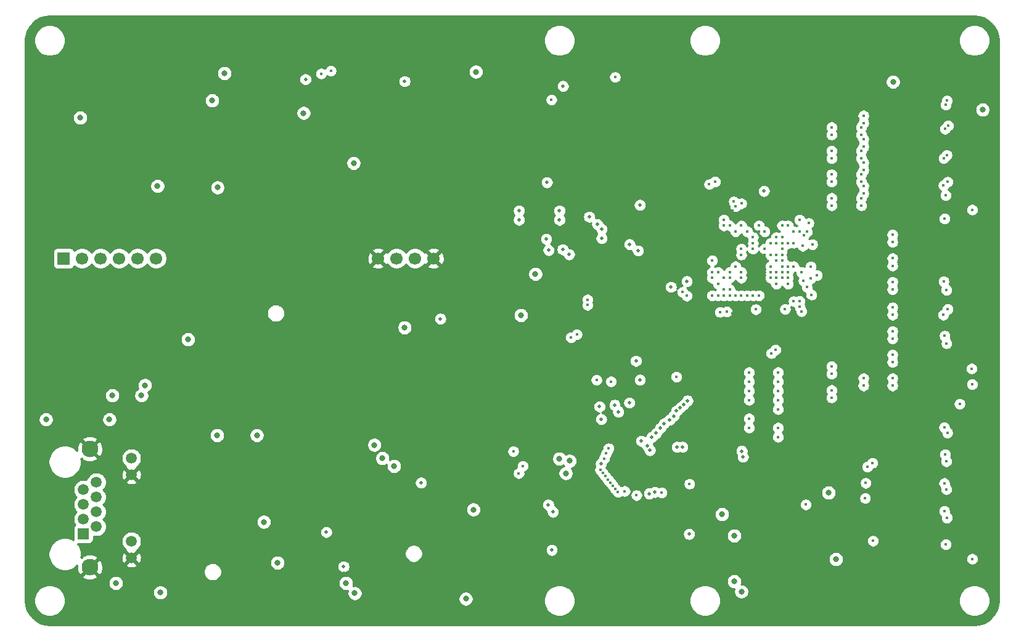
<source format=gbr>
%TF.GenerationSoftware,KiCad,Pcbnew,5.1.10-88a1d61d58~90~ubuntu20.04.1*%
%TF.CreationDate,2021-07-15T14:53:32+08:00*%
%TF.ProjectId,TestAutomation,54657374-4175-4746-9f6d-6174696f6e2e,rev?*%
%TF.SameCoordinates,Original*%
%TF.FileFunction,Copper,L3,Inr*%
%TF.FilePolarity,Positive*%
%FSLAX46Y46*%
G04 Gerber Fmt 4.6, Leading zero omitted, Abs format (unit mm)*
G04 Created by KiCad (PCBNEW 5.1.10-88a1d61d58~90~ubuntu20.04.1) date 2021-07-15 14:53:32*
%MOMM*%
%LPD*%
G01*
G04 APERTURE LIST*
%TA.AperFunction,ComponentPad*%
%ADD10C,1.700000*%
%TD*%
%TA.AperFunction,ComponentPad*%
%ADD11R,1.700000X1.700000*%
%TD*%
%TA.AperFunction,ComponentPad*%
%ADD12C,1.500000*%
%TD*%
%TA.AperFunction,ComponentPad*%
%ADD13C,2.300000*%
%TD*%
%TA.AperFunction,ComponentPad*%
%ADD14R,1.500000X1.500000*%
%TD*%
%TA.AperFunction,ViaPad*%
%ADD15C,0.450000*%
%TD*%
%TA.AperFunction,ViaPad*%
%ADD16C,0.800000*%
%TD*%
%TA.AperFunction,ViaPad*%
%ADD17C,0.500000*%
%TD*%
%TA.AperFunction,Conductor*%
%ADD18C,0.254000*%
%TD*%
%TA.AperFunction,Conductor*%
%ADD19C,0.100000*%
%TD*%
G04 APERTURE END LIST*
D10*
%TO.N,Net-(U12-Pad6)*%
%TO.C,U12*%
X97618000Y-86946000D03*
%TO.N,GND*%
X135718000Y-86946000D03*
%TO.N,Net-(U12-Pad9)*%
X133178000Y-86946000D03*
%TO.N,Net-(C57-Pad1)*%
X130638000Y-86946000D03*
%TO.N,GND*%
X128098000Y-86946000D03*
%TO.N,Net-(U12-Pad5)*%
X95078000Y-86946000D03*
%TO.N,Net-(U12-Pad4)*%
X92538000Y-86946000D03*
%TO.N,Net-(U10-Pad2)*%
X89998000Y-86946000D03*
%TO.N,Net-(C51-Pad1)*%
X87458000Y-86946000D03*
D11*
%TO.N,Net-(R98-Pad2)*%
X84918000Y-86946000D03*
%TD*%
D12*
%TO.N,Net-(J6-Pad12)*%
%TO.C,J6*%
X94230000Y-114421000D03*
%TO.N,GND*%
X94230000Y-116711000D03*
%TO.N,Net-(J6-Pad10)*%
X94230000Y-125851000D03*
%TO.N,GND*%
X94230000Y-128141000D03*
D13*
X88520000Y-129411000D03*
X88520000Y-113151000D03*
D12*
%TO.N,Net-(D19-Pad2)*%
X89410000Y-117729000D03*
%TO.N,Net-(J6-Pad6)*%
X89410000Y-119761000D03*
%TO.N,Net-(D17-Pad2)*%
X89410000Y-121793000D03*
%TO.N,Net-(J6-Pad2)*%
X89410000Y-123825000D03*
%TO.N,Net-(D19-Pad2)*%
X87630000Y-118745000D03*
%TO.N,Net-(D17-Pad2)*%
X87630000Y-120777000D03*
%TO.N,Net-(J6-Pad3)*%
X87630000Y-122809000D03*
D14*
%TO.N,Net-(J6-Pad1)*%
X87630000Y-124841000D03*
%TD*%
D15*
%TO.N,GND*%
X184392000Y-86449000D03*
D16*
X97300000Y-102700000D03*
D15*
X172640000Y-84850000D03*
X181192000Y-86449000D03*
D16*
X116400000Y-125400000D03*
X81700000Y-105300000D03*
X82700000Y-90400000D03*
X127500000Y-101100000D03*
X98900000Y-63200000D03*
D15*
X183050000Y-112776000D03*
X183410000Y-74420000D03*
X183410000Y-71880000D03*
X183410000Y-69340000D03*
X183410000Y-66800000D03*
X183410000Y-64260000D03*
X183410000Y-61720000D03*
D17*
X152555000Y-110265000D03*
X147450000Y-82820000D03*
X166940000Y-87060000D03*
X203670000Y-84640000D03*
X183290000Y-121793000D03*
X183290000Y-123063000D03*
X183290000Y-124333000D03*
X183290000Y-125603000D03*
X183290000Y-126873000D03*
X183290000Y-128143000D03*
X183290000Y-129413000D03*
X183290000Y-130683000D03*
X183290000Y-131953000D03*
X183290000Y-133223000D03*
X164770000Y-71720000D03*
X209677000Y-87757000D03*
X209703000Y-91567000D03*
X209703000Y-95377000D03*
X209613000Y-99187000D03*
X209652000Y-111760000D03*
X209633000Y-115567000D03*
X209683000Y-119377000D03*
X209675000Y-123125000D03*
X209640000Y-75160000D03*
X210123000Y-71377000D03*
X209883000Y-67567000D03*
X183410000Y-76600000D03*
D15*
X198910000Y-124340000D03*
X200210000Y-121670000D03*
X201870000Y-118110000D03*
X202180000Y-114740000D03*
X203300000Y-108780000D03*
X205000000Y-108720000D03*
X202540000Y-101840000D03*
X202010000Y-97110000D03*
X201640000Y-93870000D03*
X202210000Y-90550000D03*
X201840000Y-78000000D03*
X201580000Y-74460000D03*
X201170000Y-71240000D03*
X201000000Y-67610000D03*
X201650000Y-63400000D03*
X199800000Y-102310000D03*
X200180000Y-88920000D03*
X200520000Y-85710000D03*
X199780000Y-92220000D03*
X199060000Y-106380000D03*
X200060000Y-98610000D03*
X191540000Y-71050000D03*
X190370000Y-74310000D03*
X192670000Y-74230000D03*
X190360000Y-77620000D03*
X190260000Y-81730000D03*
X190170000Y-83320000D03*
X190170000Y-84990000D03*
X190360000Y-86510000D03*
X189870000Y-95660000D03*
X183050000Y-108966000D03*
X176790000Y-80420000D03*
X153740000Y-119490000D03*
X194645000Y-83435000D03*
X194670000Y-81820000D03*
X194595000Y-85065000D03*
X194585000Y-86625000D03*
X194590000Y-88180000D03*
X194530000Y-89950000D03*
X194570000Y-91410000D03*
X194580000Y-93300000D03*
X194500000Y-95020000D03*
X194660000Y-96630000D03*
X194610000Y-98250000D03*
X194580000Y-99850000D03*
X194580000Y-101450000D03*
X176790000Y-94550000D03*
X187190000Y-55630000D03*
D17*
X173430000Y-70360000D03*
D15*
X183410000Y-59587910D03*
D17*
X187342000Y-59612910D03*
D15*
X184000000Y-79720000D03*
X181770000Y-79840000D03*
X172320000Y-90000000D03*
X187240000Y-92750000D03*
X183180000Y-94520000D03*
X180392000Y-83249000D03*
X172500000Y-92900000D03*
X164920000Y-116800000D03*
X172590000Y-103720000D03*
D17*
X162120000Y-101560000D03*
X161330000Y-103590000D03*
X169390000Y-116340000D03*
X169046000Y-118444000D03*
X169720000Y-124540000D03*
X165300000Y-124890000D03*
D15*
X180640000Y-95480000D03*
D17*
X181192000Y-88849000D03*
D16*
X103171000Y-77199000D03*
X108971000Y-77199000D03*
X102000000Y-68100000D03*
X91800000Y-78400000D03*
X93784000Y-77216000D03*
X87700000Y-75300000D03*
X87200000Y-69500000D03*
X142700000Y-123300000D03*
X130350000Y-113750000D03*
X132500000Y-119200000D03*
D17*
X136600000Y-123900000D03*
X135557002Y-130957002D03*
X129222000Y-130978000D03*
X129121999Y-129478001D03*
X131400000Y-126100000D03*
X134500000Y-126100000D03*
X134500000Y-128800000D03*
X131400000Y-128800000D03*
X123420000Y-130280000D03*
X122700000Y-125900000D03*
X125600000Y-126700000D03*
D15*
X189520000Y-97310000D03*
X188780000Y-98670000D03*
D17*
X113530000Y-58992910D03*
X140101000Y-66219000D03*
X128110000Y-65950000D03*
X172760000Y-64310000D03*
X169140000Y-66990000D03*
X162850000Y-62430000D03*
X161720000Y-66990000D03*
X197380000Y-127950000D03*
X195980000Y-109400000D03*
X187280000Y-62420000D03*
X187250000Y-65130000D03*
X187200000Y-67470000D03*
X186760000Y-69540000D03*
X120355000Y-63892500D03*
X121255000Y-63892500D03*
X122155000Y-63892500D03*
X120355000Y-64792500D03*
X121255000Y-64792500D03*
X122155000Y-64792500D03*
X120355000Y-65692500D03*
X121255000Y-65692500D03*
X122155000Y-65692500D03*
X184530000Y-96760000D03*
X158250000Y-96790000D03*
X154770000Y-100600000D03*
X158000000Y-86750000D03*
X167380000Y-79390000D03*
X168080000Y-92630000D03*
X151310000Y-93750000D03*
X84230000Y-124580000D03*
X132560000Y-134790000D03*
X138550000Y-133010000D03*
X138450000Y-121010000D03*
X148880000Y-113360000D03*
X170490000Y-98990000D03*
X174990000Y-73200000D03*
X194320000Y-62110000D03*
X198960000Y-56420000D03*
X105910000Y-133790000D03*
D15*
X158100000Y-66540000D03*
X166300000Y-68910000D03*
X166291500Y-74958500D03*
D16*
X119790000Y-128730000D03*
X119710000Y-111340000D03*
X114260000Y-111300000D03*
X150270000Y-121500000D03*
D17*
X187330000Y-108820000D03*
X187330000Y-111130000D03*
D15*
X119414000Y-59036000D03*
D17*
X125295000Y-61255000D03*
D15*
X192600000Y-121310000D03*
X192610000Y-116310000D03*
D17*
X168060000Y-62330000D03*
X155260000Y-67060000D03*
D16*
X161820000Y-57440000D03*
X90000000Y-55000000D03*
X81000000Y-65000000D03*
X81000000Y-79000000D03*
X109000000Y-55000000D03*
X142000000Y-56000000D03*
X104000000Y-101000000D03*
D17*
X101400000Y-75670000D03*
D16*
X111740317Y-69889683D03*
D17*
X145425000Y-72315000D03*
X140520000Y-77460000D03*
X181740000Y-117750000D03*
D16*
X117050000Y-68600000D03*
X146950000Y-133990000D03*
X87710000Y-135270000D03*
X212270000Y-130160000D03*
X212020000Y-61530000D03*
D15*
X137420000Y-117400000D03*
%TO.N,/FPGA/GNDPLL0*%
X179592000Y-84049000D03*
X156850000Y-92620000D03*
%TO.N,/FPGA/VCCPLL0*%
X179592000Y-84849000D03*
X156860000Y-93380000D03*
%TO.N,/FPGA/GNDPLL1*%
X176392000Y-91249000D03*
X170500000Y-92100000D03*
%TO.N,/FPGA/VCCPLL1*%
X175592000Y-91249000D03*
X169900000Y-91600000D03*
D16*
%TO.N,+12V_OUT*%
X141530000Y-61300000D03*
X211120000Y-66500000D03*
D17*
%TO.N,/CurrentSenser/12V_CURRENT*%
X131760000Y-62600000D03*
D15*
X159450000Y-113770000D03*
D16*
%TO.N,+12V*%
X131747000Y-96453000D03*
X107000000Y-61500000D03*
X117865000Y-66965000D03*
X124745000Y-73845000D03*
D15*
%TO.N,+3V3*%
X175592000Y-81649000D03*
X179592000Y-85649000D03*
X173992000Y-87249000D03*
X174792000Y-88849000D03*
X173992000Y-92049000D03*
D16*
X91600000Y-105800000D03*
D15*
X175992000Y-94279000D03*
X179980000Y-93960000D03*
X183050000Y-102616000D03*
X174792000Y-90449000D03*
X184002000Y-93949000D03*
D17*
X181102000Y-77698000D03*
X164060000Y-79610000D03*
D15*
X177992000Y-82449000D03*
X180392000Y-82449000D03*
X183592000Y-82449000D03*
D17*
X163805000Y-85885000D03*
D15*
X170870000Y-117950000D03*
X161990000Y-118950000D03*
X163598000Y-119532000D03*
X169070000Y-103230000D03*
D17*
X163520000Y-101050000D03*
X164260000Y-112060000D03*
X170820000Y-124870000D03*
D16*
X82500000Y-109100000D03*
X95600000Y-105800000D03*
X127600000Y-112600000D03*
X149700000Y-89100000D03*
X140150000Y-133750000D03*
X141200000Y-121500000D03*
X147710000Y-94770000D03*
D17*
X164070000Y-103640000D03*
D16*
X189960000Y-119170000D03*
X190990000Y-128310000D03*
D15*
%TO.N,+2V5*%
X186020000Y-83250000D03*
X181992000Y-86449000D03*
X181992000Y-88849000D03*
X186990000Y-90900000D03*
X177192000Y-88049000D03*
D17*
X170500000Y-90100004D03*
D15*
%TO.N,+1V2*%
X177992000Y-88849000D03*
X181192000Y-85649000D03*
X181992000Y-89649000D03*
X185192000Y-84831640D03*
X177992000Y-86449000D03*
X175049998Y-94330002D03*
D17*
X168334446Y-90879995D03*
D16*
%TO.N,+5V*%
X106049000Y-77199000D03*
X198825000Y-62685000D03*
X105320000Y-65240000D03*
D17*
X153500000Y-63250000D03*
%TO.N,/Ethernet/+3V3A*%
X123380000Y-129320000D03*
X134000000Y-117800006D03*
X121000000Y-124600000D03*
D15*
%TO.N,+3V3MP*%
X209684620Y-80264000D03*
X209684620Y-128270000D03*
X209684620Y-104267000D03*
D16*
%TO.N,/Ethernet/POE_VC-*%
X91200000Y-109100000D03*
X102000000Y-98100000D03*
%TO.N,Net-(D17-Pad2)*%
X111448555Y-111268999D03*
%TO.N,Net-(D19-Pad2)*%
X106007000Y-111268999D03*
D17*
%TO.N,Net-(D21-Pad2)*%
X151490000Y-120830000D03*
X165350000Y-119290000D03*
D15*
%TO.N,/MCU/CPU_SWCLK*%
X158100000Y-103660000D03*
X154600000Y-97820000D03*
%TO.N,/MCU/CPU_SWDIO*%
X155390000Y-97409998D03*
X160098000Y-103882000D03*
%TO.N,/MCU/CPU_UART4_TX*%
X183050000Y-110236000D03*
D17*
X165120000Y-112760000D03*
D15*
%TO.N,/MCU/CPU_UART4_RX*%
X183050000Y-111506000D03*
D17*
X165450000Y-113350000D03*
D15*
%TO.N,/MCU/CPU_PWM_CH1*%
X183050000Y-103886000D03*
D17*
X168690000Y-108630000D03*
D15*
%TO.N,/MCU/CPU_PWM_CH2*%
X183050000Y-105156000D03*
D17*
X168170000Y-109130000D03*
D15*
%TO.N,/MCU/CPU_PWM_CH3*%
X183050000Y-106426000D03*
D17*
X167350000Y-109670000D03*
D15*
%TO.N,/MCU/CPU_PWM_CH4*%
X183050000Y-107696000D03*
D17*
X166890000Y-110270000D03*
%TO.N,/MCU/CPU_IIC2_SDA*%
X178220000Y-114250000D03*
X169160000Y-112890000D03*
%TO.N,/MCU/CPU_IIC2_SCL*%
X178050000Y-113450000D03*
X169909449Y-112870551D03*
D15*
%TO.N,/MCU/CPU_UART1_RX*%
X179050000Y-110236000D03*
D17*
X165700000Y-111520000D03*
D15*
%TO.N,/MCU/CPU_UART1_TX*%
X179050000Y-108966000D03*
D17*
X166300000Y-110990000D03*
D15*
%TO.N,/MCU/CPU_SPI2_MOSI*%
X179050000Y-106426000D03*
D17*
X169098000Y-107902000D03*
D15*
%TO.N,/MCU/CPU_SPI2_MISO*%
X179050000Y-105156000D03*
D17*
X169598000Y-107492000D03*
D15*
%TO.N,/MCU/CPU_SPI2_SCK*%
X179050000Y-103886000D03*
D17*
X170098000Y-107072000D03*
D15*
%TO.N,/MCU/CPU_SPI2_CS*%
X179050000Y-102616000D03*
D17*
X170600000Y-106510000D03*
D16*
%TO.N,/MCU/CPU_DAC1*%
X178010000Y-132770000D03*
X175340000Y-122140000D03*
%TO.N,/MCU/CPU_DAC0*%
X177020000Y-131360000D03*
X177019998Y-125080000D03*
D17*
%TO.N,/CurrentSenser/12V_SW*%
X118140000Y-62320000D03*
X158710000Y-115160000D03*
D16*
%TO.N,/MCU/CPU_RESET*%
X96100000Y-104400000D03*
D17*
X151959999Y-127060001D03*
%TO.N,/MCU/CPU_POE_SRC_STATUS*%
X136660000Y-95250000D03*
D15*
X167050000Y-119150000D03*
%TO.N,/EEM0_IIC_SCL*%
X177992000Y-89649000D03*
X205910000Y-81500000D03*
X195990000Y-115070000D03*
%TO.N,/EEM0_IIC_SDA*%
X176392000Y-88849000D03*
X206050000Y-78290000D03*
X195300000Y-115610000D03*
%TO.N,/EEM1_IIC_SCL*%
X176392000Y-89649000D03*
X195080000Y-117840000D03*
X207980000Y-106950000D03*
%TO.N,/EEM1_IIC_SDA*%
X175592000Y-89649000D03*
X209620000Y-102110000D03*
X195000000Y-119940000D03*
%TO.N,/EEM2_IIC_SCL*%
X173992000Y-89649000D03*
X182120000Y-100000000D03*
%TO.N,/EEM2_IIC_SDA*%
X173992000Y-88849000D03*
X206070000Y-126290000D03*
X196080000Y-125800000D03*
X182690000Y-99540000D03*
%TO.N,/EEM0_7_N*%
X194470000Y-78660000D03*
X205760000Y-76930000D03*
%TO.N,/EEM0_5_N*%
X205780000Y-73180000D03*
X194470000Y-75415288D03*
%TO.N,/EEM0_3_N*%
X205960000Y-69160000D03*
X194470000Y-72170578D03*
%TO.N,/EEM0_1_N*%
X194470000Y-68925868D03*
X206070000Y-65850000D03*
%TO.N,/EEM0_7_P*%
X206320000Y-76440000D03*
X194470000Y-79680000D03*
%TO.N,/EEM0_5_P*%
X206200000Y-72740000D03*
X194470000Y-76435288D03*
%TO.N,/EEM0_3_P*%
X194470000Y-73170578D03*
X206380000Y-68710000D03*
%TO.N,/EEM0_1_P*%
X194470000Y-69945868D03*
X206240000Y-65269989D03*
%TO.N,/EEM1_6_P*%
X205920000Y-97600000D03*
X198750000Y-91207643D03*
%TO.N,/EEM1_4_P*%
X206320000Y-93940000D03*
X198750000Y-86945288D03*
%TO.N,/EEM1_2_P*%
X205780000Y-90110000D03*
X198750000Y-84715288D03*
%TO.N,/EEM1_6_N*%
X206170000Y-98640000D03*
X198750000Y-90187643D03*
%TO.N,/EEM1_4_N*%
X205730000Y-94730000D03*
X198750000Y-87965288D03*
%TO.N,/EEM1_2_N*%
X198750000Y-83695288D03*
X206160000Y-91290000D03*
%TO.N,/EEM2_6_P*%
X205870000Y-121680000D03*
X198750000Y-104467643D03*
%TO.N,/EEM2_4_P*%
X205860000Y-117850000D03*
X198750000Y-101222933D03*
%TO.N,/EEM2_2_P*%
X205990000Y-113900000D03*
X198750000Y-97977643D03*
%TO.N,/EEM2_0_P*%
X205860000Y-110190000D03*
X198750000Y-94727643D03*
%TO.N,/EEM2_6_N*%
X206220000Y-122630000D03*
X198750000Y-103447643D03*
%TO.N,/EEM2_4_N*%
X206160000Y-118700000D03*
X198750000Y-100202933D03*
%TO.N,/EEM2_2_N*%
X206140000Y-114880000D03*
X198750000Y-96957643D03*
%TO.N,/EEM2_0_N*%
X206290000Y-110940000D03*
X198750000Y-93707643D03*
D17*
%TO.N,/CDONE*%
X151520000Y-85830000D03*
D15*
X178792000Y-83249000D03*
D17*
X161098000Y-108032000D03*
D15*
%TO.N,/CRESET*%
X177192000Y-83249000D03*
D17*
X153450000Y-85730000D03*
X160597999Y-107102001D03*
%TO.N,/SPI_CS*%
X158799000Y-84191000D03*
X147446999Y-80391000D03*
X158520000Y-107330000D03*
X158210000Y-82270000D03*
X162650000Y-85010000D03*
D15*
X176960000Y-79150000D03*
%TO.N,/FSMC_A7*%
X177192000Y-92049000D03*
X159660000Y-117353332D03*
%TO.N,/FSMC_NL*%
X174792000Y-92049000D03*
X158610000Y-116020000D03*
%TO.N,/FSMC_NBL0*%
X175592000Y-92049000D03*
X158960000Y-116480000D03*
%TO.N,/FSMC_A3*%
X177992000Y-92049000D03*
X160010000Y-117789998D03*
%TO.N,/FSMC_A4*%
X178792000Y-92049000D03*
X160360000Y-118226664D03*
%TO.N,/FSMC_A6*%
X180392000Y-92049000D03*
X161060000Y-119099996D03*
%TO.N,/FSMC_NBL1*%
X176392000Y-92049000D03*
X159310000Y-116916666D03*
%TO.N,/FSMC_A5*%
X179592000Y-92049000D03*
X160710000Y-118663330D03*
%TO.N,/CSBSEL0*%
X177992000Y-85649000D03*
D17*
X158755453Y-109055453D03*
X154340000Y-86420000D03*
%TO.N,/SPI_MOSI*%
X158799000Y-82921000D03*
X147446999Y-81661000D03*
D16*
X153884090Y-116500000D03*
D15*
X147420000Y-116500000D03*
X177200000Y-79770000D03*
D17*
%TO.N,/SPI_MISO*%
X153019000Y-80391000D03*
D16*
X154400000Y-114800000D03*
D15*
X147960000Y-115500000D03*
X176392000Y-82449000D03*
%TO.N,/CSBSEL1*%
X175592000Y-82449000D03*
D17*
X151200000Y-84280000D03*
X162598000Y-106802000D03*
%TO.N,/SPI_SCK*%
X153019000Y-81661000D03*
D16*
X153000000Y-114500000D03*
D17*
X157090000Y-81240000D03*
D15*
X146680000Y-113470000D03*
X178010000Y-79410000D03*
%TO.N,HSADC_IN*%
X186850000Y-120810000D03*
X160650000Y-62040000D03*
D16*
%TO.N,Net-(J6-Pad12)*%
X128700004Y-114421000D03*
%TO.N,Net-(J6-Pad10)*%
X130300000Y-115500000D03*
%TO.N,Net-(J6-Pad6)*%
X98200000Y-132900000D03*
%TO.N,Net-(J6-Pad3)*%
X92100000Y-131600000D03*
D17*
%TO.N,Net-(SW3-Pad2)*%
X166124517Y-119092232D03*
X152100000Y-121810000D03*
D15*
%TO.N,/FPGA/LVDS0_0_P*%
X194770000Y-68323513D03*
X185992000Y-81649000D03*
%TO.N,/FPGA/LVDS0_0_N*%
X194770000Y-67303513D03*
X184392000Y-82449000D03*
%TO.N,/FPGA/LVDS0_1_P*%
X190390000Y-68923513D03*
X181192000Y-83249000D03*
%TO.N,/FPGA/LVDS0_1_N*%
X190390000Y-69943513D03*
X185192000Y-83249000D03*
%TO.N,/FPGA/LVDS0_2_P*%
X194770000Y-70563513D03*
X183592000Y-88049000D03*
%TO.N,/FPGA/LVDS0_2_N*%
X194770000Y-71583513D03*
X185192000Y-88049000D03*
%TO.N,/FPGA/LVDS0_3_P*%
X190390000Y-72173513D03*
X181992000Y-84849000D03*
%TO.N,/FPGA/LVDS0_3_N*%
X190390000Y-73193513D03*
X184392000Y-84849000D03*
%TO.N,/FPGA/LVDS0_4_P*%
X194770000Y-73783513D03*
X184392000Y-88049000D03*
%TO.N,/FPGA/LVDS0_4_N*%
X194770000Y-74803513D03*
X186241720Y-88862590D03*
%TO.N,/FPGA/LVDS0_5_P*%
X190390000Y-75413513D03*
X183592000Y-84849000D03*
%TO.N,/FPGA/LVDS0_5_N*%
X190390000Y-76433513D03*
X186420000Y-85250000D03*
%TO.N,/FPGA/LVDS0_6_P*%
X194770000Y-77033513D03*
X183592000Y-88849000D03*
%TO.N,/FPGA/LVDS0_6_N*%
X194770000Y-78053513D03*
X184392000Y-90449000D03*
%TO.N,/FPGA/LVDS0_7_P*%
X190390000Y-78653513D03*
X183592000Y-86449000D03*
%TO.N,/FPGA/LVDS0_7_N*%
X190390000Y-79673513D03*
X183592000Y-87249000D03*
%TO.N,/FPGA/LVDS1_0_N*%
X182792000Y-84049000D03*
X187240000Y-82100000D03*
%TO.N,/FPGA/LVDS1_1_N*%
X183592000Y-84049000D03*
X187020000Y-83300000D03*
%TO.N,/FPGA/LVDS1_2_P*%
X182792000Y-84849000D03*
X186581870Y-83781870D03*
%TO.N,/FPGA/LVDS1_3_P*%
X183592000Y-85649000D03*
X187750000Y-85020000D03*
%TO.N,/FPGA/LVDS1_7_P*%
X182792000Y-86449000D03*
X187540000Y-88060000D03*
%TO.N,/FPGA/LVDS2_0_P*%
X181992000Y-88049000D03*
X188390000Y-89280000D03*
%TO.N,/FPGA/LVDS2_1_P*%
X182792000Y-87249000D03*
X187550000Y-89690000D03*
%TO.N,/FPGA/LVDS2_2_P*%
X183592000Y-89649000D03*
X186540460Y-90040460D03*
%TO.N,/FPGA/LVDS2_3_P*%
X182792000Y-88849000D03*
X187620000Y-91960000D03*
%TO.N,/FPGA/LVDS2_5_P*%
X182792000Y-89649000D03*
X190390000Y-101825288D03*
%TO.N,/FPGA/LVDS2_5_N*%
X190390000Y-102845288D03*
X185992000Y-92849000D03*
%TO.N,/FPGA/LVDS2_6_P*%
X184392000Y-88849000D03*
X194770000Y-103447643D03*
X186270000Y-94230000D03*
%TO.N,/FPGA/LVDS2_6_N*%
X194770000Y-104467643D03*
X184392000Y-89649000D03*
X186020000Y-93600000D03*
%TO.N,/FPGA/LVDS2_7_P*%
X182792000Y-90449000D03*
X190390000Y-105070000D03*
%TO.N,/FPGA/LVDS2_7_N*%
X190390000Y-106090000D03*
X185185641Y-92855359D03*
%TO.N,/FPGA/FPGA_LED*%
X174392000Y-76418000D03*
X151910000Y-65130000D03*
%TO.N,/FPGA/FPGA_KEY*%
X173592000Y-76772000D03*
D17*
X151290000Y-76510000D03*
D16*
%TO.N,+6V*%
X87200000Y-67600000D03*
X97800000Y-77000000D03*
D15*
%TO.N,/CurrentSenser/12V_OUT_FAULT*%
X120290000Y-61550000D03*
X159760000Y-113090000D03*
D16*
%TO.N,Net-(R113-Pad1)*%
X123700000Y-131600000D03*
X112400000Y-123200000D03*
%TO.N,Net-(R114-Pad2)*%
X124900000Y-133000000D03*
X114300000Y-128800000D03*
D15*
%TO.N,/CurrentSenser/12V_CURRENT_REF*%
X121612000Y-61170000D03*
X159143229Y-114476771D03*
%TD*%
D18*
%TO.N,GND*%
X210648126Y-53726714D02*
X211271572Y-53914943D01*
X211846579Y-54220681D01*
X212351247Y-54632279D01*
X212766362Y-55134067D01*
X213076105Y-55706924D01*
X213268682Y-56329039D01*
X213340000Y-57007584D01*
X213340001Y-57967572D01*
X213340000Y-57967582D01*
X213340001Y-132967581D01*
X213340000Y-133967721D01*
X213273286Y-134648126D01*
X213085057Y-135271570D01*
X212779323Y-135846573D01*
X212367721Y-136351248D01*
X211865933Y-136766362D01*
X211293077Y-137076104D01*
X210670961Y-137268682D01*
X209992417Y-137340000D01*
X83032279Y-137340000D01*
X82351874Y-137273286D01*
X81728430Y-137085057D01*
X81153427Y-136779323D01*
X80648752Y-136367721D01*
X80233638Y-135865933D01*
X79923896Y-135293077D01*
X79731318Y-134670961D01*
X79660000Y-133992417D01*
X79660000Y-133786323D01*
X80830497Y-133786323D01*
X80830497Y-134213677D01*
X80913870Y-134632821D01*
X81077412Y-135027645D01*
X81314837Y-135382977D01*
X81617023Y-135685163D01*
X81972355Y-135922588D01*
X82367179Y-136086130D01*
X82786323Y-136169503D01*
X83213677Y-136169503D01*
X83632821Y-136086130D01*
X84027645Y-135922588D01*
X84382977Y-135685163D01*
X84685163Y-135382977D01*
X84922588Y-135027645D01*
X85086130Y-134632821D01*
X85169503Y-134213677D01*
X85169503Y-133786323D01*
X85086130Y-133367179D01*
X84922588Y-132972355D01*
X84806129Y-132798061D01*
X97165000Y-132798061D01*
X97165000Y-133001939D01*
X97204774Y-133201898D01*
X97282795Y-133390256D01*
X97396063Y-133559774D01*
X97540226Y-133703937D01*
X97709744Y-133817205D01*
X97898102Y-133895226D01*
X98098061Y-133935000D01*
X98301939Y-133935000D01*
X98501898Y-133895226D01*
X98690256Y-133817205D01*
X98859774Y-133703937D01*
X99003937Y-133559774D01*
X99117205Y-133390256D01*
X99195226Y-133201898D01*
X99235000Y-133001939D01*
X99235000Y-132798061D01*
X99195226Y-132598102D01*
X99117205Y-132409744D01*
X99003937Y-132240226D01*
X98859774Y-132096063D01*
X98690256Y-131982795D01*
X98501898Y-131904774D01*
X98301939Y-131865000D01*
X98098061Y-131865000D01*
X97898102Y-131904774D01*
X97709744Y-131982795D01*
X97540226Y-132096063D01*
X97396063Y-132240226D01*
X97282795Y-132409744D01*
X97204774Y-132598102D01*
X97165000Y-132798061D01*
X84806129Y-132798061D01*
X84685163Y-132617023D01*
X84382977Y-132314837D01*
X84027645Y-132077412D01*
X83632821Y-131913870D01*
X83213677Y-131830497D01*
X82786323Y-131830497D01*
X82367179Y-131913870D01*
X81972355Y-132077412D01*
X81617023Y-132314837D01*
X81314837Y-132617023D01*
X81077412Y-132972355D01*
X80913870Y-133367179D01*
X80830497Y-133786323D01*
X79660000Y-133786323D01*
X79660000Y-131498061D01*
X91065000Y-131498061D01*
X91065000Y-131701939D01*
X91104774Y-131901898D01*
X91182795Y-132090256D01*
X91296063Y-132259774D01*
X91440226Y-132403937D01*
X91609744Y-132517205D01*
X91798102Y-132595226D01*
X91998061Y-132635000D01*
X92201939Y-132635000D01*
X92401898Y-132595226D01*
X92590256Y-132517205D01*
X92759774Y-132403937D01*
X92903937Y-132259774D01*
X93017205Y-132090256D01*
X93095226Y-131901898D01*
X93135000Y-131701939D01*
X93135000Y-131498061D01*
X122665000Y-131498061D01*
X122665000Y-131701939D01*
X122704774Y-131901898D01*
X122782795Y-132090256D01*
X122896063Y-132259774D01*
X123040226Y-132403937D01*
X123209744Y-132517205D01*
X123398102Y-132595226D01*
X123598061Y-132635000D01*
X123801939Y-132635000D01*
X123942492Y-132607042D01*
X123904774Y-132698102D01*
X123865000Y-132898061D01*
X123865000Y-133101939D01*
X123904774Y-133301898D01*
X123982795Y-133490256D01*
X124096063Y-133659774D01*
X124240226Y-133803937D01*
X124409744Y-133917205D01*
X124598102Y-133995226D01*
X124798061Y-134035000D01*
X125001939Y-134035000D01*
X125201898Y-133995226D01*
X125390256Y-133917205D01*
X125559774Y-133803937D01*
X125703937Y-133659774D01*
X125711763Y-133648061D01*
X139115000Y-133648061D01*
X139115000Y-133851939D01*
X139154774Y-134051898D01*
X139232795Y-134240256D01*
X139346063Y-134409774D01*
X139490226Y-134553937D01*
X139659744Y-134667205D01*
X139848102Y-134745226D01*
X140048061Y-134785000D01*
X140251939Y-134785000D01*
X140451898Y-134745226D01*
X140640256Y-134667205D01*
X140809774Y-134553937D01*
X140953937Y-134409774D01*
X141067205Y-134240256D01*
X141145226Y-134051898D01*
X141185000Y-133851939D01*
X141185000Y-133786323D01*
X150830497Y-133786323D01*
X150830497Y-134213677D01*
X150913870Y-134632821D01*
X151077412Y-135027645D01*
X151314837Y-135382977D01*
X151617023Y-135685163D01*
X151972355Y-135922588D01*
X152367179Y-136086130D01*
X152786323Y-136169503D01*
X153213677Y-136169503D01*
X153632821Y-136086130D01*
X154027645Y-135922588D01*
X154382977Y-135685163D01*
X154685163Y-135382977D01*
X154922588Y-135027645D01*
X155086130Y-134632821D01*
X155169503Y-134213677D01*
X155169503Y-133786323D01*
X170830497Y-133786323D01*
X170830497Y-134213677D01*
X170913870Y-134632821D01*
X171077412Y-135027645D01*
X171314837Y-135382977D01*
X171617023Y-135685163D01*
X171972355Y-135922588D01*
X172367179Y-136086130D01*
X172786323Y-136169503D01*
X173213677Y-136169503D01*
X173632821Y-136086130D01*
X174027645Y-135922588D01*
X174382977Y-135685163D01*
X174685163Y-135382977D01*
X174922588Y-135027645D01*
X175086130Y-134632821D01*
X175169503Y-134213677D01*
X175169503Y-133786323D01*
X175086130Y-133367179D01*
X174922588Y-132972355D01*
X174685163Y-132617023D01*
X174382977Y-132314837D01*
X174027645Y-132077412D01*
X173632821Y-131913870D01*
X173213677Y-131830497D01*
X172786323Y-131830497D01*
X172367179Y-131913870D01*
X171972355Y-132077412D01*
X171617023Y-132314837D01*
X171314837Y-132617023D01*
X171077412Y-132972355D01*
X170913870Y-133367179D01*
X170830497Y-133786323D01*
X155169503Y-133786323D01*
X155086130Y-133367179D01*
X154922588Y-132972355D01*
X154685163Y-132617023D01*
X154382977Y-132314837D01*
X154027645Y-132077412D01*
X153632821Y-131913870D01*
X153213677Y-131830497D01*
X152786323Y-131830497D01*
X152367179Y-131913870D01*
X151972355Y-132077412D01*
X151617023Y-132314837D01*
X151314837Y-132617023D01*
X151077412Y-132972355D01*
X150913870Y-133367179D01*
X150830497Y-133786323D01*
X141185000Y-133786323D01*
X141185000Y-133648061D01*
X141145226Y-133448102D01*
X141067205Y-133259744D01*
X140953937Y-133090226D01*
X140809774Y-132946063D01*
X140640256Y-132832795D01*
X140451898Y-132754774D01*
X140251939Y-132715000D01*
X140048061Y-132715000D01*
X139848102Y-132754774D01*
X139659744Y-132832795D01*
X139490226Y-132946063D01*
X139346063Y-133090226D01*
X139232795Y-133259744D01*
X139154774Y-133448102D01*
X139115000Y-133648061D01*
X125711763Y-133648061D01*
X125817205Y-133490256D01*
X125895226Y-133301898D01*
X125935000Y-133101939D01*
X125935000Y-132898061D01*
X125895226Y-132698102D01*
X125817205Y-132509744D01*
X125703937Y-132340226D01*
X125559774Y-132196063D01*
X125390256Y-132082795D01*
X125201898Y-132004774D01*
X125001939Y-131965000D01*
X124798061Y-131965000D01*
X124657508Y-131992958D01*
X124695226Y-131901898D01*
X124735000Y-131701939D01*
X124735000Y-131498061D01*
X124695226Y-131298102D01*
X124678641Y-131258061D01*
X175985000Y-131258061D01*
X175985000Y-131461939D01*
X176024774Y-131661898D01*
X176102795Y-131850256D01*
X176216063Y-132019774D01*
X176360226Y-132163937D01*
X176529744Y-132277205D01*
X176718102Y-132355226D01*
X176918061Y-132395000D01*
X177045054Y-132395000D01*
X177014774Y-132468102D01*
X176975000Y-132668061D01*
X176975000Y-132871939D01*
X177014774Y-133071898D01*
X177092795Y-133260256D01*
X177206063Y-133429774D01*
X177350226Y-133573937D01*
X177519744Y-133687205D01*
X177708102Y-133765226D01*
X177908061Y-133805000D01*
X178111939Y-133805000D01*
X178205835Y-133786323D01*
X207830497Y-133786323D01*
X207830497Y-134213677D01*
X207913870Y-134632821D01*
X208077412Y-135027645D01*
X208314837Y-135382977D01*
X208617023Y-135685163D01*
X208972355Y-135922588D01*
X209367179Y-136086130D01*
X209786323Y-136169503D01*
X210213677Y-136169503D01*
X210632821Y-136086130D01*
X211027645Y-135922588D01*
X211382977Y-135685163D01*
X211685163Y-135382977D01*
X211922588Y-135027645D01*
X212086130Y-134632821D01*
X212169503Y-134213677D01*
X212169503Y-133786323D01*
X212086130Y-133367179D01*
X211922588Y-132972355D01*
X211685163Y-132617023D01*
X211382977Y-132314837D01*
X211027645Y-132077412D01*
X210632821Y-131913870D01*
X210213677Y-131830497D01*
X209786323Y-131830497D01*
X209367179Y-131913870D01*
X208972355Y-132077412D01*
X208617023Y-132314837D01*
X208314837Y-132617023D01*
X208077412Y-132972355D01*
X207913870Y-133367179D01*
X207830497Y-133786323D01*
X178205835Y-133786323D01*
X178311898Y-133765226D01*
X178500256Y-133687205D01*
X178669774Y-133573937D01*
X178813937Y-133429774D01*
X178927205Y-133260256D01*
X179005226Y-133071898D01*
X179045000Y-132871939D01*
X179045000Y-132668061D01*
X179005226Y-132468102D01*
X178927205Y-132279744D01*
X178813937Y-132110226D01*
X178669774Y-131966063D01*
X178500256Y-131852795D01*
X178311898Y-131774774D01*
X178111939Y-131735000D01*
X177984946Y-131735000D01*
X178015226Y-131661898D01*
X178055000Y-131461939D01*
X178055000Y-131258061D01*
X178015226Y-131058102D01*
X177937205Y-130869744D01*
X177823937Y-130700226D01*
X177679774Y-130556063D01*
X177510256Y-130442795D01*
X177321898Y-130364774D01*
X177121939Y-130325000D01*
X176918061Y-130325000D01*
X176718102Y-130364774D01*
X176529744Y-130442795D01*
X176360226Y-130556063D01*
X176216063Y-130700226D01*
X176102795Y-130869744D01*
X176024774Y-131058102D01*
X175985000Y-131258061D01*
X124678641Y-131258061D01*
X124617205Y-131109744D01*
X124503937Y-130940226D01*
X124359774Y-130796063D01*
X124190256Y-130682795D01*
X124001898Y-130604774D01*
X123801939Y-130565000D01*
X123598061Y-130565000D01*
X123398102Y-130604774D01*
X123209744Y-130682795D01*
X123040226Y-130796063D01*
X122896063Y-130940226D01*
X122782795Y-131109744D01*
X122704774Y-131298102D01*
X122665000Y-131498061D01*
X93135000Y-131498061D01*
X93095226Y-131298102D01*
X93017205Y-131109744D01*
X92903937Y-130940226D01*
X92759774Y-130796063D01*
X92590256Y-130682795D01*
X92401898Y-130604774D01*
X92201939Y-130565000D01*
X91998061Y-130565000D01*
X91798102Y-130604774D01*
X91609744Y-130682795D01*
X91440226Y-130796063D01*
X91296063Y-130940226D01*
X91182795Y-131109744D01*
X91104774Y-131298102D01*
X91065000Y-131498061D01*
X79660000Y-131498061D01*
X79660000Y-130653349D01*
X87457256Y-130653349D01*
X87571118Y-130933090D01*
X87886296Y-131088961D01*
X88225826Y-131180349D01*
X88576661Y-131203741D01*
X88925319Y-131158240D01*
X89258400Y-131045594D01*
X89468882Y-130933090D01*
X89582744Y-130653349D01*
X88520000Y-129590605D01*
X87457256Y-130653349D01*
X79660000Y-130653349D01*
X79660000Y-127408409D01*
X82830000Y-127408409D01*
X82830000Y-127853591D01*
X82916851Y-128290218D01*
X83087214Y-128701511D01*
X83334544Y-129071666D01*
X83649334Y-129386456D01*
X84019489Y-129633786D01*
X84430782Y-129804149D01*
X84867409Y-129891000D01*
X85312591Y-129891000D01*
X85749218Y-129804149D01*
X86160511Y-129633786D01*
X86530666Y-129386456D01*
X86747104Y-129170018D01*
X86727259Y-129467661D01*
X86772760Y-129816319D01*
X86885406Y-130149400D01*
X86997910Y-130359882D01*
X87277651Y-130473744D01*
X88340395Y-129411000D01*
X88699605Y-129411000D01*
X89762349Y-130473744D01*
X90042090Y-130359882D01*
X90197961Y-130044704D01*
X90229671Y-129926890D01*
X104134048Y-129926890D01*
X104134048Y-130173110D01*
X104182083Y-130414598D01*
X104276307Y-130642074D01*
X104413099Y-130846798D01*
X104587202Y-131020901D01*
X104791926Y-131157693D01*
X105019402Y-131251917D01*
X105260890Y-131299952D01*
X105507110Y-131299952D01*
X105748598Y-131251917D01*
X105976074Y-131157693D01*
X106180798Y-131020901D01*
X106354901Y-130846798D01*
X106491693Y-130642074D01*
X106585917Y-130414598D01*
X106633952Y-130173110D01*
X106633952Y-129926890D01*
X106585917Y-129685402D01*
X106491693Y-129457926D01*
X106354901Y-129253202D01*
X106180798Y-129079099D01*
X105976074Y-128942307D01*
X105748598Y-128848083D01*
X105507110Y-128800048D01*
X105260890Y-128800048D01*
X105019402Y-128848083D01*
X104791926Y-128942307D01*
X104587202Y-129079099D01*
X104413099Y-129253202D01*
X104276307Y-129457926D01*
X104182083Y-129685402D01*
X104134048Y-129926890D01*
X90229671Y-129926890D01*
X90289349Y-129705174D01*
X90312741Y-129354339D01*
X90279288Y-129097993D01*
X93452612Y-129097993D01*
X93518137Y-129336860D01*
X93765116Y-129452760D01*
X94029960Y-129518250D01*
X94302492Y-129530812D01*
X94572238Y-129489965D01*
X94828832Y-129397277D01*
X94941863Y-129336860D01*
X95007388Y-129097993D01*
X94230000Y-128320605D01*
X93452612Y-129097993D01*
X90279288Y-129097993D01*
X90267240Y-129005681D01*
X90154594Y-128672600D01*
X90042090Y-128462118D01*
X89762349Y-128348256D01*
X88699605Y-129411000D01*
X88340395Y-129411000D01*
X88326253Y-129396858D01*
X88505858Y-129217253D01*
X88520000Y-129231395D01*
X89537903Y-128213492D01*
X92840188Y-128213492D01*
X92881035Y-128483238D01*
X92973723Y-128739832D01*
X93034140Y-128852863D01*
X93273007Y-128918388D01*
X94050395Y-128141000D01*
X94409605Y-128141000D01*
X95186993Y-128918388D01*
X95425860Y-128852863D01*
X95498504Y-128698061D01*
X113265000Y-128698061D01*
X113265000Y-128901939D01*
X113304774Y-129101898D01*
X113382795Y-129290256D01*
X113496063Y-129459774D01*
X113640226Y-129603937D01*
X113809744Y-129717205D01*
X113998102Y-129795226D01*
X114198061Y-129835000D01*
X114401939Y-129835000D01*
X114601898Y-129795226D01*
X114790256Y-129717205D01*
X114959774Y-129603937D01*
X115103937Y-129459774D01*
X115217205Y-129290256D01*
X115240989Y-129232835D01*
X122495000Y-129232835D01*
X122495000Y-129407165D01*
X122529010Y-129578145D01*
X122595723Y-129739205D01*
X122692576Y-129884155D01*
X122815845Y-130007424D01*
X122960795Y-130104277D01*
X123121855Y-130170990D01*
X123292835Y-130205000D01*
X123467165Y-130205000D01*
X123638145Y-130170990D01*
X123799205Y-130104277D01*
X123944155Y-130007424D01*
X124067424Y-129884155D01*
X124164277Y-129739205D01*
X124230990Y-129578145D01*
X124265000Y-129407165D01*
X124265000Y-129232835D01*
X124230990Y-129061855D01*
X124164277Y-128900795D01*
X124067424Y-128755845D01*
X123944155Y-128632576D01*
X123799205Y-128535723D01*
X123638145Y-128469010D01*
X123467165Y-128435000D01*
X123292835Y-128435000D01*
X123121855Y-128469010D01*
X122960795Y-128535723D01*
X122815845Y-128632576D01*
X122692576Y-128755845D01*
X122595723Y-128900795D01*
X122529010Y-129061855D01*
X122495000Y-129232835D01*
X115240989Y-129232835D01*
X115295226Y-129101898D01*
X115335000Y-128901939D01*
X115335000Y-128698061D01*
X115295226Y-128498102D01*
X115217205Y-128309744D01*
X115103937Y-128140226D01*
X114959774Y-127996063D01*
X114790256Y-127882795D01*
X114601898Y-127804774D01*
X114401939Y-127765000D01*
X114198061Y-127765000D01*
X113998102Y-127804774D01*
X113809744Y-127882795D01*
X113640226Y-127996063D01*
X113496063Y-128140226D01*
X113382795Y-128309744D01*
X113304774Y-128498102D01*
X113265000Y-128698061D01*
X95498504Y-128698061D01*
X95541760Y-128605884D01*
X95607250Y-128341040D01*
X95619812Y-128068508D01*
X95578965Y-127798762D01*
X95486277Y-127542168D01*
X95425860Y-127429137D01*
X95381215Y-127416890D01*
X131744048Y-127416890D01*
X131744048Y-127663110D01*
X131792083Y-127904598D01*
X131886307Y-128132074D01*
X132023099Y-128336798D01*
X132197202Y-128510901D01*
X132401926Y-128647693D01*
X132629402Y-128741917D01*
X132870890Y-128789952D01*
X133117110Y-128789952D01*
X133358598Y-128741917D01*
X133586074Y-128647693D01*
X133790798Y-128510901D01*
X133964901Y-128336798D01*
X134050920Y-128208061D01*
X189955000Y-128208061D01*
X189955000Y-128411939D01*
X189994774Y-128611898D01*
X190072795Y-128800256D01*
X190186063Y-128969774D01*
X190330226Y-129113937D01*
X190499744Y-129227205D01*
X190688102Y-129305226D01*
X190888061Y-129345000D01*
X191091939Y-129345000D01*
X191291898Y-129305226D01*
X191480256Y-129227205D01*
X191649774Y-129113937D01*
X191793937Y-128969774D01*
X191907205Y-128800256D01*
X191985226Y-128611898D01*
X192025000Y-128411939D01*
X192025000Y-128208061D01*
X192020472Y-128185297D01*
X208824620Y-128185297D01*
X208824620Y-128354703D01*
X208857669Y-128520853D01*
X208922498Y-128677363D01*
X209016615Y-128818218D01*
X209136402Y-128938005D01*
X209277257Y-129032122D01*
X209433767Y-129096951D01*
X209599917Y-129130000D01*
X209769323Y-129130000D01*
X209935473Y-129096951D01*
X210091983Y-129032122D01*
X210232838Y-128938005D01*
X210352625Y-128818218D01*
X210446742Y-128677363D01*
X210511571Y-128520853D01*
X210544620Y-128354703D01*
X210544620Y-128185297D01*
X210511571Y-128019147D01*
X210446742Y-127862637D01*
X210352625Y-127721782D01*
X210232838Y-127601995D01*
X210091983Y-127507878D01*
X209935473Y-127443049D01*
X209769323Y-127410000D01*
X209599917Y-127410000D01*
X209433767Y-127443049D01*
X209277257Y-127507878D01*
X209136402Y-127601995D01*
X209016615Y-127721782D01*
X208922498Y-127862637D01*
X208857669Y-128019147D01*
X208824620Y-128185297D01*
X192020472Y-128185297D01*
X191985226Y-128008102D01*
X191907205Y-127819744D01*
X191793937Y-127650226D01*
X191649774Y-127506063D01*
X191480256Y-127392795D01*
X191291898Y-127314774D01*
X191091939Y-127275000D01*
X190888061Y-127275000D01*
X190688102Y-127314774D01*
X190499744Y-127392795D01*
X190330226Y-127506063D01*
X190186063Y-127650226D01*
X190072795Y-127819744D01*
X189994774Y-128008102D01*
X189955000Y-128208061D01*
X134050920Y-128208061D01*
X134101693Y-128132074D01*
X134195917Y-127904598D01*
X134243952Y-127663110D01*
X134243952Y-127416890D01*
X134195917Y-127175402D01*
X134112012Y-126972836D01*
X151074999Y-126972836D01*
X151074999Y-127147166D01*
X151109009Y-127318146D01*
X151175722Y-127479206D01*
X151272575Y-127624156D01*
X151395844Y-127747425D01*
X151540794Y-127844278D01*
X151701854Y-127910991D01*
X151872834Y-127945001D01*
X152047164Y-127945001D01*
X152218144Y-127910991D01*
X152379204Y-127844278D01*
X152524154Y-127747425D01*
X152647423Y-127624156D01*
X152744276Y-127479206D01*
X152810989Y-127318146D01*
X152844999Y-127147166D01*
X152844999Y-126972836D01*
X152810989Y-126801856D01*
X152744276Y-126640796D01*
X152647423Y-126495846D01*
X152524154Y-126372577D01*
X152379204Y-126275724D01*
X152218144Y-126209011D01*
X152047164Y-126175001D01*
X151872834Y-126175001D01*
X151701854Y-126209011D01*
X151540794Y-126275724D01*
X151395844Y-126372577D01*
X151272575Y-126495846D01*
X151175722Y-126640796D01*
X151109009Y-126801856D01*
X151074999Y-126972836D01*
X134112012Y-126972836D01*
X134101693Y-126947926D01*
X133964901Y-126743202D01*
X133790798Y-126569099D01*
X133586074Y-126432307D01*
X133358598Y-126338083D01*
X133117110Y-126290048D01*
X132870890Y-126290048D01*
X132629402Y-126338083D01*
X132401926Y-126432307D01*
X132197202Y-126569099D01*
X132023099Y-126743202D01*
X131886307Y-126947926D01*
X131792083Y-127175402D01*
X131744048Y-127416890D01*
X95381215Y-127416890D01*
X95186993Y-127363612D01*
X94409605Y-128141000D01*
X94050395Y-128141000D01*
X93273007Y-127363612D01*
X93034140Y-127429137D01*
X92918240Y-127676116D01*
X92852750Y-127940960D01*
X92840188Y-128213492D01*
X89537903Y-128213492D01*
X89582744Y-128168651D01*
X89468882Y-127888910D01*
X89153704Y-127733039D01*
X88814174Y-127641651D01*
X88463339Y-127618259D01*
X88114681Y-127663760D01*
X87781600Y-127776406D01*
X87571118Y-127888910D01*
X87457257Y-128168649D01*
X87341946Y-128053338D01*
X87302402Y-128092882D01*
X87350000Y-127853591D01*
X87350000Y-127408409D01*
X87263149Y-126971782D01*
X87092786Y-126560489D01*
X86870730Y-126228159D01*
X86880000Y-126229072D01*
X88380000Y-126229072D01*
X88504482Y-126216812D01*
X88624180Y-126180502D01*
X88734494Y-126121537D01*
X88831185Y-126042185D01*
X88910537Y-125945494D01*
X88969502Y-125835180D01*
X89005812Y-125715482D01*
X89005899Y-125714589D01*
X92845000Y-125714589D01*
X92845000Y-125987411D01*
X92898225Y-126254989D01*
X93002629Y-126507043D01*
X93154201Y-126733886D01*
X93347114Y-126926799D01*
X93495897Y-127026213D01*
X93452612Y-127184007D01*
X94230000Y-127961395D01*
X95007388Y-127184007D01*
X94964103Y-127026213D01*
X95112886Y-126926799D01*
X95305799Y-126733886D01*
X95457371Y-126507043D01*
X95561775Y-126254989D01*
X95615000Y-125987411D01*
X95615000Y-125714589D01*
X95561775Y-125447011D01*
X95457371Y-125194957D01*
X95305799Y-124968114D01*
X95112886Y-124775201D01*
X94886043Y-124623629D01*
X94633989Y-124519225D01*
X94601865Y-124512835D01*
X120115000Y-124512835D01*
X120115000Y-124687165D01*
X120149010Y-124858145D01*
X120215723Y-125019205D01*
X120312576Y-125164155D01*
X120435845Y-125287424D01*
X120580795Y-125384277D01*
X120741855Y-125450990D01*
X120912835Y-125485000D01*
X121087165Y-125485000D01*
X121258145Y-125450990D01*
X121419205Y-125384277D01*
X121564155Y-125287424D01*
X121687424Y-125164155D01*
X121784277Y-125019205D01*
X121850990Y-124858145D01*
X121865970Y-124782835D01*
X169935000Y-124782835D01*
X169935000Y-124957165D01*
X169969010Y-125128145D01*
X170035723Y-125289205D01*
X170132576Y-125434155D01*
X170255845Y-125557424D01*
X170400795Y-125654277D01*
X170561855Y-125720990D01*
X170732835Y-125755000D01*
X170907165Y-125755000D01*
X171078145Y-125720990D01*
X171239205Y-125654277D01*
X171384155Y-125557424D01*
X171507424Y-125434155D01*
X171604277Y-125289205D01*
X171670990Y-125128145D01*
X171700843Y-124978061D01*
X175984998Y-124978061D01*
X175984998Y-125181939D01*
X176024772Y-125381898D01*
X176102793Y-125570256D01*
X176216061Y-125739774D01*
X176360224Y-125883937D01*
X176529742Y-125997205D01*
X176718100Y-126075226D01*
X176918059Y-126115000D01*
X177121937Y-126115000D01*
X177321896Y-126075226D01*
X177510254Y-125997205D01*
X177679772Y-125883937D01*
X177823935Y-125739774D01*
X177840289Y-125715297D01*
X195220000Y-125715297D01*
X195220000Y-125884703D01*
X195253049Y-126050853D01*
X195317878Y-126207363D01*
X195411995Y-126348218D01*
X195531782Y-126468005D01*
X195672637Y-126562122D01*
X195829147Y-126626951D01*
X195995297Y-126660000D01*
X196164703Y-126660000D01*
X196330853Y-126626951D01*
X196487363Y-126562122D01*
X196628218Y-126468005D01*
X196748005Y-126348218D01*
X196842122Y-126207363D01*
X196842977Y-126205297D01*
X205210000Y-126205297D01*
X205210000Y-126374703D01*
X205243049Y-126540853D01*
X205307878Y-126697363D01*
X205401995Y-126838218D01*
X205521782Y-126958005D01*
X205662637Y-127052122D01*
X205819147Y-127116951D01*
X205985297Y-127150000D01*
X206154703Y-127150000D01*
X206320853Y-127116951D01*
X206477363Y-127052122D01*
X206618218Y-126958005D01*
X206738005Y-126838218D01*
X206832122Y-126697363D01*
X206896951Y-126540853D01*
X206930000Y-126374703D01*
X206930000Y-126205297D01*
X206896951Y-126039147D01*
X206832122Y-125882637D01*
X206738005Y-125741782D01*
X206618218Y-125621995D01*
X206477363Y-125527878D01*
X206320853Y-125463049D01*
X206154703Y-125430000D01*
X205985297Y-125430000D01*
X205819147Y-125463049D01*
X205662637Y-125527878D01*
X205521782Y-125621995D01*
X205401995Y-125741782D01*
X205307878Y-125882637D01*
X205243049Y-126039147D01*
X205210000Y-126205297D01*
X196842977Y-126205297D01*
X196906951Y-126050853D01*
X196940000Y-125884703D01*
X196940000Y-125715297D01*
X196906951Y-125549147D01*
X196842122Y-125392637D01*
X196748005Y-125251782D01*
X196628218Y-125131995D01*
X196487363Y-125037878D01*
X196330853Y-124973049D01*
X196164703Y-124940000D01*
X195995297Y-124940000D01*
X195829147Y-124973049D01*
X195672637Y-125037878D01*
X195531782Y-125131995D01*
X195411995Y-125251782D01*
X195317878Y-125392637D01*
X195253049Y-125549147D01*
X195220000Y-125715297D01*
X177840289Y-125715297D01*
X177937203Y-125570256D01*
X178015224Y-125381898D01*
X178054998Y-125181939D01*
X178054998Y-124978061D01*
X178015224Y-124778102D01*
X177937203Y-124589744D01*
X177823935Y-124420226D01*
X177679772Y-124276063D01*
X177510254Y-124162795D01*
X177321896Y-124084774D01*
X177121937Y-124045000D01*
X176918059Y-124045000D01*
X176718100Y-124084774D01*
X176529742Y-124162795D01*
X176360224Y-124276063D01*
X176216061Y-124420226D01*
X176102793Y-124589744D01*
X176024772Y-124778102D01*
X175984998Y-124978061D01*
X171700843Y-124978061D01*
X171705000Y-124957165D01*
X171705000Y-124782835D01*
X171670990Y-124611855D01*
X171604277Y-124450795D01*
X171507424Y-124305845D01*
X171384155Y-124182576D01*
X171239205Y-124085723D01*
X171078145Y-124019010D01*
X170907165Y-123985000D01*
X170732835Y-123985000D01*
X170561855Y-124019010D01*
X170400795Y-124085723D01*
X170255845Y-124182576D01*
X170132576Y-124305845D01*
X170035723Y-124450795D01*
X169969010Y-124611855D01*
X169935000Y-124782835D01*
X121865970Y-124782835D01*
X121885000Y-124687165D01*
X121885000Y-124512835D01*
X121850990Y-124341855D01*
X121784277Y-124180795D01*
X121687424Y-124035845D01*
X121564155Y-123912576D01*
X121419205Y-123815723D01*
X121258145Y-123749010D01*
X121087165Y-123715000D01*
X120912835Y-123715000D01*
X120741855Y-123749010D01*
X120580795Y-123815723D01*
X120435845Y-123912576D01*
X120312576Y-124035845D01*
X120215723Y-124180795D01*
X120149010Y-124341855D01*
X120115000Y-124512835D01*
X94601865Y-124512835D01*
X94366411Y-124466000D01*
X94093589Y-124466000D01*
X93826011Y-124519225D01*
X93573957Y-124623629D01*
X93347114Y-124775201D01*
X93154201Y-124968114D01*
X93002629Y-125194957D01*
X92898225Y-125447011D01*
X92845000Y-125714589D01*
X89005899Y-125714589D01*
X89018072Y-125591000D01*
X89018072Y-125159174D01*
X89273589Y-125210000D01*
X89546411Y-125210000D01*
X89813989Y-125156775D01*
X90066043Y-125052371D01*
X90292886Y-124900799D01*
X90485799Y-124707886D01*
X90637371Y-124481043D01*
X90741775Y-124228989D01*
X90795000Y-123961411D01*
X90795000Y-123688589D01*
X90741775Y-123421011D01*
X90637371Y-123168957D01*
X90590000Y-123098061D01*
X111365000Y-123098061D01*
X111365000Y-123301939D01*
X111404774Y-123501898D01*
X111482795Y-123690256D01*
X111596063Y-123859774D01*
X111740226Y-124003937D01*
X111909744Y-124117205D01*
X112098102Y-124195226D01*
X112298061Y-124235000D01*
X112501939Y-124235000D01*
X112701898Y-124195226D01*
X112890256Y-124117205D01*
X113059774Y-124003937D01*
X113203937Y-123859774D01*
X113317205Y-123690256D01*
X113395226Y-123501898D01*
X113435000Y-123301939D01*
X113435000Y-123098061D01*
X113395226Y-122898102D01*
X113317205Y-122709744D01*
X113203937Y-122540226D01*
X113059774Y-122396063D01*
X112890256Y-122282795D01*
X112701898Y-122204774D01*
X112501939Y-122165000D01*
X112298061Y-122165000D01*
X112098102Y-122204774D01*
X111909744Y-122282795D01*
X111740226Y-122396063D01*
X111596063Y-122540226D01*
X111482795Y-122709744D01*
X111404774Y-122898102D01*
X111365000Y-123098061D01*
X90590000Y-123098061D01*
X90485799Y-122942114D01*
X90352685Y-122809000D01*
X90485799Y-122675886D01*
X90637371Y-122449043D01*
X90741775Y-122196989D01*
X90795000Y-121929411D01*
X90795000Y-121656589D01*
X90743576Y-121398061D01*
X140165000Y-121398061D01*
X140165000Y-121601939D01*
X140204774Y-121801898D01*
X140282795Y-121990256D01*
X140396063Y-122159774D01*
X140540226Y-122303937D01*
X140709744Y-122417205D01*
X140898102Y-122495226D01*
X141098061Y-122535000D01*
X141301939Y-122535000D01*
X141501898Y-122495226D01*
X141690256Y-122417205D01*
X141859774Y-122303937D01*
X142003937Y-122159774D01*
X142117205Y-121990256D01*
X142195226Y-121801898D01*
X142235000Y-121601939D01*
X142235000Y-121398061D01*
X142195226Y-121198102D01*
X142117205Y-121009744D01*
X142003937Y-120840226D01*
X141906546Y-120742835D01*
X150605000Y-120742835D01*
X150605000Y-120917165D01*
X150639010Y-121088145D01*
X150705723Y-121249205D01*
X150802576Y-121394155D01*
X150925845Y-121517424D01*
X151070795Y-121614277D01*
X151223973Y-121677725D01*
X151215000Y-121722835D01*
X151215000Y-121897165D01*
X151249010Y-122068145D01*
X151315723Y-122229205D01*
X151412576Y-122374155D01*
X151535845Y-122497424D01*
X151680795Y-122594277D01*
X151841855Y-122660990D01*
X152012835Y-122695000D01*
X152187165Y-122695000D01*
X152358145Y-122660990D01*
X152519205Y-122594277D01*
X152664155Y-122497424D01*
X152787424Y-122374155D01*
X152884277Y-122229205D01*
X152950990Y-122068145D01*
X152956974Y-122038061D01*
X174305000Y-122038061D01*
X174305000Y-122241939D01*
X174344774Y-122441898D01*
X174422795Y-122630256D01*
X174536063Y-122799774D01*
X174680226Y-122943937D01*
X174849744Y-123057205D01*
X175038102Y-123135226D01*
X175238061Y-123175000D01*
X175441939Y-123175000D01*
X175641898Y-123135226D01*
X175830256Y-123057205D01*
X175999774Y-122943937D01*
X176143937Y-122799774D01*
X176257205Y-122630256D01*
X176335226Y-122441898D01*
X176375000Y-122241939D01*
X176375000Y-122038061D01*
X176335226Y-121838102D01*
X176257205Y-121649744D01*
X176143937Y-121480226D01*
X175999774Y-121336063D01*
X175830256Y-121222795D01*
X175641898Y-121144774D01*
X175441939Y-121105000D01*
X175238061Y-121105000D01*
X175038102Y-121144774D01*
X174849744Y-121222795D01*
X174680226Y-121336063D01*
X174536063Y-121480226D01*
X174422795Y-121649744D01*
X174344774Y-121838102D01*
X174305000Y-122038061D01*
X152956974Y-122038061D01*
X152985000Y-121897165D01*
X152985000Y-121722835D01*
X152950990Y-121551855D01*
X152884277Y-121390795D01*
X152787424Y-121245845D01*
X152664155Y-121122576D01*
X152519205Y-121025723D01*
X152366027Y-120962275D01*
X152375000Y-120917165D01*
X152375000Y-120742835D01*
X152371512Y-120725297D01*
X185990000Y-120725297D01*
X185990000Y-120894703D01*
X186023049Y-121060853D01*
X186087878Y-121217363D01*
X186181995Y-121358218D01*
X186301782Y-121478005D01*
X186442637Y-121572122D01*
X186599147Y-121636951D01*
X186765297Y-121670000D01*
X186934703Y-121670000D01*
X187100853Y-121636951D01*
X187201413Y-121595297D01*
X205010000Y-121595297D01*
X205010000Y-121764703D01*
X205043049Y-121930853D01*
X205107878Y-122087363D01*
X205201995Y-122228218D01*
X205321782Y-122348005D01*
X205390156Y-122393691D01*
X205360000Y-122545297D01*
X205360000Y-122714703D01*
X205393049Y-122880853D01*
X205457878Y-123037363D01*
X205551995Y-123178218D01*
X205671782Y-123298005D01*
X205812637Y-123392122D01*
X205969147Y-123456951D01*
X206135297Y-123490000D01*
X206304703Y-123490000D01*
X206470853Y-123456951D01*
X206627363Y-123392122D01*
X206768218Y-123298005D01*
X206888005Y-123178218D01*
X206982122Y-123037363D01*
X207046951Y-122880853D01*
X207080000Y-122714703D01*
X207080000Y-122545297D01*
X207046951Y-122379147D01*
X206982122Y-122222637D01*
X206888005Y-122081782D01*
X206768218Y-121961995D01*
X206699844Y-121916309D01*
X206730000Y-121764703D01*
X206730000Y-121595297D01*
X206696951Y-121429147D01*
X206632122Y-121272637D01*
X206538005Y-121131782D01*
X206418218Y-121011995D01*
X206277363Y-120917878D01*
X206120853Y-120853049D01*
X205954703Y-120820000D01*
X205785297Y-120820000D01*
X205619147Y-120853049D01*
X205462637Y-120917878D01*
X205321782Y-121011995D01*
X205201995Y-121131782D01*
X205107878Y-121272637D01*
X205043049Y-121429147D01*
X205010000Y-121595297D01*
X187201413Y-121595297D01*
X187257363Y-121572122D01*
X187398218Y-121478005D01*
X187518005Y-121358218D01*
X187612122Y-121217363D01*
X187676951Y-121060853D01*
X187710000Y-120894703D01*
X187710000Y-120725297D01*
X187676951Y-120559147D01*
X187612122Y-120402637D01*
X187518005Y-120261782D01*
X187398218Y-120141995D01*
X187257363Y-120047878D01*
X187100853Y-119983049D01*
X186934703Y-119950000D01*
X186765297Y-119950000D01*
X186599147Y-119983049D01*
X186442637Y-120047878D01*
X186301782Y-120141995D01*
X186181995Y-120261782D01*
X186087878Y-120402637D01*
X186023049Y-120559147D01*
X185990000Y-120725297D01*
X152371512Y-120725297D01*
X152340990Y-120571855D01*
X152274277Y-120410795D01*
X152177424Y-120265845D01*
X152054155Y-120142576D01*
X151909205Y-120045723D01*
X151748145Y-119979010D01*
X151577165Y-119945000D01*
X151402835Y-119945000D01*
X151231855Y-119979010D01*
X151070795Y-120045723D01*
X150925845Y-120142576D01*
X150802576Y-120265845D01*
X150705723Y-120410795D01*
X150639010Y-120571855D01*
X150605000Y-120742835D01*
X141906546Y-120742835D01*
X141859774Y-120696063D01*
X141690256Y-120582795D01*
X141501898Y-120504774D01*
X141301939Y-120465000D01*
X141098061Y-120465000D01*
X140898102Y-120504774D01*
X140709744Y-120582795D01*
X140540226Y-120696063D01*
X140396063Y-120840226D01*
X140282795Y-121009744D01*
X140204774Y-121198102D01*
X140165000Y-121398061D01*
X90743576Y-121398061D01*
X90741775Y-121389011D01*
X90637371Y-121136957D01*
X90485799Y-120910114D01*
X90352685Y-120777000D01*
X90485799Y-120643886D01*
X90637371Y-120417043D01*
X90741775Y-120164989D01*
X90795000Y-119897411D01*
X90795000Y-119624589D01*
X90741775Y-119357011D01*
X90637371Y-119104957D01*
X90485799Y-118878114D01*
X90352685Y-118745000D01*
X90485799Y-118611886D01*
X90637371Y-118385043D01*
X90741775Y-118132989D01*
X90795000Y-117865411D01*
X90795000Y-117667993D01*
X93452612Y-117667993D01*
X93518137Y-117906860D01*
X93765116Y-118022760D01*
X94029960Y-118088250D01*
X94302492Y-118100812D01*
X94572238Y-118059965D01*
X94828832Y-117967277D01*
X94941863Y-117906860D01*
X94995085Y-117712841D01*
X133115000Y-117712841D01*
X133115000Y-117887171D01*
X133149010Y-118058151D01*
X133215723Y-118219211D01*
X133312576Y-118364161D01*
X133435845Y-118487430D01*
X133580795Y-118584283D01*
X133741855Y-118650996D01*
X133912835Y-118685006D01*
X134087165Y-118685006D01*
X134258145Y-118650996D01*
X134419205Y-118584283D01*
X134564155Y-118487430D01*
X134687424Y-118364161D01*
X134784277Y-118219211D01*
X134850990Y-118058151D01*
X134885000Y-117887171D01*
X134885000Y-117712841D01*
X134850990Y-117541861D01*
X134784277Y-117380801D01*
X134687424Y-117235851D01*
X134564155Y-117112582D01*
X134419205Y-117015729D01*
X134258145Y-116949016D01*
X134087165Y-116915006D01*
X133912835Y-116915006D01*
X133741855Y-116949016D01*
X133580795Y-117015729D01*
X133435845Y-117112582D01*
X133312576Y-117235851D01*
X133215723Y-117380801D01*
X133149010Y-117541861D01*
X133115000Y-117712841D01*
X94995085Y-117712841D01*
X95007388Y-117667993D01*
X94230000Y-116890605D01*
X93452612Y-117667993D01*
X90795000Y-117667993D01*
X90795000Y-117592589D01*
X90741775Y-117325011D01*
X90637371Y-117072957D01*
X90485799Y-116846114D01*
X90423177Y-116783492D01*
X92840188Y-116783492D01*
X92881035Y-117053238D01*
X92973723Y-117309832D01*
X93034140Y-117422863D01*
X93273007Y-117488388D01*
X94050395Y-116711000D01*
X94409605Y-116711000D01*
X95186993Y-117488388D01*
X95425860Y-117422863D01*
X95541760Y-117175884D01*
X95607250Y-116911040D01*
X95619812Y-116638508D01*
X95578965Y-116368762D01*
X95486277Y-116112168D01*
X95425860Y-115999137D01*
X95186993Y-115933612D01*
X94409605Y-116711000D01*
X94050395Y-116711000D01*
X93273007Y-115933612D01*
X93034140Y-115999137D01*
X92918240Y-116246116D01*
X92852750Y-116510960D01*
X92840188Y-116783492D01*
X90423177Y-116783492D01*
X90292886Y-116653201D01*
X90066043Y-116501629D01*
X89813989Y-116397225D01*
X89546411Y-116344000D01*
X89273589Y-116344000D01*
X89006011Y-116397225D01*
X88753957Y-116501629D01*
X88527114Y-116653201D01*
X88334201Y-116846114D01*
X88182629Y-117072957D01*
X88078225Y-117325011D01*
X88058646Y-117423438D01*
X88033989Y-117413225D01*
X87766411Y-117360000D01*
X87493589Y-117360000D01*
X87226011Y-117413225D01*
X86973957Y-117517629D01*
X86747114Y-117669201D01*
X86554201Y-117862114D01*
X86402629Y-118088957D01*
X86298225Y-118341011D01*
X86245000Y-118608589D01*
X86245000Y-118881411D01*
X86298225Y-119148989D01*
X86402629Y-119401043D01*
X86554201Y-119627886D01*
X86687315Y-119761000D01*
X86554201Y-119894114D01*
X86402629Y-120120957D01*
X86298225Y-120373011D01*
X86245000Y-120640589D01*
X86245000Y-120913411D01*
X86298225Y-121180989D01*
X86402629Y-121433043D01*
X86554201Y-121659886D01*
X86687315Y-121793000D01*
X86554201Y-121926114D01*
X86402629Y-122152957D01*
X86298225Y-122405011D01*
X86245000Y-122672589D01*
X86245000Y-122945411D01*
X86298225Y-123212989D01*
X86402629Y-123465043D01*
X86487324Y-123591798D01*
X86428815Y-123639815D01*
X86349463Y-123736506D01*
X86290498Y-123846820D01*
X86254188Y-123966518D01*
X86241928Y-124091000D01*
X86241928Y-125591000D01*
X86251587Y-125689069D01*
X86160511Y-125628214D01*
X85749218Y-125457851D01*
X85312591Y-125371000D01*
X84867409Y-125371000D01*
X84430782Y-125457851D01*
X84019489Y-125628214D01*
X83649334Y-125875544D01*
X83334544Y-126190334D01*
X83087214Y-126560489D01*
X82916851Y-126971782D01*
X82830000Y-127408409D01*
X79660000Y-127408409D01*
X79660000Y-114708409D01*
X82830000Y-114708409D01*
X82830000Y-115153591D01*
X82916851Y-115590218D01*
X83087214Y-116001511D01*
X83334544Y-116371666D01*
X83649334Y-116686456D01*
X84019489Y-116933786D01*
X84430782Y-117104149D01*
X84867409Y-117191000D01*
X85312591Y-117191000D01*
X85749218Y-117104149D01*
X86160511Y-116933786D01*
X86530666Y-116686456D01*
X86845456Y-116371666D01*
X87092786Y-116001511D01*
X87263149Y-115590218D01*
X87350000Y-115153591D01*
X87350000Y-114708409D01*
X87302402Y-114469118D01*
X87341946Y-114508662D01*
X87457257Y-114393351D01*
X87571118Y-114673090D01*
X87886296Y-114828961D01*
X88225826Y-114920349D01*
X88576661Y-114943741D01*
X88925319Y-114898240D01*
X89258400Y-114785594D01*
X89468882Y-114673090D01*
X89582744Y-114393349D01*
X89473984Y-114284589D01*
X92845000Y-114284589D01*
X92845000Y-114557411D01*
X92898225Y-114824989D01*
X93002629Y-115077043D01*
X93154201Y-115303886D01*
X93347114Y-115496799D01*
X93495897Y-115596213D01*
X93452612Y-115754007D01*
X94230000Y-116531395D01*
X95007388Y-115754007D01*
X94964103Y-115596213D01*
X95112886Y-115496799D01*
X95305799Y-115303886D01*
X95457371Y-115077043D01*
X95561775Y-114824989D01*
X95615000Y-114557411D01*
X95615000Y-114319061D01*
X127665004Y-114319061D01*
X127665004Y-114522939D01*
X127704778Y-114722898D01*
X127782799Y-114911256D01*
X127896067Y-115080774D01*
X128040230Y-115224937D01*
X128209748Y-115338205D01*
X128398106Y-115416226D01*
X128598065Y-115456000D01*
X128801943Y-115456000D01*
X129001902Y-115416226D01*
X129190260Y-115338205D01*
X129290187Y-115271436D01*
X129265000Y-115398061D01*
X129265000Y-115601939D01*
X129304774Y-115801898D01*
X129382795Y-115990256D01*
X129496063Y-116159774D01*
X129640226Y-116303937D01*
X129809744Y-116417205D01*
X129998102Y-116495226D01*
X130198061Y-116535000D01*
X130401939Y-116535000D01*
X130601898Y-116495226D01*
X130790256Y-116417205D01*
X130793111Y-116415297D01*
X146560000Y-116415297D01*
X146560000Y-116584703D01*
X146593049Y-116750853D01*
X146657878Y-116907363D01*
X146751995Y-117048218D01*
X146871782Y-117168005D01*
X147012637Y-117262122D01*
X147169147Y-117326951D01*
X147335297Y-117360000D01*
X147504703Y-117360000D01*
X147670853Y-117326951D01*
X147827363Y-117262122D01*
X147968218Y-117168005D01*
X148088005Y-117048218D01*
X148182122Y-116907363D01*
X148246951Y-116750853D01*
X148280000Y-116584703D01*
X148280000Y-116415297D01*
X148258501Y-116307214D01*
X148367363Y-116262122D01*
X148508218Y-116168005D01*
X148628005Y-116048218D01*
X148722122Y-115907363D01*
X148786951Y-115750853D01*
X148820000Y-115584703D01*
X148820000Y-115415297D01*
X148786951Y-115249147D01*
X148722122Y-115092637D01*
X148628005Y-114951782D01*
X148508218Y-114831995D01*
X148367363Y-114737878D01*
X148210853Y-114673049D01*
X148044703Y-114640000D01*
X147875297Y-114640000D01*
X147709147Y-114673049D01*
X147552637Y-114737878D01*
X147411782Y-114831995D01*
X147291995Y-114951782D01*
X147197878Y-115092637D01*
X147133049Y-115249147D01*
X147100000Y-115415297D01*
X147100000Y-115584703D01*
X147121499Y-115692786D01*
X147012637Y-115737878D01*
X146871782Y-115831995D01*
X146751995Y-115951782D01*
X146657878Y-116092637D01*
X146593049Y-116249147D01*
X146560000Y-116415297D01*
X130793111Y-116415297D01*
X130959774Y-116303937D01*
X131103937Y-116159774D01*
X131217205Y-115990256D01*
X131295226Y-115801898D01*
X131335000Y-115601939D01*
X131335000Y-115398061D01*
X131295226Y-115198102D01*
X131217205Y-115009744D01*
X131103937Y-114840226D01*
X130959774Y-114696063D01*
X130790256Y-114582795D01*
X130601898Y-114504774D01*
X130401939Y-114465000D01*
X130198061Y-114465000D01*
X129998102Y-114504774D01*
X129809744Y-114582795D01*
X129709817Y-114649564D01*
X129735004Y-114522939D01*
X129735004Y-114398061D01*
X151965000Y-114398061D01*
X151965000Y-114601939D01*
X152004774Y-114801898D01*
X152082795Y-114990256D01*
X152196063Y-115159774D01*
X152340226Y-115303937D01*
X152509744Y-115417205D01*
X152698102Y-115495226D01*
X152898061Y-115535000D01*
X153101939Y-115535000D01*
X153301898Y-115495226D01*
X153490256Y-115417205D01*
X153543741Y-115381468D01*
X153596063Y-115459774D01*
X153631296Y-115495007D01*
X153582192Y-115504774D01*
X153393834Y-115582795D01*
X153224316Y-115696063D01*
X153080153Y-115840226D01*
X152966885Y-116009744D01*
X152888864Y-116198102D01*
X152849090Y-116398061D01*
X152849090Y-116601939D01*
X152888864Y-116801898D01*
X152966885Y-116990256D01*
X153080153Y-117159774D01*
X153224316Y-117303937D01*
X153393834Y-117417205D01*
X153582192Y-117495226D01*
X153782151Y-117535000D01*
X153986029Y-117535000D01*
X154185988Y-117495226D01*
X154374346Y-117417205D01*
X154543864Y-117303937D01*
X154688027Y-117159774D01*
X154801295Y-116990256D01*
X154879316Y-116801898D01*
X154919090Y-116601939D01*
X154919090Y-116398061D01*
X154879316Y-116198102D01*
X154801295Y-116009744D01*
X154751552Y-115935297D01*
X157750000Y-115935297D01*
X157750000Y-116104703D01*
X157783049Y-116270853D01*
X157847878Y-116427363D01*
X157941995Y-116568218D01*
X158061782Y-116688005D01*
X158135782Y-116737450D01*
X158197878Y-116887363D01*
X158291995Y-117028218D01*
X158411782Y-117148005D01*
X158499146Y-117206380D01*
X158547878Y-117324029D01*
X158641995Y-117464884D01*
X158761782Y-117584671D01*
X158849146Y-117643046D01*
X158897878Y-117760695D01*
X158991995Y-117901550D01*
X159111782Y-118021337D01*
X159199146Y-118079712D01*
X159247878Y-118197361D01*
X159341995Y-118338216D01*
X159461782Y-118458003D01*
X159549146Y-118516378D01*
X159597878Y-118634027D01*
X159691995Y-118774882D01*
X159811782Y-118894669D01*
X159899146Y-118953044D01*
X159947878Y-119070693D01*
X160041995Y-119211548D01*
X160161782Y-119331335D01*
X160249146Y-119389710D01*
X160297878Y-119507359D01*
X160391995Y-119648214D01*
X160511782Y-119768001D01*
X160652637Y-119862118D01*
X160809147Y-119926947D01*
X160975297Y-119959996D01*
X161144703Y-119959996D01*
X161310853Y-119926947D01*
X161467363Y-119862118D01*
X161608218Y-119768001D01*
X161640238Y-119735981D01*
X161739147Y-119776951D01*
X161905297Y-119810000D01*
X162074703Y-119810000D01*
X162240853Y-119776951D01*
X162397363Y-119712122D01*
X162538218Y-119618005D01*
X162658005Y-119498218D01*
X162752122Y-119357363D01*
X162759369Y-119339868D01*
X162738000Y-119447297D01*
X162738000Y-119616703D01*
X162771049Y-119782853D01*
X162835878Y-119939363D01*
X162929995Y-120080218D01*
X163049782Y-120200005D01*
X163190637Y-120294122D01*
X163347147Y-120358951D01*
X163513297Y-120392000D01*
X163682703Y-120392000D01*
X163848853Y-120358951D01*
X164005363Y-120294122D01*
X164146218Y-120200005D01*
X164266005Y-120080218D01*
X164360122Y-119939363D01*
X164424951Y-119782853D01*
X164458000Y-119616703D01*
X164458000Y-119447297D01*
X164424951Y-119281147D01*
X164392513Y-119202835D01*
X164465000Y-119202835D01*
X164465000Y-119377165D01*
X164499010Y-119548145D01*
X164565723Y-119709205D01*
X164662576Y-119854155D01*
X164785845Y-119977424D01*
X164930795Y-120074277D01*
X165091855Y-120140990D01*
X165262835Y-120175000D01*
X165437165Y-120175000D01*
X165608145Y-120140990D01*
X165769205Y-120074277D01*
X165914155Y-119977424D01*
X165934755Y-119956824D01*
X166037352Y-119977232D01*
X166211682Y-119977232D01*
X166382662Y-119943222D01*
X166543722Y-119876509D01*
X166566530Y-119861269D01*
X166642637Y-119912122D01*
X166799147Y-119976951D01*
X166965297Y-120010000D01*
X167134703Y-120010000D01*
X167300853Y-119976951D01*
X167457363Y-119912122D01*
X167598218Y-119818005D01*
X167718005Y-119698218D01*
X167812122Y-119557363D01*
X167876951Y-119400853D01*
X167910000Y-119234703D01*
X167910000Y-119068061D01*
X188925000Y-119068061D01*
X188925000Y-119271939D01*
X188964774Y-119471898D01*
X189042795Y-119660256D01*
X189156063Y-119829774D01*
X189300226Y-119973937D01*
X189469744Y-120087205D01*
X189658102Y-120165226D01*
X189858061Y-120205000D01*
X190061939Y-120205000D01*
X190261898Y-120165226D01*
X190450256Y-120087205D01*
X190619774Y-119973937D01*
X190738414Y-119855297D01*
X194140000Y-119855297D01*
X194140000Y-120024703D01*
X194173049Y-120190853D01*
X194237878Y-120347363D01*
X194331995Y-120488218D01*
X194451782Y-120608005D01*
X194592637Y-120702122D01*
X194749147Y-120766951D01*
X194915297Y-120800000D01*
X195084703Y-120800000D01*
X195250853Y-120766951D01*
X195407363Y-120702122D01*
X195548218Y-120608005D01*
X195668005Y-120488218D01*
X195762122Y-120347363D01*
X195826951Y-120190853D01*
X195860000Y-120024703D01*
X195860000Y-119855297D01*
X195826951Y-119689147D01*
X195762122Y-119532637D01*
X195668005Y-119391782D01*
X195548218Y-119271995D01*
X195407363Y-119177878D01*
X195250853Y-119113049D01*
X195084703Y-119080000D01*
X194915297Y-119080000D01*
X194749147Y-119113049D01*
X194592637Y-119177878D01*
X194451782Y-119271995D01*
X194331995Y-119391782D01*
X194237878Y-119532637D01*
X194173049Y-119689147D01*
X194140000Y-119855297D01*
X190738414Y-119855297D01*
X190763937Y-119829774D01*
X190877205Y-119660256D01*
X190955226Y-119471898D01*
X190995000Y-119271939D01*
X190995000Y-119068061D01*
X190955226Y-118868102D01*
X190877205Y-118679744D01*
X190763937Y-118510226D01*
X190619774Y-118366063D01*
X190450256Y-118252795D01*
X190261898Y-118174774D01*
X190061939Y-118135000D01*
X189858061Y-118135000D01*
X189658102Y-118174774D01*
X189469744Y-118252795D01*
X189300226Y-118366063D01*
X189156063Y-118510226D01*
X189042795Y-118679744D01*
X188964774Y-118868102D01*
X188925000Y-119068061D01*
X167910000Y-119068061D01*
X167910000Y-119065297D01*
X167876951Y-118899147D01*
X167812122Y-118742637D01*
X167718005Y-118601782D01*
X167598218Y-118481995D01*
X167457363Y-118387878D01*
X167300853Y-118323049D01*
X167134703Y-118290000D01*
X166965297Y-118290000D01*
X166799147Y-118323049D01*
X166655414Y-118382586D01*
X166543722Y-118307955D01*
X166382662Y-118241242D01*
X166211682Y-118207232D01*
X166037352Y-118207232D01*
X165866372Y-118241242D01*
X165705312Y-118307955D01*
X165560362Y-118404808D01*
X165539762Y-118425408D01*
X165437165Y-118405000D01*
X165262835Y-118405000D01*
X165091855Y-118439010D01*
X164930795Y-118505723D01*
X164785845Y-118602576D01*
X164662576Y-118725845D01*
X164565723Y-118870795D01*
X164499010Y-119031855D01*
X164465000Y-119202835D01*
X164392513Y-119202835D01*
X164360122Y-119124637D01*
X164266005Y-118983782D01*
X164146218Y-118863995D01*
X164005363Y-118769878D01*
X163848853Y-118705049D01*
X163682703Y-118672000D01*
X163513297Y-118672000D01*
X163347147Y-118705049D01*
X163190637Y-118769878D01*
X163049782Y-118863995D01*
X162929995Y-118983782D01*
X162835878Y-119124637D01*
X162828631Y-119142132D01*
X162850000Y-119034703D01*
X162850000Y-118865297D01*
X162816951Y-118699147D01*
X162752122Y-118542637D01*
X162658005Y-118401782D01*
X162538218Y-118281995D01*
X162397363Y-118187878D01*
X162240853Y-118123049D01*
X162074703Y-118090000D01*
X161905297Y-118090000D01*
X161739147Y-118123049D01*
X161582637Y-118187878D01*
X161473989Y-118260475D01*
X161472122Y-118255967D01*
X161378005Y-118115112D01*
X161258218Y-117995325D01*
X161170854Y-117936950D01*
X161141175Y-117865297D01*
X170010000Y-117865297D01*
X170010000Y-118034703D01*
X170043049Y-118200853D01*
X170107878Y-118357363D01*
X170201995Y-118498218D01*
X170321782Y-118618005D01*
X170462637Y-118712122D01*
X170619147Y-118776951D01*
X170785297Y-118810000D01*
X170954703Y-118810000D01*
X171120853Y-118776951D01*
X171277363Y-118712122D01*
X171418218Y-118618005D01*
X171538005Y-118498218D01*
X171632122Y-118357363D01*
X171696951Y-118200853D01*
X171730000Y-118034703D01*
X171730000Y-117865297D01*
X171708120Y-117755297D01*
X194220000Y-117755297D01*
X194220000Y-117924703D01*
X194253049Y-118090853D01*
X194317878Y-118247363D01*
X194411995Y-118388218D01*
X194531782Y-118508005D01*
X194672637Y-118602122D01*
X194829147Y-118666951D01*
X194995297Y-118700000D01*
X195164703Y-118700000D01*
X195330853Y-118666951D01*
X195487363Y-118602122D01*
X195628218Y-118508005D01*
X195748005Y-118388218D01*
X195842122Y-118247363D01*
X195906951Y-118090853D01*
X195940000Y-117924703D01*
X195940000Y-117765297D01*
X205000000Y-117765297D01*
X205000000Y-117934703D01*
X205033049Y-118100853D01*
X205097878Y-118257363D01*
X205191995Y-118398218D01*
X205311782Y-118518005D01*
X205318464Y-118522470D01*
X205300000Y-118615297D01*
X205300000Y-118784703D01*
X205333049Y-118950853D01*
X205397878Y-119107363D01*
X205491995Y-119248218D01*
X205611782Y-119368005D01*
X205752637Y-119462122D01*
X205909147Y-119526951D01*
X206075297Y-119560000D01*
X206244703Y-119560000D01*
X206410853Y-119526951D01*
X206567363Y-119462122D01*
X206708218Y-119368005D01*
X206828005Y-119248218D01*
X206922122Y-119107363D01*
X206986951Y-118950853D01*
X207020000Y-118784703D01*
X207020000Y-118615297D01*
X206986951Y-118449147D01*
X206922122Y-118292637D01*
X206828005Y-118151782D01*
X206708218Y-118031995D01*
X206701536Y-118027530D01*
X206720000Y-117934703D01*
X206720000Y-117765297D01*
X206686951Y-117599147D01*
X206622122Y-117442637D01*
X206528005Y-117301782D01*
X206408218Y-117181995D01*
X206267363Y-117087878D01*
X206110853Y-117023049D01*
X205944703Y-116990000D01*
X205775297Y-116990000D01*
X205609147Y-117023049D01*
X205452637Y-117087878D01*
X205311782Y-117181995D01*
X205191995Y-117301782D01*
X205097878Y-117442637D01*
X205033049Y-117599147D01*
X205000000Y-117765297D01*
X195940000Y-117765297D01*
X195940000Y-117755297D01*
X195906951Y-117589147D01*
X195842122Y-117432637D01*
X195748005Y-117291782D01*
X195628218Y-117171995D01*
X195487363Y-117077878D01*
X195330853Y-117013049D01*
X195164703Y-116980000D01*
X194995297Y-116980000D01*
X194829147Y-117013049D01*
X194672637Y-117077878D01*
X194531782Y-117171995D01*
X194411995Y-117291782D01*
X194317878Y-117432637D01*
X194253049Y-117589147D01*
X194220000Y-117755297D01*
X171708120Y-117755297D01*
X171696951Y-117699147D01*
X171632122Y-117542637D01*
X171538005Y-117401782D01*
X171418218Y-117281995D01*
X171277363Y-117187878D01*
X171120853Y-117123049D01*
X170954703Y-117090000D01*
X170785297Y-117090000D01*
X170619147Y-117123049D01*
X170462637Y-117187878D01*
X170321782Y-117281995D01*
X170201995Y-117401782D01*
X170107878Y-117542637D01*
X170043049Y-117699147D01*
X170010000Y-117865297D01*
X161141175Y-117865297D01*
X161122122Y-117819301D01*
X161028005Y-117678446D01*
X160908218Y-117558659D01*
X160820854Y-117500284D01*
X160772122Y-117382635D01*
X160678005Y-117241780D01*
X160558218Y-117121993D01*
X160470854Y-117063618D01*
X160422122Y-116945969D01*
X160328005Y-116805114D01*
X160208218Y-116685327D01*
X160120854Y-116626952D01*
X160072122Y-116509303D01*
X159978005Y-116368448D01*
X159858218Y-116248661D01*
X159770854Y-116190286D01*
X159722122Y-116072637D01*
X159628005Y-115931782D01*
X159508218Y-115811995D01*
X159434218Y-115762550D01*
X159410320Y-115704855D01*
X159494277Y-115579205D01*
X159516606Y-115525297D01*
X194440000Y-115525297D01*
X194440000Y-115694703D01*
X194473049Y-115860853D01*
X194537878Y-116017363D01*
X194631995Y-116158218D01*
X194751782Y-116278005D01*
X194892637Y-116372122D01*
X195049147Y-116436951D01*
X195215297Y-116470000D01*
X195384703Y-116470000D01*
X195550853Y-116436951D01*
X195707363Y-116372122D01*
X195848218Y-116278005D01*
X195968005Y-116158218D01*
X196062122Y-116017363D01*
X196100429Y-115924883D01*
X196240853Y-115896951D01*
X196397363Y-115832122D01*
X196538218Y-115738005D01*
X196658005Y-115618218D01*
X196752122Y-115477363D01*
X196816951Y-115320853D01*
X196850000Y-115154703D01*
X196850000Y-114985297D01*
X196816951Y-114819147D01*
X196752122Y-114662637D01*
X196658005Y-114521782D01*
X196538218Y-114401995D01*
X196397363Y-114307878D01*
X196240853Y-114243049D01*
X196074703Y-114210000D01*
X195905297Y-114210000D01*
X195739147Y-114243049D01*
X195582637Y-114307878D01*
X195441782Y-114401995D01*
X195321995Y-114521782D01*
X195227878Y-114662637D01*
X195189571Y-114755117D01*
X195049147Y-114783049D01*
X194892637Y-114847878D01*
X194751782Y-114941995D01*
X194631995Y-115061782D01*
X194537878Y-115202637D01*
X194473049Y-115359147D01*
X194440000Y-115525297D01*
X159516606Y-115525297D01*
X159560990Y-115418145D01*
X159595000Y-115247165D01*
X159595000Y-115209220D01*
X159691447Y-115144776D01*
X159811234Y-115024989D01*
X159905351Y-114884134D01*
X159970180Y-114727624D01*
X160003229Y-114561474D01*
X160003229Y-114432994D01*
X160118005Y-114318218D01*
X160212122Y-114177363D01*
X160276951Y-114020853D01*
X160310000Y-113854703D01*
X160310000Y-113756223D01*
X160428005Y-113638218D01*
X160522122Y-113497363D01*
X160586951Y-113340853D01*
X160620000Y-113174703D01*
X160620000Y-113005297D01*
X160586951Y-112839147D01*
X160522122Y-112682637D01*
X160428005Y-112541782D01*
X160308218Y-112421995D01*
X160167363Y-112327878D01*
X160010853Y-112263049D01*
X159844703Y-112230000D01*
X159675297Y-112230000D01*
X159509147Y-112263049D01*
X159352637Y-112327878D01*
X159211782Y-112421995D01*
X159091995Y-112541782D01*
X158997878Y-112682637D01*
X158933049Y-112839147D01*
X158900000Y-113005297D01*
X158900000Y-113103777D01*
X158781995Y-113221782D01*
X158687878Y-113362637D01*
X158623049Y-113519147D01*
X158590000Y-113685297D01*
X158590000Y-113813777D01*
X158475224Y-113928553D01*
X158381107Y-114069408D01*
X158316278Y-114225918D01*
X158285819Y-114379048D01*
X158145845Y-114472576D01*
X158022576Y-114595845D01*
X157925723Y-114740795D01*
X157859010Y-114901855D01*
X157825000Y-115072835D01*
X157825000Y-115247165D01*
X157859010Y-115418145D01*
X157904482Y-115527924D01*
X157847878Y-115612637D01*
X157783049Y-115769147D01*
X157750000Y-115935297D01*
X154751552Y-115935297D01*
X154688027Y-115840226D01*
X154652794Y-115804993D01*
X154701898Y-115795226D01*
X154890256Y-115717205D01*
X155059774Y-115603937D01*
X155203937Y-115459774D01*
X155317205Y-115290256D01*
X155395226Y-115101898D01*
X155435000Y-114901939D01*
X155435000Y-114698061D01*
X155395226Y-114498102D01*
X155317205Y-114309744D01*
X155203937Y-114140226D01*
X155059774Y-113996063D01*
X154890256Y-113882795D01*
X154701898Y-113804774D01*
X154501939Y-113765000D01*
X154298061Y-113765000D01*
X154098102Y-113804774D01*
X153909744Y-113882795D01*
X153856259Y-113918532D01*
X153803937Y-113840226D01*
X153659774Y-113696063D01*
X153490256Y-113582795D01*
X153301898Y-113504774D01*
X153101939Y-113465000D01*
X152898061Y-113465000D01*
X152698102Y-113504774D01*
X152509744Y-113582795D01*
X152340226Y-113696063D01*
X152196063Y-113840226D01*
X152082795Y-114009744D01*
X152004774Y-114198102D01*
X151965000Y-114398061D01*
X129735004Y-114398061D01*
X129735004Y-114319061D01*
X129695230Y-114119102D01*
X129617209Y-113930744D01*
X129503941Y-113761226D01*
X129359778Y-113617063D01*
X129190260Y-113503795D01*
X129001902Y-113425774D01*
X128801943Y-113386000D01*
X128598065Y-113386000D01*
X128398106Y-113425774D01*
X128209748Y-113503795D01*
X128040230Y-113617063D01*
X127896067Y-113761226D01*
X127782799Y-113930744D01*
X127704778Y-114119102D01*
X127665004Y-114319061D01*
X95615000Y-114319061D01*
X95615000Y-114284589D01*
X95561775Y-114017011D01*
X95457371Y-113764957D01*
X95305799Y-113538114D01*
X95112886Y-113345201D01*
X94886043Y-113193629D01*
X94633989Y-113089225D01*
X94366411Y-113036000D01*
X94093589Y-113036000D01*
X93826011Y-113089225D01*
X93573957Y-113193629D01*
X93347114Y-113345201D01*
X93154201Y-113538114D01*
X93002629Y-113764957D01*
X92898225Y-114017011D01*
X92845000Y-114284589D01*
X89473984Y-114284589D01*
X88520000Y-113330605D01*
X88505858Y-113344748D01*
X88326253Y-113165143D01*
X88340395Y-113151000D01*
X88699605Y-113151000D01*
X89762349Y-114213744D01*
X90042090Y-114099882D01*
X90197961Y-113784704D01*
X90289349Y-113445174D01*
X90312741Y-113094339D01*
X90267240Y-112745681D01*
X90183497Y-112498061D01*
X126565000Y-112498061D01*
X126565000Y-112701939D01*
X126604774Y-112901898D01*
X126682795Y-113090256D01*
X126796063Y-113259774D01*
X126940226Y-113403937D01*
X127109744Y-113517205D01*
X127298102Y-113595226D01*
X127498061Y-113635000D01*
X127701939Y-113635000D01*
X127901898Y-113595226D01*
X128090256Y-113517205D01*
X128259774Y-113403937D01*
X128278414Y-113385297D01*
X145820000Y-113385297D01*
X145820000Y-113554703D01*
X145853049Y-113720853D01*
X145917878Y-113877363D01*
X146011995Y-114018218D01*
X146131782Y-114138005D01*
X146272637Y-114232122D01*
X146429147Y-114296951D01*
X146595297Y-114330000D01*
X146764703Y-114330000D01*
X146930853Y-114296951D01*
X147087363Y-114232122D01*
X147228218Y-114138005D01*
X147348005Y-114018218D01*
X147442122Y-113877363D01*
X147506951Y-113720853D01*
X147540000Y-113554703D01*
X147540000Y-113385297D01*
X147506951Y-113219147D01*
X147442122Y-113062637D01*
X147348005Y-112921782D01*
X147228218Y-112801995D01*
X147087363Y-112707878D01*
X146930853Y-112643049D01*
X146764703Y-112610000D01*
X146595297Y-112610000D01*
X146429147Y-112643049D01*
X146272637Y-112707878D01*
X146131782Y-112801995D01*
X146011995Y-112921782D01*
X145917878Y-113062637D01*
X145853049Y-113219147D01*
X145820000Y-113385297D01*
X128278414Y-113385297D01*
X128403937Y-113259774D01*
X128517205Y-113090256D01*
X128595226Y-112901898D01*
X128635000Y-112701939D01*
X128635000Y-112498061D01*
X128595226Y-112298102D01*
X128517205Y-112109744D01*
X128425726Y-111972835D01*
X163375000Y-111972835D01*
X163375000Y-112147165D01*
X163409010Y-112318145D01*
X163475723Y-112479205D01*
X163572576Y-112624155D01*
X163695845Y-112747424D01*
X163840795Y-112844277D01*
X164001855Y-112910990D01*
X164172835Y-112945000D01*
X164254461Y-112945000D01*
X164269010Y-113018145D01*
X164335723Y-113179205D01*
X164432576Y-113324155D01*
X164555845Y-113447424D01*
X164568757Y-113456051D01*
X164599010Y-113608145D01*
X164665723Y-113769205D01*
X164762576Y-113914155D01*
X164885845Y-114037424D01*
X165030795Y-114134277D01*
X165191855Y-114200990D01*
X165362835Y-114235000D01*
X165537165Y-114235000D01*
X165708145Y-114200990D01*
X165869205Y-114134277D01*
X166014155Y-114037424D01*
X166137424Y-113914155D01*
X166234277Y-113769205D01*
X166300990Y-113608145D01*
X166335000Y-113437165D01*
X166335000Y-113262835D01*
X166300990Y-113091855D01*
X166234277Y-112930795D01*
X166148777Y-112802835D01*
X168275000Y-112802835D01*
X168275000Y-112977165D01*
X168309010Y-113148145D01*
X168375723Y-113309205D01*
X168472576Y-113454155D01*
X168595845Y-113577424D01*
X168740795Y-113674277D01*
X168901855Y-113740990D01*
X169072835Y-113775000D01*
X169247165Y-113775000D01*
X169418145Y-113740990D01*
X169558202Y-113682977D01*
X169651304Y-113721541D01*
X169822284Y-113755551D01*
X169996614Y-113755551D01*
X170167594Y-113721541D01*
X170328654Y-113654828D01*
X170473604Y-113557975D01*
X170596873Y-113434706D01*
X170644895Y-113362835D01*
X177165000Y-113362835D01*
X177165000Y-113537165D01*
X177199010Y-113708145D01*
X177265723Y-113869205D01*
X177362576Y-114014155D01*
X177364243Y-114015822D01*
X177335000Y-114162835D01*
X177335000Y-114337165D01*
X177369010Y-114508145D01*
X177435723Y-114669205D01*
X177532576Y-114814155D01*
X177655845Y-114937424D01*
X177800795Y-115034277D01*
X177961855Y-115100990D01*
X178132835Y-115135000D01*
X178307165Y-115135000D01*
X178478145Y-115100990D01*
X178639205Y-115034277D01*
X178784155Y-114937424D01*
X178907424Y-114814155D01*
X179004277Y-114669205D01*
X179070990Y-114508145D01*
X179105000Y-114337165D01*
X179105000Y-114162835D01*
X179070990Y-113991855D01*
X179004277Y-113830795D01*
X178993922Y-113815297D01*
X205130000Y-113815297D01*
X205130000Y-113984703D01*
X205163049Y-114150853D01*
X205227878Y-114307363D01*
X205321995Y-114448218D01*
X205368662Y-114494885D01*
X205313049Y-114629147D01*
X205280000Y-114795297D01*
X205280000Y-114964703D01*
X205313049Y-115130853D01*
X205377878Y-115287363D01*
X205471995Y-115428218D01*
X205591782Y-115548005D01*
X205732637Y-115642122D01*
X205889147Y-115706951D01*
X206055297Y-115740000D01*
X206224703Y-115740000D01*
X206390853Y-115706951D01*
X206547363Y-115642122D01*
X206688218Y-115548005D01*
X206808005Y-115428218D01*
X206902122Y-115287363D01*
X206966951Y-115130853D01*
X207000000Y-114964703D01*
X207000000Y-114795297D01*
X206966951Y-114629147D01*
X206902122Y-114472637D01*
X206808005Y-114331782D01*
X206761338Y-114285115D01*
X206816951Y-114150853D01*
X206850000Y-113984703D01*
X206850000Y-113815297D01*
X206816951Y-113649147D01*
X206752122Y-113492637D01*
X206658005Y-113351782D01*
X206538218Y-113231995D01*
X206397363Y-113137878D01*
X206240853Y-113073049D01*
X206074703Y-113040000D01*
X205905297Y-113040000D01*
X205739147Y-113073049D01*
X205582637Y-113137878D01*
X205441782Y-113231995D01*
X205321995Y-113351782D01*
X205227878Y-113492637D01*
X205163049Y-113649147D01*
X205130000Y-113815297D01*
X178993922Y-113815297D01*
X178907424Y-113685845D01*
X178905757Y-113684178D01*
X178935000Y-113537165D01*
X178935000Y-113362835D01*
X178900990Y-113191855D01*
X178834277Y-113030795D01*
X178737424Y-112885845D01*
X178614155Y-112762576D01*
X178469205Y-112665723D01*
X178308145Y-112599010D01*
X178137165Y-112565000D01*
X177962835Y-112565000D01*
X177791855Y-112599010D01*
X177630795Y-112665723D01*
X177485845Y-112762576D01*
X177362576Y-112885845D01*
X177265723Y-113030795D01*
X177199010Y-113191855D01*
X177165000Y-113362835D01*
X170644895Y-113362835D01*
X170693726Y-113289756D01*
X170760439Y-113128696D01*
X170794449Y-112957716D01*
X170794449Y-112783386D01*
X170760439Y-112612406D01*
X170693726Y-112451346D01*
X170596873Y-112306396D01*
X170473604Y-112183127D01*
X170328654Y-112086274D01*
X170167594Y-112019561D01*
X169996614Y-111985551D01*
X169822284Y-111985551D01*
X169651304Y-112019561D01*
X169511247Y-112077574D01*
X169418145Y-112039010D01*
X169247165Y-112005000D01*
X169072835Y-112005000D01*
X168901855Y-112039010D01*
X168740795Y-112105723D01*
X168595845Y-112202576D01*
X168472576Y-112325845D01*
X168375723Y-112470795D01*
X168309010Y-112631855D01*
X168275000Y-112802835D01*
X166148777Y-112802835D01*
X166137424Y-112785845D01*
X166014155Y-112662576D01*
X166001243Y-112653949D01*
X165970990Y-112501855D01*
X165919933Y-112378591D01*
X165958145Y-112370990D01*
X166119205Y-112304277D01*
X166264155Y-112207424D01*
X166387424Y-112084155D01*
X166484277Y-111939205D01*
X166521979Y-111848184D01*
X166558145Y-111840990D01*
X166719205Y-111774277D01*
X166864155Y-111677424D01*
X166987424Y-111554155D01*
X167084277Y-111409205D01*
X167150990Y-111248145D01*
X167178809Y-111108289D01*
X167309205Y-111054277D01*
X167454155Y-110957424D01*
X167577424Y-110834155D01*
X167674277Y-110689205D01*
X167740990Y-110528145D01*
X167754469Y-110460381D01*
X167769205Y-110454277D01*
X167914155Y-110357424D01*
X168037424Y-110234155D01*
X168134277Y-110089205D01*
X168165014Y-110015000D01*
X168257165Y-110015000D01*
X168428145Y-109980990D01*
X168589205Y-109914277D01*
X168734155Y-109817424D01*
X168857424Y-109694155D01*
X168954277Y-109549205D01*
X168989654Y-109463796D01*
X169109205Y-109414277D01*
X169254155Y-109317424D01*
X169377424Y-109194155D01*
X169474277Y-109049205D01*
X169540990Y-108888145D01*
X169542352Y-108881297D01*
X178190000Y-108881297D01*
X178190000Y-109050703D01*
X178223049Y-109216853D01*
X178287878Y-109373363D01*
X178381995Y-109514218D01*
X178468777Y-109601000D01*
X178381995Y-109687782D01*
X178287878Y-109828637D01*
X178223049Y-109985147D01*
X178190000Y-110151297D01*
X178190000Y-110320703D01*
X178223049Y-110486853D01*
X178287878Y-110643363D01*
X178381995Y-110784218D01*
X178501782Y-110904005D01*
X178642637Y-110998122D01*
X178799147Y-111062951D01*
X178965297Y-111096000D01*
X179134703Y-111096000D01*
X179300853Y-111062951D01*
X179457363Y-110998122D01*
X179598218Y-110904005D01*
X179718005Y-110784218D01*
X179812122Y-110643363D01*
X179876951Y-110486853D01*
X179910000Y-110320703D01*
X179910000Y-110151297D01*
X182190000Y-110151297D01*
X182190000Y-110320703D01*
X182223049Y-110486853D01*
X182287878Y-110643363D01*
X182381995Y-110784218D01*
X182468777Y-110871000D01*
X182381995Y-110957782D01*
X182287878Y-111098637D01*
X182223049Y-111255147D01*
X182190000Y-111421297D01*
X182190000Y-111590703D01*
X182223049Y-111756853D01*
X182287878Y-111913363D01*
X182381995Y-112054218D01*
X182501782Y-112174005D01*
X182642637Y-112268122D01*
X182799147Y-112332951D01*
X182965297Y-112366000D01*
X183134703Y-112366000D01*
X183300853Y-112332951D01*
X183457363Y-112268122D01*
X183598218Y-112174005D01*
X183718005Y-112054218D01*
X183812122Y-111913363D01*
X183876951Y-111756853D01*
X183910000Y-111590703D01*
X183910000Y-111421297D01*
X183876951Y-111255147D01*
X183812122Y-111098637D01*
X183718005Y-110957782D01*
X183631223Y-110871000D01*
X183718005Y-110784218D01*
X183812122Y-110643363D01*
X183876951Y-110486853D01*
X183910000Y-110320703D01*
X183910000Y-110151297D01*
X183900851Y-110105297D01*
X205000000Y-110105297D01*
X205000000Y-110274703D01*
X205033049Y-110440853D01*
X205097878Y-110597363D01*
X205191995Y-110738218D01*
X205311782Y-110858005D01*
X205430000Y-110936996D01*
X205430000Y-111024703D01*
X205463049Y-111190853D01*
X205527878Y-111347363D01*
X205621995Y-111488218D01*
X205741782Y-111608005D01*
X205882637Y-111702122D01*
X206039147Y-111766951D01*
X206205297Y-111800000D01*
X206374703Y-111800000D01*
X206540853Y-111766951D01*
X206697363Y-111702122D01*
X206838218Y-111608005D01*
X206958005Y-111488218D01*
X207052122Y-111347363D01*
X207116951Y-111190853D01*
X207150000Y-111024703D01*
X207150000Y-110855297D01*
X207116951Y-110689147D01*
X207052122Y-110532637D01*
X206958005Y-110391782D01*
X206838218Y-110271995D01*
X206720000Y-110193004D01*
X206720000Y-110105297D01*
X206686951Y-109939147D01*
X206622122Y-109782637D01*
X206528005Y-109641782D01*
X206408218Y-109521995D01*
X206267363Y-109427878D01*
X206110853Y-109363049D01*
X205944703Y-109330000D01*
X205775297Y-109330000D01*
X205609147Y-109363049D01*
X205452637Y-109427878D01*
X205311782Y-109521995D01*
X205191995Y-109641782D01*
X205097878Y-109782637D01*
X205033049Y-109939147D01*
X205000000Y-110105297D01*
X183900851Y-110105297D01*
X183876951Y-109985147D01*
X183812122Y-109828637D01*
X183718005Y-109687782D01*
X183598218Y-109567995D01*
X183457363Y-109473878D01*
X183300853Y-109409049D01*
X183134703Y-109376000D01*
X182965297Y-109376000D01*
X182799147Y-109409049D01*
X182642637Y-109473878D01*
X182501782Y-109567995D01*
X182381995Y-109687782D01*
X182287878Y-109828637D01*
X182223049Y-109985147D01*
X182190000Y-110151297D01*
X179910000Y-110151297D01*
X179876951Y-109985147D01*
X179812122Y-109828637D01*
X179718005Y-109687782D01*
X179631223Y-109601000D01*
X179718005Y-109514218D01*
X179812122Y-109373363D01*
X179876951Y-109216853D01*
X179910000Y-109050703D01*
X179910000Y-108881297D01*
X179876951Y-108715147D01*
X179812122Y-108558637D01*
X179718005Y-108417782D01*
X179598218Y-108297995D01*
X179457363Y-108203878D01*
X179300853Y-108139049D01*
X179134703Y-108106000D01*
X178965297Y-108106000D01*
X178799147Y-108139049D01*
X178642637Y-108203878D01*
X178501782Y-108297995D01*
X178381995Y-108417782D01*
X178287878Y-108558637D01*
X178223049Y-108715147D01*
X178190000Y-108881297D01*
X169542352Y-108881297D01*
X169575000Y-108717165D01*
X169575000Y-108647659D01*
X169662155Y-108589424D01*
X169785424Y-108466155D01*
X169872150Y-108336360D01*
X170017205Y-108276277D01*
X170162155Y-108179424D01*
X170285424Y-108056155D01*
X170381389Y-107912533D01*
X170517205Y-107856277D01*
X170662155Y-107759424D01*
X170785424Y-107636155D01*
X170882277Y-107491205D01*
X170948990Y-107330145D01*
X170950461Y-107322752D01*
X171019205Y-107294277D01*
X171164155Y-107197424D01*
X171287424Y-107074155D01*
X171384277Y-106929205D01*
X171450990Y-106768145D01*
X171485000Y-106597165D01*
X171485000Y-106422835D01*
X171450990Y-106251855D01*
X171384277Y-106090795D01*
X171287424Y-105945845D01*
X171164155Y-105822576D01*
X171019205Y-105725723D01*
X170858145Y-105659010D01*
X170687165Y-105625000D01*
X170512835Y-105625000D01*
X170341855Y-105659010D01*
X170180795Y-105725723D01*
X170035845Y-105822576D01*
X169912576Y-105945845D01*
X169815723Y-106090795D01*
X169749010Y-106251855D01*
X169747539Y-106259248D01*
X169678795Y-106287723D01*
X169533845Y-106384576D01*
X169410576Y-106507845D01*
X169314611Y-106651467D01*
X169178795Y-106707723D01*
X169033845Y-106804576D01*
X168910576Y-106927845D01*
X168823850Y-107057640D01*
X168678795Y-107117723D01*
X168533845Y-107214576D01*
X168410576Y-107337845D01*
X168313723Y-107482795D01*
X168247010Y-107643855D01*
X168213000Y-107814835D01*
X168213000Y-107884341D01*
X168125845Y-107942576D01*
X168002576Y-108065845D01*
X167905723Y-108210795D01*
X167870346Y-108296204D01*
X167750795Y-108345723D01*
X167605845Y-108442576D01*
X167482576Y-108565845D01*
X167385723Y-108710795D01*
X167354986Y-108785000D01*
X167262835Y-108785000D01*
X167091855Y-108819010D01*
X166930795Y-108885723D01*
X166785845Y-108982576D01*
X166662576Y-109105845D01*
X166565723Y-109250795D01*
X166499010Y-109411855D01*
X166485531Y-109479619D01*
X166470795Y-109485723D01*
X166325845Y-109582576D01*
X166202576Y-109705845D01*
X166105723Y-109850795D01*
X166039010Y-110011855D01*
X166011191Y-110151711D01*
X165880795Y-110205723D01*
X165735845Y-110302576D01*
X165612576Y-110425845D01*
X165515723Y-110570795D01*
X165478021Y-110661816D01*
X165441855Y-110669010D01*
X165280795Y-110735723D01*
X165135845Y-110832576D01*
X165012576Y-110955845D01*
X164915723Y-111100795D01*
X164849010Y-111261855D01*
X164826517Y-111374938D01*
X164824155Y-111372576D01*
X164679205Y-111275723D01*
X164518145Y-111209010D01*
X164347165Y-111175000D01*
X164172835Y-111175000D01*
X164001855Y-111209010D01*
X163840795Y-111275723D01*
X163695845Y-111372576D01*
X163572576Y-111495845D01*
X163475723Y-111640795D01*
X163409010Y-111801855D01*
X163375000Y-111972835D01*
X128425726Y-111972835D01*
X128403937Y-111940226D01*
X128259774Y-111796063D01*
X128090256Y-111682795D01*
X127901898Y-111604774D01*
X127701939Y-111565000D01*
X127498061Y-111565000D01*
X127298102Y-111604774D01*
X127109744Y-111682795D01*
X126940226Y-111796063D01*
X126796063Y-111940226D01*
X126682795Y-112109744D01*
X126604774Y-112298102D01*
X126565000Y-112498061D01*
X90183497Y-112498061D01*
X90154594Y-112412600D01*
X90042090Y-112202118D01*
X89762349Y-112088256D01*
X88699605Y-113151000D01*
X88340395Y-113151000D01*
X87277651Y-112088256D01*
X86997910Y-112202118D01*
X86842039Y-112517296D01*
X86750651Y-112856826D01*
X86727259Y-113207661D01*
X86751945Y-113396823D01*
X86530666Y-113175544D01*
X86160511Y-112928214D01*
X85749218Y-112757851D01*
X85312591Y-112671000D01*
X84867409Y-112671000D01*
X84430782Y-112757851D01*
X84019489Y-112928214D01*
X83649334Y-113175544D01*
X83334544Y-113490334D01*
X83087214Y-113860489D01*
X82916851Y-114271782D01*
X82830000Y-114708409D01*
X79660000Y-114708409D01*
X79660000Y-111908651D01*
X87457256Y-111908651D01*
X88520000Y-112971395D01*
X89582744Y-111908651D01*
X89468882Y-111628910D01*
X89153704Y-111473039D01*
X88814174Y-111381651D01*
X88463339Y-111358259D01*
X88114681Y-111403760D01*
X87781600Y-111516406D01*
X87571118Y-111628910D01*
X87457256Y-111908651D01*
X79660000Y-111908651D01*
X79660000Y-111167060D01*
X104972000Y-111167060D01*
X104972000Y-111370938D01*
X105011774Y-111570897D01*
X105089795Y-111759255D01*
X105203063Y-111928773D01*
X105347226Y-112072936D01*
X105516744Y-112186204D01*
X105705102Y-112264225D01*
X105905061Y-112303999D01*
X106108939Y-112303999D01*
X106308898Y-112264225D01*
X106497256Y-112186204D01*
X106666774Y-112072936D01*
X106810937Y-111928773D01*
X106924205Y-111759255D01*
X107002226Y-111570897D01*
X107042000Y-111370938D01*
X107042000Y-111167060D01*
X110413555Y-111167060D01*
X110413555Y-111370938D01*
X110453329Y-111570897D01*
X110531350Y-111759255D01*
X110644618Y-111928773D01*
X110788781Y-112072936D01*
X110958299Y-112186204D01*
X111146657Y-112264225D01*
X111346616Y-112303999D01*
X111550494Y-112303999D01*
X111750453Y-112264225D01*
X111938811Y-112186204D01*
X112108329Y-112072936D01*
X112252492Y-111928773D01*
X112365760Y-111759255D01*
X112443781Y-111570897D01*
X112483555Y-111370938D01*
X112483555Y-111167060D01*
X112443781Y-110967101D01*
X112365760Y-110778743D01*
X112252492Y-110609225D01*
X112108329Y-110465062D01*
X111938811Y-110351794D01*
X111750453Y-110273773D01*
X111550494Y-110233999D01*
X111346616Y-110233999D01*
X111146657Y-110273773D01*
X110958299Y-110351794D01*
X110788781Y-110465062D01*
X110644618Y-110609225D01*
X110531350Y-110778743D01*
X110453329Y-110967101D01*
X110413555Y-111167060D01*
X107042000Y-111167060D01*
X107002226Y-110967101D01*
X106924205Y-110778743D01*
X106810937Y-110609225D01*
X106666774Y-110465062D01*
X106497256Y-110351794D01*
X106308898Y-110273773D01*
X106108939Y-110233999D01*
X105905061Y-110233999D01*
X105705102Y-110273773D01*
X105516744Y-110351794D01*
X105347226Y-110465062D01*
X105203063Y-110609225D01*
X105089795Y-110778743D01*
X105011774Y-110967101D01*
X104972000Y-111167060D01*
X79660000Y-111167060D01*
X79660000Y-108998061D01*
X81465000Y-108998061D01*
X81465000Y-109201939D01*
X81504774Y-109401898D01*
X81582795Y-109590256D01*
X81696063Y-109759774D01*
X81840226Y-109903937D01*
X82009744Y-110017205D01*
X82198102Y-110095226D01*
X82398061Y-110135000D01*
X82601939Y-110135000D01*
X82801898Y-110095226D01*
X82990256Y-110017205D01*
X83159774Y-109903937D01*
X83303937Y-109759774D01*
X83417205Y-109590256D01*
X83495226Y-109401898D01*
X83535000Y-109201939D01*
X83535000Y-108998061D01*
X90165000Y-108998061D01*
X90165000Y-109201939D01*
X90204774Y-109401898D01*
X90282795Y-109590256D01*
X90396063Y-109759774D01*
X90540226Y-109903937D01*
X90709744Y-110017205D01*
X90898102Y-110095226D01*
X91098061Y-110135000D01*
X91301939Y-110135000D01*
X91501898Y-110095226D01*
X91690256Y-110017205D01*
X91859774Y-109903937D01*
X92003937Y-109759774D01*
X92117205Y-109590256D01*
X92195226Y-109401898D01*
X92235000Y-109201939D01*
X92235000Y-108998061D01*
X92195226Y-108798102D01*
X92117205Y-108609744D01*
X92003937Y-108440226D01*
X91859774Y-108296063D01*
X91690256Y-108182795D01*
X91501898Y-108104774D01*
X91301939Y-108065000D01*
X91098061Y-108065000D01*
X90898102Y-108104774D01*
X90709744Y-108182795D01*
X90540226Y-108296063D01*
X90396063Y-108440226D01*
X90282795Y-108609744D01*
X90204774Y-108798102D01*
X90165000Y-108998061D01*
X83535000Y-108998061D01*
X83495226Y-108798102D01*
X83417205Y-108609744D01*
X83303937Y-108440226D01*
X83159774Y-108296063D01*
X82990256Y-108182795D01*
X82801898Y-108104774D01*
X82601939Y-108065000D01*
X82398061Y-108065000D01*
X82198102Y-108104774D01*
X82009744Y-108182795D01*
X81840226Y-108296063D01*
X81696063Y-108440226D01*
X81582795Y-108609744D01*
X81504774Y-108798102D01*
X81465000Y-108998061D01*
X79660000Y-108998061D01*
X79660000Y-107242835D01*
X157635000Y-107242835D01*
X157635000Y-107417165D01*
X157669010Y-107588145D01*
X157735723Y-107749205D01*
X157832576Y-107894155D01*
X157955845Y-108017424D01*
X158100795Y-108114277D01*
X158261855Y-108180990D01*
X158432835Y-108215000D01*
X158471869Y-108215000D01*
X158336248Y-108271176D01*
X158191298Y-108368029D01*
X158068029Y-108491298D01*
X157971176Y-108636248D01*
X157904463Y-108797308D01*
X157870453Y-108968288D01*
X157870453Y-109142618D01*
X157904463Y-109313598D01*
X157971176Y-109474658D01*
X158068029Y-109619608D01*
X158191298Y-109742877D01*
X158336248Y-109839730D01*
X158497308Y-109906443D01*
X158668288Y-109940453D01*
X158842618Y-109940453D01*
X159013598Y-109906443D01*
X159174658Y-109839730D01*
X159319608Y-109742877D01*
X159442877Y-109619608D01*
X159539730Y-109474658D01*
X159606443Y-109313598D01*
X159640453Y-109142618D01*
X159640453Y-108968288D01*
X159606443Y-108797308D01*
X159539730Y-108636248D01*
X159442877Y-108491298D01*
X159319608Y-108368029D01*
X159174658Y-108271176D01*
X159013598Y-108204463D01*
X158842618Y-108170453D01*
X158803584Y-108170453D01*
X158939205Y-108114277D01*
X159084155Y-108017424D01*
X159207424Y-107894155D01*
X159304277Y-107749205D01*
X159370990Y-107588145D01*
X159405000Y-107417165D01*
X159405000Y-107242835D01*
X159370990Y-107071855D01*
X159347373Y-107014836D01*
X159712999Y-107014836D01*
X159712999Y-107189166D01*
X159747009Y-107360146D01*
X159813722Y-107521206D01*
X159910575Y-107666156D01*
X160033844Y-107789425D01*
X160178794Y-107886278D01*
X160221157Y-107903825D01*
X160213000Y-107944835D01*
X160213000Y-108119165D01*
X160247010Y-108290145D01*
X160313723Y-108451205D01*
X160410576Y-108596155D01*
X160533845Y-108719424D01*
X160678795Y-108816277D01*
X160839855Y-108882990D01*
X161010835Y-108917000D01*
X161185165Y-108917000D01*
X161356145Y-108882990D01*
X161517205Y-108816277D01*
X161662155Y-108719424D01*
X161785424Y-108596155D01*
X161882277Y-108451205D01*
X161948990Y-108290145D01*
X161983000Y-108119165D01*
X161983000Y-107944835D01*
X161948990Y-107773855D01*
X161882277Y-107612795D01*
X161785424Y-107467845D01*
X161662155Y-107344576D01*
X161517205Y-107247723D01*
X161474842Y-107230176D01*
X161482999Y-107189166D01*
X161482999Y-107014836D01*
X161448989Y-106843856D01*
X161395547Y-106714835D01*
X161713000Y-106714835D01*
X161713000Y-106889165D01*
X161747010Y-107060145D01*
X161813723Y-107221205D01*
X161910576Y-107366155D01*
X162033845Y-107489424D01*
X162178795Y-107586277D01*
X162339855Y-107652990D01*
X162510835Y-107687000D01*
X162685165Y-107687000D01*
X162856145Y-107652990D01*
X163017205Y-107586277D01*
X163162155Y-107489424D01*
X163285424Y-107366155D01*
X163382277Y-107221205D01*
X163448990Y-107060145D01*
X163483000Y-106889165D01*
X163483000Y-106714835D01*
X163448990Y-106543855D01*
X163382277Y-106382795D01*
X163285424Y-106237845D01*
X163162155Y-106114576D01*
X163017205Y-106017723D01*
X162856145Y-105951010D01*
X162685165Y-105917000D01*
X162510835Y-105917000D01*
X162339855Y-105951010D01*
X162178795Y-106017723D01*
X162033845Y-106114576D01*
X161910576Y-106237845D01*
X161813723Y-106382795D01*
X161747010Y-106543855D01*
X161713000Y-106714835D01*
X161395547Y-106714835D01*
X161382276Y-106682796D01*
X161285423Y-106537846D01*
X161162154Y-106414577D01*
X161017204Y-106317724D01*
X160856144Y-106251011D01*
X160685164Y-106217001D01*
X160510834Y-106217001D01*
X160339854Y-106251011D01*
X160178794Y-106317724D01*
X160033844Y-106414577D01*
X159910575Y-106537846D01*
X159813722Y-106682796D01*
X159747009Y-106843856D01*
X159712999Y-107014836D01*
X159347373Y-107014836D01*
X159304277Y-106910795D01*
X159207424Y-106765845D01*
X159084155Y-106642576D01*
X158939205Y-106545723D01*
X158778145Y-106479010D01*
X158607165Y-106445000D01*
X158432835Y-106445000D01*
X158261855Y-106479010D01*
X158100795Y-106545723D01*
X157955845Y-106642576D01*
X157832576Y-106765845D01*
X157735723Y-106910795D01*
X157669010Y-107071855D01*
X157635000Y-107242835D01*
X79660000Y-107242835D01*
X79660000Y-105698061D01*
X90565000Y-105698061D01*
X90565000Y-105901939D01*
X90604774Y-106101898D01*
X90682795Y-106290256D01*
X90796063Y-106459774D01*
X90940226Y-106603937D01*
X91109744Y-106717205D01*
X91298102Y-106795226D01*
X91498061Y-106835000D01*
X91701939Y-106835000D01*
X91901898Y-106795226D01*
X92090256Y-106717205D01*
X92259774Y-106603937D01*
X92403937Y-106459774D01*
X92517205Y-106290256D01*
X92595226Y-106101898D01*
X92635000Y-105901939D01*
X92635000Y-105698061D01*
X94565000Y-105698061D01*
X94565000Y-105901939D01*
X94604774Y-106101898D01*
X94682795Y-106290256D01*
X94796063Y-106459774D01*
X94940226Y-106603937D01*
X95109744Y-106717205D01*
X95298102Y-106795226D01*
X95498061Y-106835000D01*
X95701939Y-106835000D01*
X95901898Y-106795226D01*
X96090256Y-106717205D01*
X96259774Y-106603937D01*
X96403937Y-106459774D01*
X96517205Y-106290256D01*
X96595226Y-106101898D01*
X96635000Y-105901939D01*
X96635000Y-105698061D01*
X96595226Y-105498102D01*
X96530541Y-105341940D01*
X96590256Y-105317205D01*
X96759774Y-105203937D01*
X96903937Y-105059774D01*
X97017205Y-104890256D01*
X97095226Y-104701898D01*
X97135000Y-104501939D01*
X97135000Y-104298061D01*
X97095226Y-104098102D01*
X97017205Y-103909744D01*
X96903937Y-103740226D01*
X96759774Y-103596063D01*
X96728696Y-103575297D01*
X157240000Y-103575297D01*
X157240000Y-103744703D01*
X157273049Y-103910853D01*
X157337878Y-104067363D01*
X157431995Y-104208218D01*
X157551782Y-104328005D01*
X157692637Y-104422122D01*
X157849147Y-104486951D01*
X158015297Y-104520000D01*
X158184703Y-104520000D01*
X158350853Y-104486951D01*
X158507363Y-104422122D01*
X158648218Y-104328005D01*
X158768005Y-104208218D01*
X158862122Y-104067363D01*
X158926951Y-103910853D01*
X158949538Y-103797297D01*
X159238000Y-103797297D01*
X159238000Y-103966703D01*
X159271049Y-104132853D01*
X159335878Y-104289363D01*
X159429995Y-104430218D01*
X159549782Y-104550005D01*
X159690637Y-104644122D01*
X159847147Y-104708951D01*
X160013297Y-104742000D01*
X160182703Y-104742000D01*
X160348853Y-104708951D01*
X160505363Y-104644122D01*
X160646218Y-104550005D01*
X160766005Y-104430218D01*
X160860122Y-104289363D01*
X160924951Y-104132853D01*
X160958000Y-103966703D01*
X160958000Y-103797297D01*
X160924951Y-103631147D01*
X160892513Y-103552835D01*
X163185000Y-103552835D01*
X163185000Y-103727165D01*
X163219010Y-103898145D01*
X163285723Y-104059205D01*
X163382576Y-104204155D01*
X163505845Y-104327424D01*
X163650795Y-104424277D01*
X163811855Y-104490990D01*
X163982835Y-104525000D01*
X164157165Y-104525000D01*
X164328145Y-104490990D01*
X164489205Y-104424277D01*
X164634155Y-104327424D01*
X164757424Y-104204155D01*
X164854277Y-104059205D01*
X164920990Y-103898145D01*
X164955000Y-103727165D01*
X164955000Y-103552835D01*
X164920990Y-103381855D01*
X164854277Y-103220795D01*
X164803831Y-103145297D01*
X168210000Y-103145297D01*
X168210000Y-103314703D01*
X168243049Y-103480853D01*
X168307878Y-103637363D01*
X168401995Y-103778218D01*
X168521782Y-103898005D01*
X168662637Y-103992122D01*
X168819147Y-104056951D01*
X168985297Y-104090000D01*
X169154703Y-104090000D01*
X169320853Y-104056951D01*
X169477363Y-103992122D01*
X169618218Y-103898005D01*
X169738005Y-103778218D01*
X169832122Y-103637363D01*
X169896951Y-103480853D01*
X169930000Y-103314703D01*
X169930000Y-103145297D01*
X169896951Y-102979147D01*
X169832122Y-102822637D01*
X169738005Y-102681782D01*
X169618218Y-102561995D01*
X169572276Y-102531297D01*
X178190000Y-102531297D01*
X178190000Y-102700703D01*
X178223049Y-102866853D01*
X178287878Y-103023363D01*
X178381995Y-103164218D01*
X178468777Y-103251000D01*
X178381995Y-103337782D01*
X178287878Y-103478637D01*
X178223049Y-103635147D01*
X178190000Y-103801297D01*
X178190000Y-103970703D01*
X178223049Y-104136853D01*
X178287878Y-104293363D01*
X178381995Y-104434218D01*
X178468777Y-104521000D01*
X178381995Y-104607782D01*
X178287878Y-104748637D01*
X178223049Y-104905147D01*
X178190000Y-105071297D01*
X178190000Y-105240703D01*
X178223049Y-105406853D01*
X178287878Y-105563363D01*
X178381995Y-105704218D01*
X178468777Y-105791000D01*
X178381995Y-105877782D01*
X178287878Y-106018637D01*
X178223049Y-106175147D01*
X178190000Y-106341297D01*
X178190000Y-106510703D01*
X178223049Y-106676853D01*
X178287878Y-106833363D01*
X178381995Y-106974218D01*
X178501782Y-107094005D01*
X178642637Y-107188122D01*
X178799147Y-107252951D01*
X178965297Y-107286000D01*
X179134703Y-107286000D01*
X179300853Y-107252951D01*
X179457363Y-107188122D01*
X179598218Y-107094005D01*
X179718005Y-106974218D01*
X179812122Y-106833363D01*
X179876951Y-106676853D01*
X179910000Y-106510703D01*
X179910000Y-106341297D01*
X179876951Y-106175147D01*
X179812122Y-106018637D01*
X179718005Y-105877782D01*
X179631223Y-105791000D01*
X179718005Y-105704218D01*
X179812122Y-105563363D01*
X179876951Y-105406853D01*
X179910000Y-105240703D01*
X179910000Y-105071297D01*
X179876951Y-104905147D01*
X179812122Y-104748637D01*
X179718005Y-104607782D01*
X179631223Y-104521000D01*
X179718005Y-104434218D01*
X179812122Y-104293363D01*
X179876951Y-104136853D01*
X179910000Y-103970703D01*
X179910000Y-103801297D01*
X179876951Y-103635147D01*
X179812122Y-103478637D01*
X179718005Y-103337782D01*
X179631223Y-103251000D01*
X179718005Y-103164218D01*
X179812122Y-103023363D01*
X179876951Y-102866853D01*
X179910000Y-102700703D01*
X179910000Y-102531297D01*
X182190000Y-102531297D01*
X182190000Y-102700703D01*
X182223049Y-102866853D01*
X182287878Y-103023363D01*
X182381995Y-103164218D01*
X182468777Y-103251000D01*
X182381995Y-103337782D01*
X182287878Y-103478637D01*
X182223049Y-103635147D01*
X182190000Y-103801297D01*
X182190000Y-103970703D01*
X182223049Y-104136853D01*
X182287878Y-104293363D01*
X182381995Y-104434218D01*
X182468777Y-104521000D01*
X182381995Y-104607782D01*
X182287878Y-104748637D01*
X182223049Y-104905147D01*
X182190000Y-105071297D01*
X182190000Y-105240703D01*
X182223049Y-105406853D01*
X182287878Y-105563363D01*
X182381995Y-105704218D01*
X182468777Y-105791000D01*
X182381995Y-105877782D01*
X182287878Y-106018637D01*
X182223049Y-106175147D01*
X182190000Y-106341297D01*
X182190000Y-106510703D01*
X182223049Y-106676853D01*
X182287878Y-106833363D01*
X182381995Y-106974218D01*
X182468777Y-107061000D01*
X182381995Y-107147782D01*
X182287878Y-107288637D01*
X182223049Y-107445147D01*
X182190000Y-107611297D01*
X182190000Y-107780703D01*
X182223049Y-107946853D01*
X182287878Y-108103363D01*
X182381995Y-108244218D01*
X182501782Y-108364005D01*
X182642637Y-108458122D01*
X182799147Y-108522951D01*
X182965297Y-108556000D01*
X183134703Y-108556000D01*
X183300853Y-108522951D01*
X183457363Y-108458122D01*
X183598218Y-108364005D01*
X183718005Y-108244218D01*
X183812122Y-108103363D01*
X183876951Y-107946853D01*
X183910000Y-107780703D01*
X183910000Y-107611297D01*
X183876951Y-107445147D01*
X183812122Y-107288637D01*
X183718005Y-107147782D01*
X183631223Y-107061000D01*
X183718005Y-106974218D01*
X183812122Y-106833363D01*
X183876951Y-106676853D01*
X183910000Y-106510703D01*
X183910000Y-106341297D01*
X183876951Y-106175147D01*
X183812122Y-106018637D01*
X183718005Y-105877782D01*
X183631223Y-105791000D01*
X183718005Y-105704218D01*
X183812122Y-105563363D01*
X183876951Y-105406853D01*
X183910000Y-105240703D01*
X183910000Y-105071297D01*
X183892894Y-104985297D01*
X189530000Y-104985297D01*
X189530000Y-105154703D01*
X189563049Y-105320853D01*
X189627878Y-105477363D01*
X189696458Y-105580000D01*
X189627878Y-105682637D01*
X189563049Y-105839147D01*
X189530000Y-106005297D01*
X189530000Y-106174703D01*
X189563049Y-106340853D01*
X189627878Y-106497363D01*
X189721995Y-106638218D01*
X189841782Y-106758005D01*
X189982637Y-106852122D01*
X190139147Y-106916951D01*
X190305297Y-106950000D01*
X190474703Y-106950000D01*
X190640853Y-106916951D01*
X190765555Y-106865297D01*
X207120000Y-106865297D01*
X207120000Y-107034703D01*
X207153049Y-107200853D01*
X207217878Y-107357363D01*
X207311995Y-107498218D01*
X207431782Y-107618005D01*
X207572637Y-107712122D01*
X207729147Y-107776951D01*
X207895297Y-107810000D01*
X208064703Y-107810000D01*
X208230853Y-107776951D01*
X208387363Y-107712122D01*
X208528218Y-107618005D01*
X208648005Y-107498218D01*
X208742122Y-107357363D01*
X208806951Y-107200853D01*
X208840000Y-107034703D01*
X208840000Y-106865297D01*
X208806951Y-106699147D01*
X208742122Y-106542637D01*
X208648005Y-106401782D01*
X208528218Y-106281995D01*
X208387363Y-106187878D01*
X208230853Y-106123049D01*
X208064703Y-106090000D01*
X207895297Y-106090000D01*
X207729147Y-106123049D01*
X207572637Y-106187878D01*
X207431782Y-106281995D01*
X207311995Y-106401782D01*
X207217878Y-106542637D01*
X207153049Y-106699147D01*
X207120000Y-106865297D01*
X190765555Y-106865297D01*
X190797363Y-106852122D01*
X190938218Y-106758005D01*
X191058005Y-106638218D01*
X191152122Y-106497363D01*
X191216951Y-106340853D01*
X191250000Y-106174703D01*
X191250000Y-106005297D01*
X191216951Y-105839147D01*
X191152122Y-105682637D01*
X191083542Y-105580000D01*
X191152122Y-105477363D01*
X191216951Y-105320853D01*
X191250000Y-105154703D01*
X191250000Y-104985297D01*
X191216951Y-104819147D01*
X191152122Y-104662637D01*
X191058005Y-104521782D01*
X190938218Y-104401995D01*
X190797363Y-104307878D01*
X190640853Y-104243049D01*
X190474703Y-104210000D01*
X190305297Y-104210000D01*
X190139147Y-104243049D01*
X189982637Y-104307878D01*
X189841782Y-104401995D01*
X189721995Y-104521782D01*
X189627878Y-104662637D01*
X189563049Y-104819147D01*
X189530000Y-104985297D01*
X183892894Y-104985297D01*
X183876951Y-104905147D01*
X183812122Y-104748637D01*
X183718005Y-104607782D01*
X183631223Y-104521000D01*
X183718005Y-104434218D01*
X183812122Y-104293363D01*
X183876951Y-104136853D01*
X183910000Y-103970703D01*
X183910000Y-103801297D01*
X183876951Y-103635147D01*
X183812122Y-103478637D01*
X183718005Y-103337782D01*
X183631223Y-103251000D01*
X183718005Y-103164218D01*
X183812122Y-103023363D01*
X183876951Y-102866853D01*
X183910000Y-102700703D01*
X183910000Y-102531297D01*
X183876951Y-102365147D01*
X183812122Y-102208637D01*
X183718005Y-102067782D01*
X183598218Y-101947995D01*
X183457363Y-101853878D01*
X183300853Y-101789049D01*
X183134703Y-101756000D01*
X182965297Y-101756000D01*
X182799147Y-101789049D01*
X182642637Y-101853878D01*
X182501782Y-101947995D01*
X182381995Y-102067782D01*
X182287878Y-102208637D01*
X182223049Y-102365147D01*
X182190000Y-102531297D01*
X179910000Y-102531297D01*
X179876951Y-102365147D01*
X179812122Y-102208637D01*
X179718005Y-102067782D01*
X179598218Y-101947995D01*
X179457363Y-101853878D01*
X179300853Y-101789049D01*
X179134703Y-101756000D01*
X178965297Y-101756000D01*
X178799147Y-101789049D01*
X178642637Y-101853878D01*
X178501782Y-101947995D01*
X178381995Y-102067782D01*
X178287878Y-102208637D01*
X178223049Y-102365147D01*
X178190000Y-102531297D01*
X169572276Y-102531297D01*
X169477363Y-102467878D01*
X169320853Y-102403049D01*
X169154703Y-102370000D01*
X168985297Y-102370000D01*
X168819147Y-102403049D01*
X168662637Y-102467878D01*
X168521782Y-102561995D01*
X168401995Y-102681782D01*
X168307878Y-102822637D01*
X168243049Y-102979147D01*
X168210000Y-103145297D01*
X164803831Y-103145297D01*
X164757424Y-103075845D01*
X164634155Y-102952576D01*
X164489205Y-102855723D01*
X164328145Y-102789010D01*
X164157165Y-102755000D01*
X163982835Y-102755000D01*
X163811855Y-102789010D01*
X163650795Y-102855723D01*
X163505845Y-102952576D01*
X163382576Y-103075845D01*
X163285723Y-103220795D01*
X163219010Y-103381855D01*
X163185000Y-103552835D01*
X160892513Y-103552835D01*
X160860122Y-103474637D01*
X160766005Y-103333782D01*
X160646218Y-103213995D01*
X160505363Y-103119878D01*
X160348853Y-103055049D01*
X160182703Y-103022000D01*
X160013297Y-103022000D01*
X159847147Y-103055049D01*
X159690637Y-103119878D01*
X159549782Y-103213995D01*
X159429995Y-103333782D01*
X159335878Y-103474637D01*
X159271049Y-103631147D01*
X159238000Y-103797297D01*
X158949538Y-103797297D01*
X158960000Y-103744703D01*
X158960000Y-103575297D01*
X158926951Y-103409147D01*
X158862122Y-103252637D01*
X158768005Y-103111782D01*
X158648218Y-102991995D01*
X158507363Y-102897878D01*
X158350853Y-102833049D01*
X158184703Y-102800000D01*
X158015297Y-102800000D01*
X157849147Y-102833049D01*
X157692637Y-102897878D01*
X157551782Y-102991995D01*
X157431995Y-103111782D01*
X157337878Y-103252637D01*
X157273049Y-103409147D01*
X157240000Y-103575297D01*
X96728696Y-103575297D01*
X96590256Y-103482795D01*
X96401898Y-103404774D01*
X96201939Y-103365000D01*
X95998061Y-103365000D01*
X95798102Y-103404774D01*
X95609744Y-103482795D01*
X95440226Y-103596063D01*
X95296063Y-103740226D01*
X95182795Y-103909744D01*
X95104774Y-104098102D01*
X95065000Y-104298061D01*
X95065000Y-104501939D01*
X95104774Y-104701898D01*
X95169459Y-104858060D01*
X95109744Y-104882795D01*
X94940226Y-104996063D01*
X94796063Y-105140226D01*
X94682795Y-105309744D01*
X94604774Y-105498102D01*
X94565000Y-105698061D01*
X92635000Y-105698061D01*
X92595226Y-105498102D01*
X92517205Y-105309744D01*
X92403937Y-105140226D01*
X92259774Y-104996063D01*
X92090256Y-104882795D01*
X91901898Y-104804774D01*
X91701939Y-104765000D01*
X91498061Y-104765000D01*
X91298102Y-104804774D01*
X91109744Y-104882795D01*
X90940226Y-104996063D01*
X90796063Y-105140226D01*
X90682795Y-105309744D01*
X90604774Y-105498102D01*
X90565000Y-105698061D01*
X79660000Y-105698061D01*
X79660000Y-100962835D01*
X162635000Y-100962835D01*
X162635000Y-101137165D01*
X162669010Y-101308145D01*
X162735723Y-101469205D01*
X162832576Y-101614155D01*
X162955845Y-101737424D01*
X163100795Y-101834277D01*
X163261855Y-101900990D01*
X163432835Y-101935000D01*
X163607165Y-101935000D01*
X163778145Y-101900990D01*
X163939205Y-101834277D01*
X164079424Y-101740585D01*
X189530000Y-101740585D01*
X189530000Y-101909991D01*
X189563049Y-102076141D01*
X189627878Y-102232651D01*
X189696458Y-102335288D01*
X189627878Y-102437925D01*
X189563049Y-102594435D01*
X189530000Y-102760585D01*
X189530000Y-102929991D01*
X189563049Y-103096141D01*
X189627878Y-103252651D01*
X189721995Y-103393506D01*
X189841782Y-103513293D01*
X189982637Y-103607410D01*
X190139147Y-103672239D01*
X190305297Y-103705288D01*
X190474703Y-103705288D01*
X190640853Y-103672239D01*
X190797363Y-103607410D01*
X190938218Y-103513293D01*
X191058005Y-103393506D01*
X191078428Y-103362940D01*
X193910000Y-103362940D01*
X193910000Y-103532346D01*
X193943049Y-103698496D01*
X194007878Y-103855006D01*
X194076458Y-103957643D01*
X194007878Y-104060280D01*
X193943049Y-104216790D01*
X193910000Y-104382940D01*
X193910000Y-104552346D01*
X193943049Y-104718496D01*
X194007878Y-104875006D01*
X194101995Y-105015861D01*
X194221782Y-105135648D01*
X194362637Y-105229765D01*
X194519147Y-105294594D01*
X194685297Y-105327643D01*
X194854703Y-105327643D01*
X195020853Y-105294594D01*
X195177363Y-105229765D01*
X195318218Y-105135648D01*
X195438005Y-105015861D01*
X195532122Y-104875006D01*
X195596951Y-104718496D01*
X195630000Y-104552346D01*
X195630000Y-104382940D01*
X195596951Y-104216790D01*
X195532122Y-104060280D01*
X195463542Y-103957643D01*
X195532122Y-103855006D01*
X195596951Y-103698496D01*
X195630000Y-103532346D01*
X195630000Y-103362940D01*
X197890000Y-103362940D01*
X197890000Y-103532346D01*
X197923049Y-103698496D01*
X197987878Y-103855006D01*
X198056458Y-103957643D01*
X197987878Y-104060280D01*
X197923049Y-104216790D01*
X197890000Y-104382940D01*
X197890000Y-104552346D01*
X197923049Y-104718496D01*
X197987878Y-104875006D01*
X198081995Y-105015861D01*
X198201782Y-105135648D01*
X198342637Y-105229765D01*
X198499147Y-105294594D01*
X198665297Y-105327643D01*
X198834703Y-105327643D01*
X199000853Y-105294594D01*
X199157363Y-105229765D01*
X199298218Y-105135648D01*
X199418005Y-105015861D01*
X199512122Y-104875006D01*
X199576951Y-104718496D01*
X199610000Y-104552346D01*
X199610000Y-104382940D01*
X199576951Y-104216790D01*
X199562664Y-104182297D01*
X208824620Y-104182297D01*
X208824620Y-104351703D01*
X208857669Y-104517853D01*
X208922498Y-104674363D01*
X209016615Y-104815218D01*
X209136402Y-104935005D01*
X209277257Y-105029122D01*
X209433767Y-105093951D01*
X209599917Y-105127000D01*
X209769323Y-105127000D01*
X209935473Y-105093951D01*
X210091983Y-105029122D01*
X210232838Y-104935005D01*
X210352625Y-104815218D01*
X210446742Y-104674363D01*
X210511571Y-104517853D01*
X210544620Y-104351703D01*
X210544620Y-104182297D01*
X210511571Y-104016147D01*
X210446742Y-103859637D01*
X210352625Y-103718782D01*
X210232838Y-103598995D01*
X210091983Y-103504878D01*
X209935473Y-103440049D01*
X209769323Y-103407000D01*
X209599917Y-103407000D01*
X209433767Y-103440049D01*
X209277257Y-103504878D01*
X209136402Y-103598995D01*
X209016615Y-103718782D01*
X208922498Y-103859637D01*
X208857669Y-104016147D01*
X208824620Y-104182297D01*
X199562664Y-104182297D01*
X199512122Y-104060280D01*
X199443542Y-103957643D01*
X199512122Y-103855006D01*
X199576951Y-103698496D01*
X199610000Y-103532346D01*
X199610000Y-103362940D01*
X199576951Y-103196790D01*
X199512122Y-103040280D01*
X199418005Y-102899425D01*
X199298218Y-102779638D01*
X199157363Y-102685521D01*
X199000853Y-102620692D01*
X198834703Y-102587643D01*
X198665297Y-102587643D01*
X198499147Y-102620692D01*
X198342637Y-102685521D01*
X198201782Y-102779638D01*
X198081995Y-102899425D01*
X197987878Y-103040280D01*
X197923049Y-103196790D01*
X197890000Y-103362940D01*
X195630000Y-103362940D01*
X195596951Y-103196790D01*
X195532122Y-103040280D01*
X195438005Y-102899425D01*
X195318218Y-102779638D01*
X195177363Y-102685521D01*
X195020853Y-102620692D01*
X194854703Y-102587643D01*
X194685297Y-102587643D01*
X194519147Y-102620692D01*
X194362637Y-102685521D01*
X194221782Y-102779638D01*
X194101995Y-102899425D01*
X194007878Y-103040280D01*
X193943049Y-103196790D01*
X193910000Y-103362940D01*
X191078428Y-103362940D01*
X191152122Y-103252651D01*
X191216951Y-103096141D01*
X191250000Y-102929991D01*
X191250000Y-102760585D01*
X191216951Y-102594435D01*
X191152122Y-102437925D01*
X191083542Y-102335288D01*
X191152122Y-102232651D01*
X191216951Y-102076141D01*
X191250000Y-101909991D01*
X191250000Y-101740585D01*
X191216951Y-101574435D01*
X191152122Y-101417925D01*
X191058005Y-101277070D01*
X190938218Y-101157283D01*
X190797363Y-101063166D01*
X190640853Y-100998337D01*
X190474703Y-100965288D01*
X190305297Y-100965288D01*
X190139147Y-100998337D01*
X189982637Y-101063166D01*
X189841782Y-101157283D01*
X189721995Y-101277070D01*
X189627878Y-101417925D01*
X189563049Y-101574435D01*
X189530000Y-101740585D01*
X164079424Y-101740585D01*
X164084155Y-101737424D01*
X164207424Y-101614155D01*
X164304277Y-101469205D01*
X164370990Y-101308145D01*
X164405000Y-101137165D01*
X164405000Y-100962835D01*
X164370990Y-100791855D01*
X164304277Y-100630795D01*
X164207424Y-100485845D01*
X164084155Y-100362576D01*
X163939205Y-100265723D01*
X163778145Y-100199010D01*
X163607165Y-100165000D01*
X163432835Y-100165000D01*
X163261855Y-100199010D01*
X163100795Y-100265723D01*
X162955845Y-100362576D01*
X162832576Y-100485845D01*
X162735723Y-100630795D01*
X162669010Y-100791855D01*
X162635000Y-100962835D01*
X79660000Y-100962835D01*
X79660000Y-99915297D01*
X181260000Y-99915297D01*
X181260000Y-100084703D01*
X181293049Y-100250853D01*
X181357878Y-100407363D01*
X181451995Y-100548218D01*
X181571782Y-100668005D01*
X181712637Y-100762122D01*
X181869147Y-100826951D01*
X182035297Y-100860000D01*
X182204703Y-100860000D01*
X182370853Y-100826951D01*
X182527363Y-100762122D01*
X182668218Y-100668005D01*
X182788005Y-100548218D01*
X182882122Y-100407363D01*
X182895091Y-100376054D01*
X182940853Y-100366951D01*
X183097363Y-100302122D01*
X183238218Y-100208005D01*
X183327993Y-100118230D01*
X197890000Y-100118230D01*
X197890000Y-100287636D01*
X197923049Y-100453786D01*
X197987878Y-100610296D01*
X198056458Y-100712933D01*
X197987878Y-100815570D01*
X197923049Y-100972080D01*
X197890000Y-101138230D01*
X197890000Y-101307636D01*
X197923049Y-101473786D01*
X197987878Y-101630296D01*
X198081995Y-101771151D01*
X198201782Y-101890938D01*
X198342637Y-101985055D01*
X198499147Y-102049884D01*
X198665297Y-102082933D01*
X198834703Y-102082933D01*
X199000853Y-102049884D01*
X199060210Y-102025297D01*
X208760000Y-102025297D01*
X208760000Y-102194703D01*
X208793049Y-102360853D01*
X208857878Y-102517363D01*
X208951995Y-102658218D01*
X209071782Y-102778005D01*
X209212637Y-102872122D01*
X209369147Y-102936951D01*
X209535297Y-102970000D01*
X209704703Y-102970000D01*
X209870853Y-102936951D01*
X210027363Y-102872122D01*
X210168218Y-102778005D01*
X210288005Y-102658218D01*
X210382122Y-102517363D01*
X210446951Y-102360853D01*
X210480000Y-102194703D01*
X210480000Y-102025297D01*
X210446951Y-101859147D01*
X210382122Y-101702637D01*
X210288005Y-101561782D01*
X210168218Y-101441995D01*
X210027363Y-101347878D01*
X209870853Y-101283049D01*
X209704703Y-101250000D01*
X209535297Y-101250000D01*
X209369147Y-101283049D01*
X209212637Y-101347878D01*
X209071782Y-101441995D01*
X208951995Y-101561782D01*
X208857878Y-101702637D01*
X208793049Y-101859147D01*
X208760000Y-102025297D01*
X199060210Y-102025297D01*
X199157363Y-101985055D01*
X199298218Y-101890938D01*
X199418005Y-101771151D01*
X199512122Y-101630296D01*
X199576951Y-101473786D01*
X199610000Y-101307636D01*
X199610000Y-101138230D01*
X199576951Y-100972080D01*
X199512122Y-100815570D01*
X199443542Y-100712933D01*
X199512122Y-100610296D01*
X199576951Y-100453786D01*
X199610000Y-100287636D01*
X199610000Y-100118230D01*
X199576951Y-99952080D01*
X199512122Y-99795570D01*
X199418005Y-99654715D01*
X199298218Y-99534928D01*
X199157363Y-99440811D01*
X199000853Y-99375982D01*
X198834703Y-99342933D01*
X198665297Y-99342933D01*
X198499147Y-99375982D01*
X198342637Y-99440811D01*
X198201782Y-99534928D01*
X198081995Y-99654715D01*
X197987878Y-99795570D01*
X197923049Y-99952080D01*
X197890000Y-100118230D01*
X183327993Y-100118230D01*
X183358005Y-100088218D01*
X183452122Y-99947363D01*
X183516951Y-99790853D01*
X183550000Y-99624703D01*
X183550000Y-99455297D01*
X183516951Y-99289147D01*
X183452122Y-99132637D01*
X183358005Y-98991782D01*
X183238218Y-98871995D01*
X183097363Y-98777878D01*
X182940853Y-98713049D01*
X182774703Y-98680000D01*
X182605297Y-98680000D01*
X182439147Y-98713049D01*
X182282637Y-98777878D01*
X182141782Y-98871995D01*
X182021995Y-98991782D01*
X181927878Y-99132637D01*
X181914909Y-99163946D01*
X181869147Y-99173049D01*
X181712637Y-99237878D01*
X181571782Y-99331995D01*
X181451995Y-99451782D01*
X181357878Y-99592637D01*
X181293049Y-99749147D01*
X181260000Y-99915297D01*
X79660000Y-99915297D01*
X79660000Y-97998061D01*
X100965000Y-97998061D01*
X100965000Y-98201939D01*
X101004774Y-98401898D01*
X101082795Y-98590256D01*
X101196063Y-98759774D01*
X101340226Y-98903937D01*
X101509744Y-99017205D01*
X101698102Y-99095226D01*
X101898061Y-99135000D01*
X102101939Y-99135000D01*
X102301898Y-99095226D01*
X102490256Y-99017205D01*
X102659774Y-98903937D01*
X102803937Y-98759774D01*
X102917205Y-98590256D01*
X102995226Y-98401898D01*
X103035000Y-98201939D01*
X103035000Y-97998061D01*
X102995226Y-97798102D01*
X102969212Y-97735297D01*
X153740000Y-97735297D01*
X153740000Y-97904703D01*
X153773049Y-98070853D01*
X153837878Y-98227363D01*
X153931995Y-98368218D01*
X154051782Y-98488005D01*
X154192637Y-98582122D01*
X154349147Y-98646951D01*
X154515297Y-98680000D01*
X154684703Y-98680000D01*
X154850853Y-98646951D01*
X155007363Y-98582122D01*
X155148218Y-98488005D01*
X155268005Y-98368218D01*
X155333634Y-98269998D01*
X155474703Y-98269998D01*
X155640853Y-98236949D01*
X155797363Y-98172120D01*
X155938218Y-98078003D01*
X156058005Y-97958216D01*
X156152122Y-97817361D01*
X156216951Y-97660851D01*
X156250000Y-97494701D01*
X156250000Y-97325295D01*
X156216951Y-97159145D01*
X156152122Y-97002635D01*
X156065462Y-96872940D01*
X197890000Y-96872940D01*
X197890000Y-97042346D01*
X197923049Y-97208496D01*
X197987878Y-97365006D01*
X198056458Y-97467643D01*
X197987878Y-97570280D01*
X197923049Y-97726790D01*
X197890000Y-97892940D01*
X197890000Y-98062346D01*
X197923049Y-98228496D01*
X197987878Y-98385006D01*
X198081995Y-98525861D01*
X198201782Y-98645648D01*
X198342637Y-98739765D01*
X198499147Y-98804594D01*
X198665297Y-98837643D01*
X198834703Y-98837643D01*
X199000853Y-98804594D01*
X199157363Y-98739765D01*
X199298218Y-98645648D01*
X199418005Y-98525861D01*
X199512122Y-98385006D01*
X199576951Y-98228496D01*
X199610000Y-98062346D01*
X199610000Y-97892940D01*
X199576951Y-97726790D01*
X199512122Y-97570280D01*
X199475384Y-97515297D01*
X205060000Y-97515297D01*
X205060000Y-97684703D01*
X205093049Y-97850853D01*
X205157878Y-98007363D01*
X205251995Y-98148218D01*
X205371782Y-98268005D01*
X205388579Y-98279229D01*
X205343049Y-98389147D01*
X205310000Y-98555297D01*
X205310000Y-98724703D01*
X205343049Y-98890853D01*
X205407878Y-99047363D01*
X205501995Y-99188218D01*
X205621782Y-99308005D01*
X205762637Y-99402122D01*
X205919147Y-99466951D01*
X206085297Y-99500000D01*
X206254703Y-99500000D01*
X206420853Y-99466951D01*
X206577363Y-99402122D01*
X206718218Y-99308005D01*
X206838005Y-99188218D01*
X206932122Y-99047363D01*
X206996951Y-98890853D01*
X207030000Y-98724703D01*
X207030000Y-98555297D01*
X206996951Y-98389147D01*
X206932122Y-98232637D01*
X206838005Y-98091782D01*
X206718218Y-97971995D01*
X206701421Y-97960771D01*
X206746951Y-97850853D01*
X206780000Y-97684703D01*
X206780000Y-97515297D01*
X206746951Y-97349147D01*
X206682122Y-97192637D01*
X206588005Y-97051782D01*
X206468218Y-96931995D01*
X206327363Y-96837878D01*
X206170853Y-96773049D01*
X206004703Y-96740000D01*
X205835297Y-96740000D01*
X205669147Y-96773049D01*
X205512637Y-96837878D01*
X205371782Y-96931995D01*
X205251995Y-97051782D01*
X205157878Y-97192637D01*
X205093049Y-97349147D01*
X205060000Y-97515297D01*
X199475384Y-97515297D01*
X199443542Y-97467643D01*
X199512122Y-97365006D01*
X199576951Y-97208496D01*
X199610000Y-97042346D01*
X199610000Y-96872940D01*
X199576951Y-96706790D01*
X199512122Y-96550280D01*
X199418005Y-96409425D01*
X199298218Y-96289638D01*
X199157363Y-96195521D01*
X199000853Y-96130692D01*
X198834703Y-96097643D01*
X198665297Y-96097643D01*
X198499147Y-96130692D01*
X198342637Y-96195521D01*
X198201782Y-96289638D01*
X198081995Y-96409425D01*
X197987878Y-96550280D01*
X197923049Y-96706790D01*
X197890000Y-96872940D01*
X156065462Y-96872940D01*
X156058005Y-96861780D01*
X155938218Y-96741993D01*
X155797363Y-96647876D01*
X155640853Y-96583047D01*
X155474703Y-96549998D01*
X155305297Y-96549998D01*
X155139147Y-96583047D01*
X154982637Y-96647876D01*
X154841782Y-96741993D01*
X154721995Y-96861780D01*
X154656366Y-96960000D01*
X154515297Y-96960000D01*
X154349147Y-96993049D01*
X154192637Y-97057878D01*
X154051782Y-97151995D01*
X153931995Y-97271782D01*
X153837878Y-97412637D01*
X153773049Y-97569147D01*
X153740000Y-97735297D01*
X102969212Y-97735297D01*
X102917205Y-97609744D01*
X102803937Y-97440226D01*
X102659774Y-97296063D01*
X102490256Y-97182795D01*
X102301898Y-97104774D01*
X102101939Y-97065000D01*
X101898061Y-97065000D01*
X101698102Y-97104774D01*
X101509744Y-97182795D01*
X101340226Y-97296063D01*
X101196063Y-97440226D01*
X101082795Y-97609744D01*
X101004774Y-97798102D01*
X100965000Y-97998061D01*
X79660000Y-97998061D01*
X79660000Y-96351061D01*
X130712000Y-96351061D01*
X130712000Y-96554939D01*
X130751774Y-96754898D01*
X130829795Y-96943256D01*
X130943063Y-97112774D01*
X131087226Y-97256937D01*
X131256744Y-97370205D01*
X131445102Y-97448226D01*
X131645061Y-97488000D01*
X131848939Y-97488000D01*
X132048898Y-97448226D01*
X132237256Y-97370205D01*
X132406774Y-97256937D01*
X132550937Y-97112774D01*
X132664205Y-96943256D01*
X132742226Y-96754898D01*
X132782000Y-96554939D01*
X132782000Y-96351061D01*
X132742226Y-96151102D01*
X132664205Y-95962744D01*
X132550937Y-95793226D01*
X132406774Y-95649063D01*
X132237256Y-95535795D01*
X132048898Y-95457774D01*
X131848939Y-95418000D01*
X131645061Y-95418000D01*
X131445102Y-95457774D01*
X131256744Y-95535795D01*
X131087226Y-95649063D01*
X130943063Y-95793226D01*
X130829795Y-95962744D01*
X130751774Y-96151102D01*
X130712000Y-96351061D01*
X79660000Y-96351061D01*
X79660000Y-94366890D01*
X112814048Y-94366890D01*
X112814048Y-94613110D01*
X112862083Y-94854598D01*
X112956307Y-95082074D01*
X113093099Y-95286798D01*
X113267202Y-95460901D01*
X113471926Y-95597693D01*
X113699402Y-95691917D01*
X113940890Y-95739952D01*
X114187110Y-95739952D01*
X114428598Y-95691917D01*
X114656074Y-95597693D01*
X114860798Y-95460901D01*
X115034901Y-95286798D01*
X115117730Y-95162835D01*
X135775000Y-95162835D01*
X135775000Y-95337165D01*
X135809010Y-95508145D01*
X135875723Y-95669205D01*
X135972576Y-95814155D01*
X136095845Y-95937424D01*
X136240795Y-96034277D01*
X136401855Y-96100990D01*
X136572835Y-96135000D01*
X136747165Y-96135000D01*
X136918145Y-96100990D01*
X137079205Y-96034277D01*
X137224155Y-95937424D01*
X137347424Y-95814155D01*
X137444277Y-95669205D01*
X137510990Y-95508145D01*
X137545000Y-95337165D01*
X137545000Y-95162835D01*
X137510990Y-94991855D01*
X137444277Y-94830795D01*
X137347424Y-94685845D01*
X137329640Y-94668061D01*
X146675000Y-94668061D01*
X146675000Y-94871939D01*
X146714774Y-95071898D01*
X146792795Y-95260256D01*
X146906063Y-95429774D01*
X147050226Y-95573937D01*
X147219744Y-95687205D01*
X147408102Y-95765226D01*
X147608061Y-95805000D01*
X147811939Y-95805000D01*
X148011898Y-95765226D01*
X148200256Y-95687205D01*
X148369774Y-95573937D01*
X148513937Y-95429774D01*
X148627205Y-95260256D01*
X148705226Y-95071898D01*
X148745000Y-94871939D01*
X148745000Y-94668061D01*
X148705226Y-94468102D01*
X148627205Y-94279744D01*
X148604190Y-94245299D01*
X174189998Y-94245299D01*
X174189998Y-94414705D01*
X174223047Y-94580855D01*
X174287876Y-94737365D01*
X174381993Y-94878220D01*
X174501780Y-94998007D01*
X174642635Y-95092124D01*
X174799145Y-95156953D01*
X174965295Y-95190002D01*
X175134701Y-95190002D01*
X175300851Y-95156953D01*
X175457361Y-95092124D01*
X175559164Y-95024101D01*
X175584637Y-95041122D01*
X175741147Y-95105951D01*
X175907297Y-95139000D01*
X176076703Y-95139000D01*
X176242853Y-95105951D01*
X176399363Y-95041122D01*
X176540218Y-94947005D01*
X176660005Y-94827218D01*
X176754122Y-94686363D01*
X176818951Y-94529853D01*
X176852000Y-94363703D01*
X176852000Y-94194297D01*
X176818951Y-94028147D01*
X176755639Y-93875297D01*
X179120000Y-93875297D01*
X179120000Y-94044703D01*
X179153049Y-94210853D01*
X179217878Y-94367363D01*
X179311995Y-94508218D01*
X179431782Y-94628005D01*
X179572637Y-94722122D01*
X179729147Y-94786951D01*
X179895297Y-94820000D01*
X180064703Y-94820000D01*
X180230853Y-94786951D01*
X180387363Y-94722122D01*
X180528218Y-94628005D01*
X180648005Y-94508218D01*
X180742122Y-94367363D01*
X180806951Y-94210853D01*
X180840000Y-94044703D01*
X180840000Y-93875297D01*
X180837812Y-93864297D01*
X183142000Y-93864297D01*
X183142000Y-94033703D01*
X183175049Y-94199853D01*
X183239878Y-94356363D01*
X183333995Y-94497218D01*
X183453782Y-94617005D01*
X183594637Y-94711122D01*
X183751147Y-94775951D01*
X183917297Y-94809000D01*
X184086703Y-94809000D01*
X184252853Y-94775951D01*
X184409363Y-94711122D01*
X184550218Y-94617005D01*
X184670005Y-94497218D01*
X184764122Y-94356363D01*
X184828951Y-94199853D01*
X184862000Y-94033703D01*
X184862000Y-93864297D01*
X184828951Y-93698147D01*
X184799113Y-93626111D01*
X184934788Y-93682310D01*
X185100938Y-93715359D01*
X185166098Y-93715359D01*
X185193049Y-93850853D01*
X185257878Y-94007363D01*
X185351995Y-94148218D01*
X185410000Y-94206223D01*
X185410000Y-94314703D01*
X185443049Y-94480853D01*
X185507878Y-94637363D01*
X185601995Y-94778218D01*
X185721782Y-94898005D01*
X185862637Y-94992122D01*
X186019147Y-95056951D01*
X186185297Y-95090000D01*
X186354703Y-95090000D01*
X186520853Y-95056951D01*
X186677363Y-94992122D01*
X186818218Y-94898005D01*
X186938005Y-94778218D01*
X187032122Y-94637363D01*
X187096951Y-94480853D01*
X187130000Y-94314703D01*
X187130000Y-94145297D01*
X187096951Y-93979147D01*
X187032122Y-93822637D01*
X186938005Y-93681782D01*
X186880000Y-93623777D01*
X186880000Y-93622940D01*
X197890000Y-93622940D01*
X197890000Y-93792346D01*
X197923049Y-93958496D01*
X197987878Y-94115006D01*
X198056458Y-94217643D01*
X197987878Y-94320280D01*
X197923049Y-94476790D01*
X197890000Y-94642940D01*
X197890000Y-94812346D01*
X197923049Y-94978496D01*
X197987878Y-95135006D01*
X198081995Y-95275861D01*
X198201782Y-95395648D01*
X198342637Y-95489765D01*
X198499147Y-95554594D01*
X198665297Y-95587643D01*
X198834703Y-95587643D01*
X199000853Y-95554594D01*
X199157363Y-95489765D01*
X199298218Y-95395648D01*
X199418005Y-95275861D01*
X199512122Y-95135006D01*
X199576951Y-94978496D01*
X199610000Y-94812346D01*
X199610000Y-94645297D01*
X204870000Y-94645297D01*
X204870000Y-94814703D01*
X204903049Y-94980853D01*
X204967878Y-95137363D01*
X205061995Y-95278218D01*
X205181782Y-95398005D01*
X205322637Y-95492122D01*
X205479147Y-95556951D01*
X205645297Y-95590000D01*
X205814703Y-95590000D01*
X205980853Y-95556951D01*
X206137363Y-95492122D01*
X206278218Y-95398005D01*
X206398005Y-95278218D01*
X206492122Y-95137363D01*
X206556951Y-94980853D01*
X206590000Y-94814703D01*
X206590000Y-94759020D01*
X206727363Y-94702122D01*
X206868218Y-94608005D01*
X206988005Y-94488218D01*
X207082122Y-94347363D01*
X207146951Y-94190853D01*
X207180000Y-94024703D01*
X207180000Y-93855297D01*
X207146951Y-93689147D01*
X207082122Y-93532637D01*
X206988005Y-93391782D01*
X206868218Y-93271995D01*
X206727363Y-93177878D01*
X206570853Y-93113049D01*
X206404703Y-93080000D01*
X206235297Y-93080000D01*
X206069147Y-93113049D01*
X205912637Y-93177878D01*
X205771782Y-93271995D01*
X205651995Y-93391782D01*
X205557878Y-93532637D01*
X205493049Y-93689147D01*
X205460000Y-93855297D01*
X205460000Y-93910980D01*
X205322637Y-93967878D01*
X205181782Y-94061995D01*
X205061995Y-94181782D01*
X204967878Y-94322637D01*
X204903049Y-94479147D01*
X204870000Y-94645297D01*
X199610000Y-94645297D01*
X199610000Y-94642940D01*
X199576951Y-94476790D01*
X199512122Y-94320280D01*
X199443542Y-94217643D01*
X199512122Y-94115006D01*
X199576951Y-93958496D01*
X199610000Y-93792346D01*
X199610000Y-93622940D01*
X199576951Y-93456790D01*
X199512122Y-93300280D01*
X199418005Y-93159425D01*
X199298218Y-93039638D01*
X199157363Y-92945521D01*
X199000853Y-92880692D01*
X198834703Y-92847643D01*
X198665297Y-92847643D01*
X198499147Y-92880692D01*
X198342637Y-92945521D01*
X198201782Y-93039638D01*
X198081995Y-93159425D01*
X197987878Y-93300280D01*
X197923049Y-93456790D01*
X197890000Y-93622940D01*
X186880000Y-93622940D01*
X186880000Y-93515297D01*
X186846951Y-93349147D01*
X186782122Y-93192637D01*
X186781132Y-93191155D01*
X186818951Y-93099853D01*
X186852000Y-92933703D01*
X186852000Y-92764297D01*
X186818951Y-92598147D01*
X186754122Y-92441637D01*
X186660005Y-92300782D01*
X186540218Y-92180995D01*
X186399363Y-92086878D01*
X186242853Y-92022049D01*
X186076703Y-91989000D01*
X185907297Y-91989000D01*
X185741147Y-92022049D01*
X185584637Y-92086878D01*
X185581964Y-92088664D01*
X185436494Y-92028408D01*
X185270344Y-91995359D01*
X185100938Y-91995359D01*
X184934788Y-92028408D01*
X184778278Y-92093237D01*
X184637423Y-92187354D01*
X184517636Y-92307141D01*
X184423519Y-92447996D01*
X184358690Y-92604506D01*
X184325641Y-92770656D01*
X184325641Y-92940062D01*
X184358690Y-93106212D01*
X184388528Y-93178248D01*
X184252853Y-93122049D01*
X184086703Y-93089000D01*
X183917297Y-93089000D01*
X183751147Y-93122049D01*
X183594637Y-93186878D01*
X183453782Y-93280995D01*
X183333995Y-93400782D01*
X183239878Y-93541637D01*
X183175049Y-93698147D01*
X183142000Y-93864297D01*
X180837812Y-93864297D01*
X180806951Y-93709147D01*
X180742122Y-93552637D01*
X180648005Y-93411782D01*
X180528218Y-93291995D01*
X180387363Y-93197878D01*
X180230853Y-93133049D01*
X180064703Y-93100000D01*
X179895297Y-93100000D01*
X179729147Y-93133049D01*
X179572637Y-93197878D01*
X179431782Y-93291995D01*
X179311995Y-93411782D01*
X179217878Y-93552637D01*
X179153049Y-93709147D01*
X179120000Y-93875297D01*
X176755639Y-93875297D01*
X176754122Y-93871637D01*
X176660005Y-93730782D01*
X176540218Y-93610995D01*
X176399363Y-93516878D01*
X176242853Y-93452049D01*
X176076703Y-93419000D01*
X175907297Y-93419000D01*
X175741147Y-93452049D01*
X175584637Y-93516878D01*
X175482834Y-93584901D01*
X175457361Y-93567880D01*
X175300851Y-93503051D01*
X175134701Y-93470002D01*
X174965295Y-93470002D01*
X174799145Y-93503051D01*
X174642635Y-93567880D01*
X174501780Y-93661997D01*
X174381993Y-93781784D01*
X174287876Y-93922639D01*
X174223047Y-94079149D01*
X174189998Y-94245299D01*
X148604190Y-94245299D01*
X148513937Y-94110226D01*
X148369774Y-93966063D01*
X148200256Y-93852795D01*
X148011898Y-93774774D01*
X147811939Y-93735000D01*
X147608061Y-93735000D01*
X147408102Y-93774774D01*
X147219744Y-93852795D01*
X147050226Y-93966063D01*
X146906063Y-94110226D01*
X146792795Y-94279744D01*
X146714774Y-94468102D01*
X146675000Y-94668061D01*
X137329640Y-94668061D01*
X137224155Y-94562576D01*
X137079205Y-94465723D01*
X136918145Y-94399010D01*
X136747165Y-94365000D01*
X136572835Y-94365000D01*
X136401855Y-94399010D01*
X136240795Y-94465723D01*
X136095845Y-94562576D01*
X135972576Y-94685845D01*
X135875723Y-94830795D01*
X135809010Y-94991855D01*
X135775000Y-95162835D01*
X115117730Y-95162835D01*
X115171693Y-95082074D01*
X115265917Y-94854598D01*
X115313952Y-94613110D01*
X115313952Y-94366890D01*
X115265917Y-94125402D01*
X115171693Y-93897926D01*
X115034901Y-93693202D01*
X114860798Y-93519099D01*
X114656074Y-93382307D01*
X114428598Y-93288083D01*
X114187110Y-93240048D01*
X113940890Y-93240048D01*
X113699402Y-93288083D01*
X113471926Y-93382307D01*
X113267202Y-93519099D01*
X113093099Y-93693202D01*
X112956307Y-93897926D01*
X112862083Y-94125402D01*
X112814048Y-94366890D01*
X79660000Y-94366890D01*
X79660000Y-92535297D01*
X155990000Y-92535297D01*
X155990000Y-92704703D01*
X156023049Y-92870853D01*
X156081544Y-93012071D01*
X156033049Y-93129147D01*
X156000000Y-93295297D01*
X156000000Y-93464703D01*
X156033049Y-93630853D01*
X156097878Y-93787363D01*
X156191995Y-93928218D01*
X156311782Y-94048005D01*
X156452637Y-94142122D01*
X156609147Y-94206951D01*
X156775297Y-94240000D01*
X156944703Y-94240000D01*
X157110853Y-94206951D01*
X157267363Y-94142122D01*
X157408218Y-94048005D01*
X157528005Y-93928218D01*
X157622122Y-93787363D01*
X157686951Y-93630853D01*
X157720000Y-93464703D01*
X157720000Y-93295297D01*
X157686951Y-93129147D01*
X157628456Y-92987929D01*
X157676951Y-92870853D01*
X157710000Y-92704703D01*
X157710000Y-92535297D01*
X157676951Y-92369147D01*
X157612122Y-92212637D01*
X157518005Y-92071782D01*
X157398218Y-91951995D01*
X157257363Y-91857878D01*
X157100853Y-91793049D01*
X156934703Y-91760000D01*
X156765297Y-91760000D01*
X156599147Y-91793049D01*
X156442637Y-91857878D01*
X156301782Y-91951995D01*
X156181995Y-92071782D01*
X156087878Y-92212637D01*
X156023049Y-92369147D01*
X155990000Y-92535297D01*
X79660000Y-92535297D01*
X79660000Y-90792830D01*
X167449446Y-90792830D01*
X167449446Y-90967160D01*
X167483456Y-91138140D01*
X167550169Y-91299200D01*
X167647022Y-91444150D01*
X167770291Y-91567419D01*
X167915241Y-91664272D01*
X168076301Y-91730985D01*
X168247281Y-91764995D01*
X168421611Y-91764995D01*
X168592591Y-91730985D01*
X168753651Y-91664272D01*
X168898601Y-91567419D01*
X169021870Y-91444150D01*
X169067835Y-91375358D01*
X169040000Y-91515297D01*
X169040000Y-91684703D01*
X169073049Y-91850853D01*
X169137878Y-92007363D01*
X169231995Y-92148218D01*
X169351782Y-92268005D01*
X169492637Y-92362122D01*
X169649147Y-92426951D01*
X169709546Y-92438965D01*
X169737878Y-92507363D01*
X169831995Y-92648218D01*
X169951782Y-92768005D01*
X170092637Y-92862122D01*
X170249147Y-92926951D01*
X170415297Y-92960000D01*
X170584703Y-92960000D01*
X170750853Y-92926951D01*
X170907363Y-92862122D01*
X171048218Y-92768005D01*
X171168005Y-92648218D01*
X171262122Y-92507363D01*
X171326951Y-92350853D01*
X171360000Y-92184703D01*
X171360000Y-92015297D01*
X171326951Y-91849147D01*
X171262122Y-91692637D01*
X171168005Y-91551782D01*
X171048218Y-91431995D01*
X170907363Y-91337878D01*
X170750853Y-91273049D01*
X170690454Y-91261035D01*
X170662122Y-91192637D01*
X170568005Y-91051782D01*
X170501227Y-90985004D01*
X170587165Y-90985004D01*
X170758145Y-90950994D01*
X170919205Y-90884281D01*
X171064155Y-90787428D01*
X171187424Y-90664159D01*
X171284277Y-90519209D01*
X171350990Y-90358149D01*
X171385000Y-90187169D01*
X171385000Y-90012839D01*
X171350990Y-89841859D01*
X171284277Y-89680799D01*
X171187424Y-89535849D01*
X171064155Y-89412580D01*
X170919205Y-89315727D01*
X170758145Y-89249014D01*
X170587165Y-89215004D01*
X170412835Y-89215004D01*
X170241855Y-89249014D01*
X170080795Y-89315727D01*
X169935845Y-89412580D01*
X169812576Y-89535849D01*
X169715723Y-89680799D01*
X169649010Y-89841859D01*
X169615000Y-90012839D01*
X169615000Y-90187169D01*
X169649010Y-90358149D01*
X169715723Y-90519209D01*
X169812576Y-90664159D01*
X169888417Y-90740000D01*
X169815297Y-90740000D01*
X169649147Y-90773049D01*
X169492637Y-90837878D01*
X169351782Y-90931995D01*
X169231995Y-91051782D01*
X169190160Y-91114393D01*
X169219446Y-90967160D01*
X169219446Y-90792830D01*
X169185436Y-90621850D01*
X169118723Y-90460790D01*
X169021870Y-90315840D01*
X168898601Y-90192571D01*
X168753651Y-90095718D01*
X168592591Y-90029005D01*
X168421611Y-89994995D01*
X168247281Y-89994995D01*
X168076301Y-90029005D01*
X167915241Y-90095718D01*
X167770291Y-90192571D01*
X167647022Y-90315840D01*
X167550169Y-90460790D01*
X167483456Y-90621850D01*
X167449446Y-90792830D01*
X79660000Y-90792830D01*
X79660000Y-88998061D01*
X148665000Y-88998061D01*
X148665000Y-89201939D01*
X148704774Y-89401898D01*
X148782795Y-89590256D01*
X148896063Y-89759774D01*
X149040226Y-89903937D01*
X149209744Y-90017205D01*
X149398102Y-90095226D01*
X149598061Y-90135000D01*
X149801939Y-90135000D01*
X150001898Y-90095226D01*
X150190256Y-90017205D01*
X150359774Y-89903937D01*
X150503937Y-89759774D01*
X150617205Y-89590256D01*
X150695226Y-89401898D01*
X150735000Y-89201939D01*
X150735000Y-88998061D01*
X150695226Y-88798102D01*
X150617205Y-88609744D01*
X150503937Y-88440226D01*
X150359774Y-88296063D01*
X150190256Y-88182795D01*
X150001898Y-88104774D01*
X149801939Y-88065000D01*
X149598061Y-88065000D01*
X149398102Y-88104774D01*
X149209744Y-88182795D01*
X149040226Y-88296063D01*
X148896063Y-88440226D01*
X148782795Y-88609744D01*
X148704774Y-88798102D01*
X148665000Y-88998061D01*
X79660000Y-88998061D01*
X79660000Y-86096000D01*
X83429928Y-86096000D01*
X83429928Y-87796000D01*
X83442188Y-87920482D01*
X83478498Y-88040180D01*
X83537463Y-88150494D01*
X83616815Y-88247185D01*
X83713506Y-88326537D01*
X83823820Y-88385502D01*
X83943518Y-88421812D01*
X84068000Y-88434072D01*
X85768000Y-88434072D01*
X85892482Y-88421812D01*
X86012180Y-88385502D01*
X86122494Y-88326537D01*
X86219185Y-88247185D01*
X86298537Y-88150494D01*
X86357502Y-88040180D01*
X86379513Y-87967620D01*
X86511368Y-88099475D01*
X86754589Y-88261990D01*
X87024842Y-88373932D01*
X87311740Y-88431000D01*
X87604260Y-88431000D01*
X87891158Y-88373932D01*
X88161411Y-88261990D01*
X88404632Y-88099475D01*
X88611475Y-87892632D01*
X88728000Y-87718240D01*
X88844525Y-87892632D01*
X89051368Y-88099475D01*
X89294589Y-88261990D01*
X89564842Y-88373932D01*
X89851740Y-88431000D01*
X90144260Y-88431000D01*
X90431158Y-88373932D01*
X90701411Y-88261990D01*
X90944632Y-88099475D01*
X91151475Y-87892632D01*
X91268000Y-87718240D01*
X91384525Y-87892632D01*
X91591368Y-88099475D01*
X91834589Y-88261990D01*
X92104842Y-88373932D01*
X92391740Y-88431000D01*
X92684260Y-88431000D01*
X92971158Y-88373932D01*
X93241411Y-88261990D01*
X93484632Y-88099475D01*
X93691475Y-87892632D01*
X93808000Y-87718240D01*
X93924525Y-87892632D01*
X94131368Y-88099475D01*
X94374589Y-88261990D01*
X94644842Y-88373932D01*
X94931740Y-88431000D01*
X95224260Y-88431000D01*
X95511158Y-88373932D01*
X95781411Y-88261990D01*
X96024632Y-88099475D01*
X96231475Y-87892632D01*
X96348000Y-87718240D01*
X96464525Y-87892632D01*
X96671368Y-88099475D01*
X96914589Y-88261990D01*
X97184842Y-88373932D01*
X97471740Y-88431000D01*
X97764260Y-88431000D01*
X98051158Y-88373932D01*
X98321411Y-88261990D01*
X98564632Y-88099475D01*
X98689710Y-87974397D01*
X127249208Y-87974397D01*
X127326843Y-88223472D01*
X127590883Y-88349371D01*
X127874411Y-88421339D01*
X128166531Y-88436611D01*
X128456019Y-88394599D01*
X128731747Y-88296919D01*
X128869157Y-88223472D01*
X128946792Y-87974397D01*
X128098000Y-87125605D01*
X127249208Y-87974397D01*
X98689710Y-87974397D01*
X98771475Y-87892632D01*
X98933990Y-87649411D01*
X99045932Y-87379158D01*
X99103000Y-87092260D01*
X99103000Y-87014531D01*
X126607389Y-87014531D01*
X126649401Y-87304019D01*
X126747081Y-87579747D01*
X126820528Y-87717157D01*
X127069603Y-87794792D01*
X127918395Y-86946000D01*
X128277605Y-86946000D01*
X129126397Y-87794792D01*
X129368689Y-87719271D01*
X129484525Y-87892632D01*
X129691368Y-88099475D01*
X129934589Y-88261990D01*
X130204842Y-88373932D01*
X130491740Y-88431000D01*
X130784260Y-88431000D01*
X131071158Y-88373932D01*
X131341411Y-88261990D01*
X131584632Y-88099475D01*
X131791475Y-87892632D01*
X131908000Y-87718240D01*
X132024525Y-87892632D01*
X132231368Y-88099475D01*
X132474589Y-88261990D01*
X132744842Y-88373932D01*
X133031740Y-88431000D01*
X133324260Y-88431000D01*
X133611158Y-88373932D01*
X133881411Y-88261990D01*
X134124632Y-88099475D01*
X134249710Y-87974397D01*
X134869208Y-87974397D01*
X134946843Y-88223472D01*
X135210883Y-88349371D01*
X135494411Y-88421339D01*
X135786531Y-88436611D01*
X136076019Y-88394599D01*
X136351747Y-88296919D01*
X136489157Y-88223472D01*
X136566792Y-87974397D01*
X135718000Y-87125605D01*
X134869208Y-87974397D01*
X134249710Y-87974397D01*
X134331475Y-87892632D01*
X134447311Y-87719271D01*
X134689603Y-87794792D01*
X135538395Y-86946000D01*
X135897605Y-86946000D01*
X136746397Y-87794792D01*
X136995472Y-87717157D01*
X137121371Y-87453117D01*
X137193339Y-87169589D01*
X137208611Y-86877469D01*
X137166599Y-86587981D01*
X137068919Y-86312253D01*
X136995472Y-86174843D01*
X136746397Y-86097208D01*
X135897605Y-86946000D01*
X135538395Y-86946000D01*
X134689603Y-86097208D01*
X134447311Y-86172729D01*
X134331475Y-85999368D01*
X134249710Y-85917603D01*
X134869208Y-85917603D01*
X135718000Y-86766395D01*
X136566792Y-85917603D01*
X136489157Y-85668528D01*
X136225117Y-85542629D01*
X135941589Y-85470661D01*
X135649469Y-85455389D01*
X135359981Y-85497401D01*
X135084253Y-85595081D01*
X134946843Y-85668528D01*
X134869208Y-85917603D01*
X134249710Y-85917603D01*
X134124632Y-85792525D01*
X133881411Y-85630010D01*
X133611158Y-85518068D01*
X133324260Y-85461000D01*
X133031740Y-85461000D01*
X132744842Y-85518068D01*
X132474589Y-85630010D01*
X132231368Y-85792525D01*
X132024525Y-85999368D01*
X131908000Y-86173760D01*
X131791475Y-85999368D01*
X131584632Y-85792525D01*
X131341411Y-85630010D01*
X131071158Y-85518068D01*
X130784260Y-85461000D01*
X130491740Y-85461000D01*
X130204842Y-85518068D01*
X129934589Y-85630010D01*
X129691368Y-85792525D01*
X129484525Y-85999368D01*
X129368689Y-86172729D01*
X129126397Y-86097208D01*
X128277605Y-86946000D01*
X127918395Y-86946000D01*
X127069603Y-86097208D01*
X126820528Y-86174843D01*
X126694629Y-86438883D01*
X126622661Y-86722411D01*
X126607389Y-87014531D01*
X99103000Y-87014531D01*
X99103000Y-86799740D01*
X99045932Y-86512842D01*
X98933990Y-86242589D01*
X98771475Y-85999368D01*
X98689710Y-85917603D01*
X127249208Y-85917603D01*
X128098000Y-86766395D01*
X128946792Y-85917603D01*
X128869157Y-85668528D01*
X128605117Y-85542629D01*
X128321589Y-85470661D01*
X128029469Y-85455389D01*
X127739981Y-85497401D01*
X127464253Y-85595081D01*
X127326843Y-85668528D01*
X127249208Y-85917603D01*
X98689710Y-85917603D01*
X98564632Y-85792525D01*
X98321411Y-85630010D01*
X98051158Y-85518068D01*
X97764260Y-85461000D01*
X97471740Y-85461000D01*
X97184842Y-85518068D01*
X96914589Y-85630010D01*
X96671368Y-85792525D01*
X96464525Y-85999368D01*
X96348000Y-86173760D01*
X96231475Y-85999368D01*
X96024632Y-85792525D01*
X95781411Y-85630010D01*
X95511158Y-85518068D01*
X95224260Y-85461000D01*
X94931740Y-85461000D01*
X94644842Y-85518068D01*
X94374589Y-85630010D01*
X94131368Y-85792525D01*
X93924525Y-85999368D01*
X93808000Y-86173760D01*
X93691475Y-85999368D01*
X93484632Y-85792525D01*
X93241411Y-85630010D01*
X92971158Y-85518068D01*
X92684260Y-85461000D01*
X92391740Y-85461000D01*
X92104842Y-85518068D01*
X91834589Y-85630010D01*
X91591368Y-85792525D01*
X91384525Y-85999368D01*
X91268000Y-86173760D01*
X91151475Y-85999368D01*
X90944632Y-85792525D01*
X90701411Y-85630010D01*
X90431158Y-85518068D01*
X90144260Y-85461000D01*
X89851740Y-85461000D01*
X89564842Y-85518068D01*
X89294589Y-85630010D01*
X89051368Y-85792525D01*
X88844525Y-85999368D01*
X88728000Y-86173760D01*
X88611475Y-85999368D01*
X88404632Y-85792525D01*
X88161411Y-85630010D01*
X87891158Y-85518068D01*
X87604260Y-85461000D01*
X87311740Y-85461000D01*
X87024842Y-85518068D01*
X86754589Y-85630010D01*
X86511368Y-85792525D01*
X86379513Y-85924380D01*
X86357502Y-85851820D01*
X86298537Y-85741506D01*
X86219185Y-85644815D01*
X86122494Y-85565463D01*
X86012180Y-85506498D01*
X85892482Y-85470188D01*
X85768000Y-85457928D01*
X84068000Y-85457928D01*
X83943518Y-85470188D01*
X83823820Y-85506498D01*
X83713506Y-85565463D01*
X83616815Y-85644815D01*
X83537463Y-85741506D01*
X83478498Y-85851820D01*
X83442188Y-85971518D01*
X83429928Y-86096000D01*
X79660000Y-86096000D01*
X79660000Y-84192835D01*
X150315000Y-84192835D01*
X150315000Y-84367165D01*
X150349010Y-84538145D01*
X150415723Y-84699205D01*
X150512576Y-84844155D01*
X150635845Y-84967424D01*
X150780795Y-85064277D01*
X150941855Y-85130990D01*
X150965998Y-85135792D01*
X150955845Y-85142576D01*
X150832576Y-85265845D01*
X150735723Y-85410795D01*
X150669010Y-85571855D01*
X150635000Y-85742835D01*
X150635000Y-85917165D01*
X150669010Y-86088145D01*
X150735723Y-86249205D01*
X150832576Y-86394155D01*
X150955845Y-86517424D01*
X151100795Y-86614277D01*
X151261855Y-86680990D01*
X151432835Y-86715000D01*
X151607165Y-86715000D01*
X151778145Y-86680990D01*
X151939205Y-86614277D01*
X152084155Y-86517424D01*
X152207424Y-86394155D01*
X152304277Y-86249205D01*
X152370990Y-86088145D01*
X152405000Y-85917165D01*
X152405000Y-85742835D01*
X152385109Y-85642835D01*
X152565000Y-85642835D01*
X152565000Y-85817165D01*
X152599010Y-85988145D01*
X152665723Y-86149205D01*
X152762576Y-86294155D01*
X152885845Y-86417424D01*
X153030795Y-86514277D01*
X153191855Y-86580990D01*
X153362835Y-86615000D01*
X153476450Y-86615000D01*
X153489010Y-86678145D01*
X153555723Y-86839205D01*
X153652576Y-86984155D01*
X153775845Y-87107424D01*
X153920795Y-87204277D01*
X154081855Y-87270990D01*
X154252835Y-87305000D01*
X154427165Y-87305000D01*
X154598145Y-87270990D01*
X154759205Y-87204277D01*
X154819038Y-87164297D01*
X173132000Y-87164297D01*
X173132000Y-87333703D01*
X173165049Y-87499853D01*
X173229878Y-87656363D01*
X173323995Y-87797218D01*
X173443782Y-87917005D01*
X173584637Y-88011122D01*
X173676082Y-88049000D01*
X173584637Y-88086878D01*
X173443782Y-88180995D01*
X173323995Y-88300782D01*
X173229878Y-88441637D01*
X173165049Y-88598147D01*
X173132000Y-88764297D01*
X173132000Y-88933703D01*
X173165049Y-89099853D01*
X173226828Y-89249000D01*
X173165049Y-89398147D01*
X173132000Y-89564297D01*
X173132000Y-89733703D01*
X173165049Y-89899853D01*
X173229878Y-90056363D01*
X173323995Y-90197218D01*
X173443782Y-90317005D01*
X173584637Y-90411122D01*
X173741147Y-90475951D01*
X173907297Y-90509000D01*
X173932000Y-90509000D01*
X173932000Y-90533703D01*
X173965049Y-90699853D01*
X174029878Y-90856363D01*
X174123995Y-90997218D01*
X174243782Y-91117005D01*
X174384637Y-91211122D01*
X174476082Y-91249000D01*
X174392000Y-91283828D01*
X174242853Y-91222049D01*
X174076703Y-91189000D01*
X173907297Y-91189000D01*
X173741147Y-91222049D01*
X173584637Y-91286878D01*
X173443782Y-91380995D01*
X173323995Y-91500782D01*
X173229878Y-91641637D01*
X173165049Y-91798147D01*
X173132000Y-91964297D01*
X173132000Y-92133703D01*
X173165049Y-92299853D01*
X173229878Y-92456363D01*
X173323995Y-92597218D01*
X173443782Y-92717005D01*
X173584637Y-92811122D01*
X173741147Y-92875951D01*
X173907297Y-92909000D01*
X174076703Y-92909000D01*
X174242853Y-92875951D01*
X174392000Y-92814172D01*
X174541147Y-92875951D01*
X174707297Y-92909000D01*
X174876703Y-92909000D01*
X175042853Y-92875951D01*
X175192000Y-92814172D01*
X175341147Y-92875951D01*
X175507297Y-92909000D01*
X175676703Y-92909000D01*
X175842853Y-92875951D01*
X175992000Y-92814172D01*
X176141147Y-92875951D01*
X176307297Y-92909000D01*
X176476703Y-92909000D01*
X176642853Y-92875951D01*
X176792000Y-92814172D01*
X176941147Y-92875951D01*
X177107297Y-92909000D01*
X177276703Y-92909000D01*
X177442853Y-92875951D01*
X177592000Y-92814172D01*
X177741147Y-92875951D01*
X177907297Y-92909000D01*
X178076703Y-92909000D01*
X178242853Y-92875951D01*
X178392000Y-92814172D01*
X178541147Y-92875951D01*
X178707297Y-92909000D01*
X178876703Y-92909000D01*
X179042853Y-92875951D01*
X179192000Y-92814172D01*
X179341147Y-92875951D01*
X179507297Y-92909000D01*
X179676703Y-92909000D01*
X179842853Y-92875951D01*
X179992000Y-92814172D01*
X180141147Y-92875951D01*
X180307297Y-92909000D01*
X180476703Y-92909000D01*
X180642853Y-92875951D01*
X180799363Y-92811122D01*
X180940218Y-92717005D01*
X181060005Y-92597218D01*
X181154122Y-92456363D01*
X181218951Y-92299853D01*
X181252000Y-92133703D01*
X181252000Y-91964297D01*
X181218951Y-91798147D01*
X181154122Y-91641637D01*
X181060005Y-91500782D01*
X180940218Y-91380995D01*
X180799363Y-91286878D01*
X180642853Y-91222049D01*
X180476703Y-91189000D01*
X180307297Y-91189000D01*
X180141147Y-91222049D01*
X179992000Y-91283828D01*
X179842853Y-91222049D01*
X179676703Y-91189000D01*
X179507297Y-91189000D01*
X179341147Y-91222049D01*
X179192000Y-91283828D01*
X179042853Y-91222049D01*
X178876703Y-91189000D01*
X178707297Y-91189000D01*
X178541147Y-91222049D01*
X178392000Y-91283828D01*
X178242853Y-91222049D01*
X178076703Y-91189000D01*
X177907297Y-91189000D01*
X177741147Y-91222049D01*
X177592000Y-91283828D01*
X177442853Y-91222049D01*
X177276703Y-91189000D01*
X177252000Y-91189000D01*
X177252000Y-91164297D01*
X177218951Y-90998147D01*
X177154122Y-90841637D01*
X177060005Y-90700782D01*
X176940218Y-90580995D01*
X176799363Y-90486878D01*
X176707918Y-90449000D01*
X176799363Y-90411122D01*
X176940218Y-90317005D01*
X177060005Y-90197218D01*
X177154122Y-90056363D01*
X177192000Y-89964918D01*
X177229878Y-90056363D01*
X177323995Y-90197218D01*
X177443782Y-90317005D01*
X177584637Y-90411122D01*
X177741147Y-90475951D01*
X177907297Y-90509000D01*
X178076703Y-90509000D01*
X178242853Y-90475951D01*
X178399363Y-90411122D01*
X178540218Y-90317005D01*
X178660005Y-90197218D01*
X178754122Y-90056363D01*
X178818951Y-89899853D01*
X178852000Y-89733703D01*
X178852000Y-89564297D01*
X178818951Y-89398147D01*
X178757172Y-89249000D01*
X178818951Y-89099853D01*
X178852000Y-88933703D01*
X178852000Y-88764297D01*
X178818951Y-88598147D01*
X178754122Y-88441637D01*
X178660005Y-88300782D01*
X178540218Y-88180995D01*
X178399363Y-88086878D01*
X178242853Y-88022049D01*
X178076703Y-87989000D01*
X178052000Y-87989000D01*
X178052000Y-87964297D01*
X178018951Y-87798147D01*
X177954122Y-87641637D01*
X177860005Y-87500782D01*
X177740218Y-87380995D01*
X177599363Y-87286878D01*
X177442853Y-87222049D01*
X177276703Y-87189000D01*
X177107297Y-87189000D01*
X176941147Y-87222049D01*
X176784637Y-87286878D01*
X176643782Y-87380995D01*
X176523995Y-87500782D01*
X176429878Y-87641637D01*
X176365049Y-87798147D01*
X176332000Y-87964297D01*
X176332000Y-87989000D01*
X176307297Y-87989000D01*
X176141147Y-88022049D01*
X175984637Y-88086878D01*
X175843782Y-88180995D01*
X175723995Y-88300782D01*
X175629878Y-88441637D01*
X175592000Y-88533082D01*
X175554122Y-88441637D01*
X175460005Y-88300782D01*
X175340218Y-88180995D01*
X175199363Y-88086878D01*
X175042853Y-88022049D01*
X174876703Y-87989000D01*
X174707297Y-87989000D01*
X174541147Y-88022049D01*
X174392000Y-88083828D01*
X174307918Y-88049000D01*
X174399363Y-88011122D01*
X174540218Y-87917005D01*
X174660005Y-87797218D01*
X174754122Y-87656363D01*
X174818951Y-87499853D01*
X174852000Y-87333703D01*
X174852000Y-87164297D01*
X174818951Y-86998147D01*
X174754122Y-86841637D01*
X174660005Y-86700782D01*
X174540218Y-86580995D01*
X174399363Y-86486878D01*
X174242853Y-86422049D01*
X174076703Y-86389000D01*
X173907297Y-86389000D01*
X173741147Y-86422049D01*
X173584637Y-86486878D01*
X173443782Y-86580995D01*
X173323995Y-86700782D01*
X173229878Y-86841637D01*
X173165049Y-86998147D01*
X173132000Y-87164297D01*
X154819038Y-87164297D01*
X154904155Y-87107424D01*
X155027424Y-86984155D01*
X155124277Y-86839205D01*
X155190990Y-86678145D01*
X155225000Y-86507165D01*
X155225000Y-86332835D01*
X155190990Y-86161855D01*
X155124277Y-86000795D01*
X155027424Y-85855845D01*
X154904155Y-85732576D01*
X154759205Y-85635723D01*
X154598145Y-85569010D01*
X154427165Y-85535000D01*
X154313550Y-85535000D01*
X154300990Y-85471855D01*
X154234277Y-85310795D01*
X154137424Y-85165845D01*
X154014155Y-85042576D01*
X153869205Y-84945723D01*
X153708145Y-84879010D01*
X153537165Y-84845000D01*
X153362835Y-84845000D01*
X153191855Y-84879010D01*
X153030795Y-84945723D01*
X152885845Y-85042576D01*
X152762576Y-85165845D01*
X152665723Y-85310795D01*
X152599010Y-85471855D01*
X152565000Y-85642835D01*
X152385109Y-85642835D01*
X152370990Y-85571855D01*
X152304277Y-85410795D01*
X152207424Y-85265845D01*
X152084155Y-85142576D01*
X151939205Y-85045723D01*
X151778145Y-84979010D01*
X151754002Y-84974208D01*
X151764155Y-84967424D01*
X151887424Y-84844155D01*
X151984277Y-84699205D01*
X152050990Y-84538145D01*
X152085000Y-84367165D01*
X152085000Y-84192835D01*
X152050990Y-84021855D01*
X151984277Y-83860795D01*
X151887424Y-83715845D01*
X151764155Y-83592576D01*
X151619205Y-83495723D01*
X151458145Y-83429010D01*
X151287165Y-83395000D01*
X151112835Y-83395000D01*
X150941855Y-83429010D01*
X150780795Y-83495723D01*
X150635845Y-83592576D01*
X150512576Y-83715845D01*
X150415723Y-83860795D01*
X150349010Y-84021855D01*
X150315000Y-84192835D01*
X79660000Y-84192835D01*
X79660000Y-80303835D01*
X146561999Y-80303835D01*
X146561999Y-80478165D01*
X146596009Y-80649145D01*
X146662722Y-80810205D01*
X146759575Y-80955155D01*
X146830420Y-81026000D01*
X146759575Y-81096845D01*
X146662722Y-81241795D01*
X146596009Y-81402855D01*
X146561999Y-81573835D01*
X146561999Y-81748165D01*
X146596009Y-81919145D01*
X146662722Y-82080205D01*
X146759575Y-82225155D01*
X146882844Y-82348424D01*
X147027794Y-82445277D01*
X147188854Y-82511990D01*
X147359834Y-82546000D01*
X147534164Y-82546000D01*
X147705144Y-82511990D01*
X147866204Y-82445277D01*
X148011154Y-82348424D01*
X148134423Y-82225155D01*
X148231276Y-82080205D01*
X148297989Y-81919145D01*
X148331999Y-81748165D01*
X148331999Y-81573835D01*
X148297989Y-81402855D01*
X148231276Y-81241795D01*
X148134423Y-81096845D01*
X148063578Y-81026000D01*
X148134423Y-80955155D01*
X148231276Y-80810205D01*
X148297989Y-80649145D01*
X148331999Y-80478165D01*
X148331999Y-80303835D01*
X152134000Y-80303835D01*
X152134000Y-80478165D01*
X152168010Y-80649145D01*
X152234723Y-80810205D01*
X152331576Y-80955155D01*
X152402421Y-81026000D01*
X152331576Y-81096845D01*
X152234723Y-81241795D01*
X152168010Y-81402855D01*
X152134000Y-81573835D01*
X152134000Y-81748165D01*
X152168010Y-81919145D01*
X152234723Y-82080205D01*
X152331576Y-82225155D01*
X152454845Y-82348424D01*
X152599795Y-82445277D01*
X152760855Y-82511990D01*
X152931835Y-82546000D01*
X153106165Y-82546000D01*
X153277145Y-82511990D01*
X153438205Y-82445277D01*
X153583155Y-82348424D01*
X153706424Y-82225155D01*
X153803277Y-82080205D01*
X153869990Y-81919145D01*
X153904000Y-81748165D01*
X153904000Y-81573835D01*
X153869990Y-81402855D01*
X153803277Y-81241795D01*
X153743836Y-81152835D01*
X156205000Y-81152835D01*
X156205000Y-81327165D01*
X156239010Y-81498145D01*
X156305723Y-81659205D01*
X156402576Y-81804155D01*
X156525845Y-81927424D01*
X156670795Y-82024277D01*
X156831855Y-82090990D01*
X157002835Y-82125000D01*
X157177165Y-82125000D01*
X157343068Y-82092000D01*
X157325000Y-82182835D01*
X157325000Y-82357165D01*
X157359010Y-82528145D01*
X157425723Y-82689205D01*
X157522576Y-82834155D01*
X157645845Y-82957424D01*
X157790795Y-83054277D01*
X157935058Y-83114033D01*
X157948010Y-83179145D01*
X158014723Y-83340205D01*
X158111576Y-83485155D01*
X158182421Y-83556000D01*
X158111576Y-83626845D01*
X158014723Y-83771795D01*
X157948010Y-83932855D01*
X157914000Y-84103835D01*
X157914000Y-84278165D01*
X157948010Y-84449145D01*
X158014723Y-84610205D01*
X158111576Y-84755155D01*
X158234845Y-84878424D01*
X158379795Y-84975277D01*
X158540855Y-85041990D01*
X158711835Y-85076000D01*
X158886165Y-85076000D01*
X159057145Y-85041990D01*
X159218205Y-84975277D01*
X159296689Y-84922835D01*
X161765000Y-84922835D01*
X161765000Y-85097165D01*
X161799010Y-85268145D01*
X161865723Y-85429205D01*
X161962576Y-85574155D01*
X162085845Y-85697424D01*
X162230795Y-85794277D01*
X162391855Y-85860990D01*
X162562835Y-85895000D01*
X162737165Y-85895000D01*
X162908145Y-85860990D01*
X162920000Y-85856080D01*
X162920000Y-85972165D01*
X162954010Y-86143145D01*
X163020723Y-86304205D01*
X163117576Y-86449155D01*
X163240845Y-86572424D01*
X163385795Y-86669277D01*
X163546855Y-86735990D01*
X163717835Y-86770000D01*
X163892165Y-86770000D01*
X164063145Y-86735990D01*
X164224205Y-86669277D01*
X164369155Y-86572424D01*
X164492424Y-86449155D01*
X164589277Y-86304205D01*
X164655990Y-86143145D01*
X164690000Y-85972165D01*
X164690000Y-85797835D01*
X164655990Y-85626855D01*
X164589277Y-85465795D01*
X164492424Y-85320845D01*
X164369155Y-85197576D01*
X164224205Y-85100723D01*
X164063145Y-85034010D01*
X163892165Y-85000000D01*
X163717835Y-85000000D01*
X163546855Y-85034010D01*
X163535000Y-85038920D01*
X163535000Y-84922835D01*
X163500990Y-84751855D01*
X163434277Y-84590795D01*
X163337424Y-84445845D01*
X163214155Y-84322576D01*
X163069205Y-84225723D01*
X162908145Y-84159010D01*
X162737165Y-84125000D01*
X162562835Y-84125000D01*
X162391855Y-84159010D01*
X162230795Y-84225723D01*
X162085845Y-84322576D01*
X161962576Y-84445845D01*
X161865723Y-84590795D01*
X161799010Y-84751855D01*
X161765000Y-84922835D01*
X159296689Y-84922835D01*
X159363155Y-84878424D01*
X159486424Y-84755155D01*
X159583277Y-84610205D01*
X159649990Y-84449145D01*
X159684000Y-84278165D01*
X159684000Y-84103835D01*
X159649990Y-83932855D01*
X159583277Y-83771795D01*
X159486424Y-83626845D01*
X159415579Y-83556000D01*
X159486424Y-83485155D01*
X159583277Y-83340205D01*
X159649990Y-83179145D01*
X159684000Y-83008165D01*
X159684000Y-82833835D01*
X159649990Y-82662855D01*
X159583277Y-82501795D01*
X159486424Y-82356845D01*
X159363155Y-82233576D01*
X159218205Y-82136723D01*
X159073942Y-82076967D01*
X159060990Y-82011855D01*
X158994277Y-81850795D01*
X158897424Y-81705845D01*
X158774155Y-81582576D01*
X158746799Y-81564297D01*
X174732000Y-81564297D01*
X174732000Y-81733703D01*
X174765049Y-81899853D01*
X174826828Y-82049000D01*
X174765049Y-82198147D01*
X174732000Y-82364297D01*
X174732000Y-82533703D01*
X174765049Y-82699853D01*
X174829878Y-82856363D01*
X174923995Y-82997218D01*
X175043782Y-83117005D01*
X175184637Y-83211122D01*
X175341147Y-83275951D01*
X175507297Y-83309000D01*
X175676703Y-83309000D01*
X175842853Y-83275951D01*
X175992000Y-83214172D01*
X176141147Y-83275951D01*
X176307297Y-83309000D01*
X176332000Y-83309000D01*
X176332000Y-83333703D01*
X176365049Y-83499853D01*
X176429878Y-83656363D01*
X176523995Y-83797218D01*
X176643782Y-83917005D01*
X176784637Y-84011122D01*
X176941147Y-84075951D01*
X177107297Y-84109000D01*
X177276703Y-84109000D01*
X177442853Y-84075951D01*
X177599363Y-84011122D01*
X177740218Y-83917005D01*
X177860005Y-83797218D01*
X177954122Y-83656363D01*
X177992000Y-83564918D01*
X178029878Y-83656363D01*
X178123995Y-83797218D01*
X178243782Y-83917005D01*
X178384637Y-84011122D01*
X178541147Y-84075951D01*
X178707297Y-84109000D01*
X178732000Y-84109000D01*
X178732000Y-84133703D01*
X178765049Y-84299853D01*
X178826828Y-84449000D01*
X178765049Y-84598147D01*
X178732000Y-84764297D01*
X178732000Y-84933703D01*
X178765049Y-85099853D01*
X178826828Y-85249000D01*
X178792000Y-85333082D01*
X178754122Y-85241637D01*
X178660005Y-85100782D01*
X178540218Y-84980995D01*
X178399363Y-84886878D01*
X178242853Y-84822049D01*
X178076703Y-84789000D01*
X177907297Y-84789000D01*
X177741147Y-84822049D01*
X177584637Y-84886878D01*
X177443782Y-84980995D01*
X177323995Y-85100782D01*
X177229878Y-85241637D01*
X177165049Y-85398147D01*
X177132000Y-85564297D01*
X177132000Y-85733703D01*
X177165049Y-85899853D01*
X177226828Y-86049000D01*
X177165049Y-86198147D01*
X177132000Y-86364297D01*
X177132000Y-86533703D01*
X177165049Y-86699853D01*
X177229878Y-86856363D01*
X177323995Y-86997218D01*
X177443782Y-87117005D01*
X177584637Y-87211122D01*
X177741147Y-87275951D01*
X177907297Y-87309000D01*
X178076703Y-87309000D01*
X178242853Y-87275951D01*
X178399363Y-87211122D01*
X178540218Y-87117005D01*
X178660005Y-86997218D01*
X178754122Y-86856363D01*
X178818951Y-86699853D01*
X178852000Y-86533703D01*
X178852000Y-86364297D01*
X178818951Y-86198147D01*
X178757172Y-86049000D01*
X178792000Y-85964918D01*
X178829878Y-86056363D01*
X178923995Y-86197218D01*
X179043782Y-86317005D01*
X179184637Y-86411122D01*
X179341147Y-86475951D01*
X179507297Y-86509000D01*
X179676703Y-86509000D01*
X179842853Y-86475951D01*
X179999363Y-86411122D01*
X180140218Y-86317005D01*
X180260005Y-86197218D01*
X180354122Y-86056363D01*
X180392000Y-85964918D01*
X180429878Y-86056363D01*
X180523995Y-86197218D01*
X180643782Y-86317005D01*
X180784637Y-86411122D01*
X180941147Y-86475951D01*
X181107297Y-86509000D01*
X181132000Y-86509000D01*
X181132000Y-86533703D01*
X181165049Y-86699853D01*
X181229878Y-86856363D01*
X181323995Y-86997218D01*
X181443782Y-87117005D01*
X181584637Y-87211122D01*
X181676082Y-87249000D01*
X181584637Y-87286878D01*
X181443782Y-87380995D01*
X181323995Y-87500782D01*
X181229878Y-87641637D01*
X181165049Y-87798147D01*
X181132000Y-87964297D01*
X181132000Y-88133703D01*
X181165049Y-88299853D01*
X181226828Y-88449000D01*
X181165049Y-88598147D01*
X181132000Y-88764297D01*
X181132000Y-88933703D01*
X181165049Y-89099853D01*
X181226828Y-89249000D01*
X181165049Y-89398147D01*
X181132000Y-89564297D01*
X181132000Y-89733703D01*
X181165049Y-89899853D01*
X181229878Y-90056363D01*
X181323995Y-90197218D01*
X181443782Y-90317005D01*
X181584637Y-90411122D01*
X181741147Y-90475951D01*
X181907297Y-90509000D01*
X181932000Y-90509000D01*
X181932000Y-90533703D01*
X181965049Y-90699853D01*
X182029878Y-90856363D01*
X182123995Y-90997218D01*
X182243782Y-91117005D01*
X182384637Y-91211122D01*
X182541147Y-91275951D01*
X182707297Y-91309000D01*
X182876703Y-91309000D01*
X183042853Y-91275951D01*
X183199363Y-91211122D01*
X183340218Y-91117005D01*
X183460005Y-90997218D01*
X183554122Y-90856363D01*
X183592000Y-90764918D01*
X183629878Y-90856363D01*
X183723995Y-90997218D01*
X183843782Y-91117005D01*
X183984637Y-91211122D01*
X184141147Y-91275951D01*
X184307297Y-91309000D01*
X184476703Y-91309000D01*
X184642853Y-91275951D01*
X184799363Y-91211122D01*
X184940218Y-91117005D01*
X185060005Y-90997218D01*
X185154122Y-90856363D01*
X185218951Y-90699853D01*
X185252000Y-90533703D01*
X185252000Y-90364297D01*
X185218951Y-90198147D01*
X185157172Y-90049000D01*
X185218951Y-89899853D01*
X185252000Y-89733703D01*
X185252000Y-89564297D01*
X185218951Y-89398147D01*
X185157172Y-89249000D01*
X185218951Y-89099853D01*
X185252000Y-88933703D01*
X185252000Y-88909000D01*
X185276703Y-88909000D01*
X185381720Y-88888111D01*
X185381720Y-88947293D01*
X185414769Y-89113443D01*
X185479598Y-89269953D01*
X185573715Y-89410808D01*
X185693502Y-89530595D01*
X185799502Y-89601423D01*
X185778338Y-89633097D01*
X185713509Y-89789607D01*
X185680460Y-89955757D01*
X185680460Y-90125163D01*
X185713509Y-90291313D01*
X185778338Y-90447823D01*
X185872455Y-90588678D01*
X185992242Y-90708465D01*
X186132596Y-90802247D01*
X186130000Y-90815297D01*
X186130000Y-90984703D01*
X186163049Y-91150853D01*
X186227878Y-91307363D01*
X186321995Y-91448218D01*
X186441782Y-91568005D01*
X186582637Y-91662122D01*
X186739147Y-91726951D01*
X186787591Y-91736587D01*
X186760000Y-91875297D01*
X186760000Y-92044703D01*
X186793049Y-92210853D01*
X186857878Y-92367363D01*
X186951995Y-92508218D01*
X187071782Y-92628005D01*
X187212637Y-92722122D01*
X187369147Y-92786951D01*
X187535297Y-92820000D01*
X187704703Y-92820000D01*
X187870853Y-92786951D01*
X188027363Y-92722122D01*
X188168218Y-92628005D01*
X188288005Y-92508218D01*
X188382122Y-92367363D01*
X188446951Y-92210853D01*
X188480000Y-92044703D01*
X188480000Y-91875297D01*
X188446951Y-91709147D01*
X188382122Y-91552637D01*
X188288005Y-91411782D01*
X188168218Y-91291995D01*
X188027363Y-91197878D01*
X187870853Y-91133049D01*
X187822409Y-91123413D01*
X187850000Y-90984703D01*
X187850000Y-90815297D01*
X187816951Y-90649147D01*
X187765136Y-90524055D01*
X187800853Y-90516951D01*
X187957363Y-90452122D01*
X188098218Y-90358005D01*
X188218005Y-90238218D01*
X188286174Y-90136196D01*
X188305297Y-90140000D01*
X188474703Y-90140000D01*
X188640853Y-90106951D01*
X188650536Y-90102940D01*
X197890000Y-90102940D01*
X197890000Y-90272346D01*
X197923049Y-90438496D01*
X197987878Y-90595006D01*
X198056458Y-90697643D01*
X197987878Y-90800280D01*
X197923049Y-90956790D01*
X197890000Y-91122940D01*
X197890000Y-91292346D01*
X197923049Y-91458496D01*
X197987878Y-91615006D01*
X198081995Y-91755861D01*
X198201782Y-91875648D01*
X198342637Y-91969765D01*
X198499147Y-92034594D01*
X198665297Y-92067643D01*
X198834703Y-92067643D01*
X199000853Y-92034594D01*
X199157363Y-91969765D01*
X199298218Y-91875648D01*
X199418005Y-91755861D01*
X199512122Y-91615006D01*
X199576951Y-91458496D01*
X199610000Y-91292346D01*
X199610000Y-91122940D01*
X199576951Y-90956790D01*
X199512122Y-90800280D01*
X199443542Y-90697643D01*
X199512122Y-90595006D01*
X199576951Y-90438496D01*
X199610000Y-90272346D01*
X199610000Y-90102940D01*
X199594556Y-90025297D01*
X204920000Y-90025297D01*
X204920000Y-90194703D01*
X204953049Y-90360853D01*
X205017878Y-90517363D01*
X205111995Y-90658218D01*
X205231782Y-90778005D01*
X205372637Y-90872122D01*
X205397909Y-90882590D01*
X205397878Y-90882637D01*
X205333049Y-91039147D01*
X205300000Y-91205297D01*
X205300000Y-91374703D01*
X205333049Y-91540853D01*
X205397878Y-91697363D01*
X205491995Y-91838218D01*
X205611782Y-91958005D01*
X205752637Y-92052122D01*
X205909147Y-92116951D01*
X206075297Y-92150000D01*
X206244703Y-92150000D01*
X206410853Y-92116951D01*
X206567363Y-92052122D01*
X206708218Y-91958005D01*
X206828005Y-91838218D01*
X206922122Y-91697363D01*
X206986951Y-91540853D01*
X207020000Y-91374703D01*
X207020000Y-91205297D01*
X206986951Y-91039147D01*
X206922122Y-90882637D01*
X206828005Y-90741782D01*
X206708218Y-90621995D01*
X206567363Y-90527878D01*
X206542091Y-90517410D01*
X206542122Y-90517363D01*
X206606951Y-90360853D01*
X206640000Y-90194703D01*
X206640000Y-90025297D01*
X206606951Y-89859147D01*
X206542122Y-89702637D01*
X206448005Y-89561782D01*
X206328218Y-89441995D01*
X206187363Y-89347878D01*
X206030853Y-89283049D01*
X205864703Y-89250000D01*
X205695297Y-89250000D01*
X205529147Y-89283049D01*
X205372637Y-89347878D01*
X205231782Y-89441995D01*
X205111995Y-89561782D01*
X205017878Y-89702637D01*
X204953049Y-89859147D01*
X204920000Y-90025297D01*
X199594556Y-90025297D01*
X199576951Y-89936790D01*
X199512122Y-89780280D01*
X199418005Y-89639425D01*
X199298218Y-89519638D01*
X199157363Y-89425521D01*
X199000853Y-89360692D01*
X198834703Y-89327643D01*
X198665297Y-89327643D01*
X198499147Y-89360692D01*
X198342637Y-89425521D01*
X198201782Y-89519638D01*
X198081995Y-89639425D01*
X197987878Y-89780280D01*
X197923049Y-89936790D01*
X197890000Y-90102940D01*
X188650536Y-90102940D01*
X188797363Y-90042122D01*
X188938218Y-89948005D01*
X189058005Y-89828218D01*
X189152122Y-89687363D01*
X189216951Y-89530853D01*
X189250000Y-89364703D01*
X189250000Y-89195297D01*
X189216951Y-89029147D01*
X189152122Y-88872637D01*
X189058005Y-88731782D01*
X188938218Y-88611995D01*
X188797363Y-88517878D01*
X188640853Y-88453049D01*
X188474703Y-88420000D01*
X188321741Y-88420000D01*
X188366951Y-88310853D01*
X188400000Y-88144703D01*
X188400000Y-87975297D01*
X188366951Y-87809147D01*
X188302122Y-87652637D01*
X188208005Y-87511782D01*
X188088218Y-87391995D01*
X187947363Y-87297878D01*
X187790853Y-87233049D01*
X187624703Y-87200000D01*
X187455297Y-87200000D01*
X187289147Y-87233049D01*
X187132637Y-87297878D01*
X186991782Y-87391995D01*
X186871995Y-87511782D01*
X186777878Y-87652637D01*
X186713049Y-87809147D01*
X186680000Y-87975297D01*
X186680000Y-88121126D01*
X186649083Y-88100468D01*
X186492573Y-88035639D01*
X186326423Y-88002590D01*
X186157017Y-88002590D01*
X186052000Y-88023479D01*
X186052000Y-87964297D01*
X186018951Y-87798147D01*
X185954122Y-87641637D01*
X185860005Y-87500782D01*
X185740218Y-87380995D01*
X185599363Y-87286878D01*
X185442853Y-87222049D01*
X185276703Y-87189000D01*
X185107297Y-87189000D01*
X184941147Y-87222049D01*
X184792000Y-87283828D01*
X184642853Y-87222049D01*
X184476703Y-87189000D01*
X184452000Y-87189000D01*
X184452000Y-87164297D01*
X184418951Y-86998147D01*
X184361971Y-86860585D01*
X197890000Y-86860585D01*
X197890000Y-87029991D01*
X197923049Y-87196141D01*
X197987878Y-87352651D01*
X198056458Y-87455288D01*
X197987878Y-87557925D01*
X197923049Y-87714435D01*
X197890000Y-87880585D01*
X197890000Y-88049991D01*
X197923049Y-88216141D01*
X197987878Y-88372651D01*
X198081995Y-88513506D01*
X198201782Y-88633293D01*
X198342637Y-88727410D01*
X198499147Y-88792239D01*
X198665297Y-88825288D01*
X198834703Y-88825288D01*
X199000853Y-88792239D01*
X199157363Y-88727410D01*
X199298218Y-88633293D01*
X199418005Y-88513506D01*
X199512122Y-88372651D01*
X199576951Y-88216141D01*
X199610000Y-88049991D01*
X199610000Y-87880585D01*
X199576951Y-87714435D01*
X199512122Y-87557925D01*
X199443542Y-87455288D01*
X199512122Y-87352651D01*
X199576951Y-87196141D01*
X199610000Y-87029991D01*
X199610000Y-86860585D01*
X199576951Y-86694435D01*
X199512122Y-86537925D01*
X199418005Y-86397070D01*
X199298218Y-86277283D01*
X199157363Y-86183166D01*
X199000853Y-86118337D01*
X198834703Y-86085288D01*
X198665297Y-86085288D01*
X198499147Y-86118337D01*
X198342637Y-86183166D01*
X198201782Y-86277283D01*
X198081995Y-86397070D01*
X197987878Y-86537925D01*
X197923049Y-86694435D01*
X197890000Y-86860585D01*
X184361971Y-86860585D01*
X184357172Y-86849000D01*
X184418951Y-86699853D01*
X184452000Y-86533703D01*
X184452000Y-86364297D01*
X184418951Y-86198147D01*
X184357172Y-86049000D01*
X184418951Y-85899853D01*
X184452000Y-85733703D01*
X184452000Y-85709000D01*
X184476703Y-85709000D01*
X184642853Y-85675951D01*
X184799363Y-85611122D01*
X184809766Y-85604171D01*
X184941147Y-85658591D01*
X185107297Y-85691640D01*
X185276703Y-85691640D01*
X185442853Y-85658591D01*
X185599363Y-85593762D01*
X185624560Y-85576926D01*
X185657878Y-85657363D01*
X185751995Y-85798218D01*
X185871782Y-85918005D01*
X186012637Y-86012122D01*
X186169147Y-86076951D01*
X186335297Y-86110000D01*
X186504703Y-86110000D01*
X186670853Y-86076951D01*
X186827363Y-86012122D01*
X186968218Y-85918005D01*
X187088005Y-85798218D01*
X187177723Y-85663946D01*
X187201782Y-85688005D01*
X187342637Y-85782122D01*
X187499147Y-85846951D01*
X187665297Y-85880000D01*
X187834703Y-85880000D01*
X188000853Y-85846951D01*
X188157363Y-85782122D01*
X188298218Y-85688005D01*
X188418005Y-85568218D01*
X188512122Y-85427363D01*
X188576951Y-85270853D01*
X188610000Y-85104703D01*
X188610000Y-84935297D01*
X188576951Y-84769147D01*
X188512122Y-84612637D01*
X188418005Y-84471782D01*
X188298218Y-84351995D01*
X188157363Y-84257878D01*
X188000853Y-84193049D01*
X187834703Y-84160000D01*
X187665297Y-84160000D01*
X187499147Y-84193049D01*
X187342637Y-84257878D01*
X187262221Y-84311610D01*
X187343992Y-84189233D01*
X187390281Y-84077482D01*
X187427363Y-84062122D01*
X187568218Y-83968005D01*
X187688005Y-83848218D01*
X187782122Y-83707363D01*
X187822209Y-83610585D01*
X197890000Y-83610585D01*
X197890000Y-83779991D01*
X197923049Y-83946141D01*
X197987878Y-84102651D01*
X198056458Y-84205288D01*
X197987878Y-84307925D01*
X197923049Y-84464435D01*
X197890000Y-84630585D01*
X197890000Y-84799991D01*
X197923049Y-84966141D01*
X197987878Y-85122651D01*
X198081995Y-85263506D01*
X198201782Y-85383293D01*
X198342637Y-85477410D01*
X198499147Y-85542239D01*
X198665297Y-85575288D01*
X198834703Y-85575288D01*
X199000853Y-85542239D01*
X199157363Y-85477410D01*
X199298218Y-85383293D01*
X199418005Y-85263506D01*
X199512122Y-85122651D01*
X199576951Y-84966141D01*
X199610000Y-84799991D01*
X199610000Y-84630585D01*
X199576951Y-84464435D01*
X199512122Y-84307925D01*
X199443542Y-84205288D01*
X199512122Y-84102651D01*
X199576951Y-83946141D01*
X199610000Y-83779991D01*
X199610000Y-83610585D01*
X199576951Y-83444435D01*
X199512122Y-83287925D01*
X199418005Y-83147070D01*
X199298218Y-83027283D01*
X199157363Y-82933166D01*
X199000853Y-82868337D01*
X198834703Y-82835288D01*
X198665297Y-82835288D01*
X198499147Y-82868337D01*
X198342637Y-82933166D01*
X198201782Y-83027283D01*
X198081995Y-83147070D01*
X197987878Y-83287925D01*
X197923049Y-83444435D01*
X197890000Y-83610585D01*
X187822209Y-83610585D01*
X187846951Y-83550853D01*
X187880000Y-83384703D01*
X187880000Y-83215297D01*
X187846951Y-83049147D01*
X187782122Y-82892637D01*
X187726431Y-82809290D01*
X187788218Y-82768005D01*
X187908005Y-82648218D01*
X188002122Y-82507363D01*
X188066951Y-82350853D01*
X188100000Y-82184703D01*
X188100000Y-82015297D01*
X188066951Y-81849147D01*
X188002122Y-81692637D01*
X187908005Y-81551782D01*
X187788218Y-81431995D01*
X187763228Y-81415297D01*
X205050000Y-81415297D01*
X205050000Y-81584703D01*
X205083049Y-81750853D01*
X205147878Y-81907363D01*
X205241995Y-82048218D01*
X205361782Y-82168005D01*
X205502637Y-82262122D01*
X205659147Y-82326951D01*
X205825297Y-82360000D01*
X205994703Y-82360000D01*
X206160853Y-82326951D01*
X206317363Y-82262122D01*
X206458218Y-82168005D01*
X206578005Y-82048218D01*
X206672122Y-81907363D01*
X206736951Y-81750853D01*
X206770000Y-81584703D01*
X206770000Y-81415297D01*
X206736951Y-81249147D01*
X206672122Y-81092637D01*
X206578005Y-80951782D01*
X206458218Y-80831995D01*
X206317363Y-80737878D01*
X206160853Y-80673049D01*
X205994703Y-80640000D01*
X205825297Y-80640000D01*
X205659147Y-80673049D01*
X205502637Y-80737878D01*
X205361782Y-80831995D01*
X205241995Y-80951782D01*
X205147878Y-81092637D01*
X205083049Y-81249147D01*
X205050000Y-81415297D01*
X187763228Y-81415297D01*
X187647363Y-81337878D01*
X187490853Y-81273049D01*
X187324703Y-81240000D01*
X187155297Y-81240000D01*
X186989147Y-81273049D01*
X186832637Y-81337878D01*
X186802365Y-81358105D01*
X186754122Y-81241637D01*
X186660005Y-81100782D01*
X186540218Y-80980995D01*
X186399363Y-80886878D01*
X186242853Y-80822049D01*
X186076703Y-80789000D01*
X185907297Y-80789000D01*
X185741147Y-80822049D01*
X185584637Y-80886878D01*
X185443782Y-80980995D01*
X185323995Y-81100782D01*
X185229878Y-81241637D01*
X185165049Y-81398147D01*
X185132000Y-81564297D01*
X185132000Y-81733703D01*
X185165049Y-81899853D01*
X185229878Y-82056363D01*
X185323995Y-82197218D01*
X185443782Y-82317005D01*
X185584637Y-82411122D01*
X185691289Y-82455299D01*
X185612637Y-82487878D01*
X185606748Y-82491813D01*
X185599363Y-82486878D01*
X185442853Y-82422049D01*
X185276703Y-82389000D01*
X185252000Y-82389000D01*
X185252000Y-82364297D01*
X185218951Y-82198147D01*
X185154122Y-82041637D01*
X185060005Y-81900782D01*
X184940218Y-81780995D01*
X184799363Y-81686878D01*
X184642853Y-81622049D01*
X184476703Y-81589000D01*
X184307297Y-81589000D01*
X184141147Y-81622049D01*
X183992000Y-81683828D01*
X183842853Y-81622049D01*
X183676703Y-81589000D01*
X183507297Y-81589000D01*
X183341147Y-81622049D01*
X183184637Y-81686878D01*
X183043782Y-81780995D01*
X182923995Y-81900782D01*
X182829878Y-82041637D01*
X182765049Y-82198147D01*
X182732000Y-82364297D01*
X182732000Y-82533703D01*
X182765049Y-82699853D01*
X182829878Y-82856363D01*
X182923995Y-82997218D01*
X183043782Y-83117005D01*
X183184637Y-83211122D01*
X183276082Y-83249000D01*
X183192000Y-83283828D01*
X183042853Y-83222049D01*
X182876703Y-83189000D01*
X182707297Y-83189000D01*
X182541147Y-83222049D01*
X182384637Y-83286878D01*
X182243782Y-83380995D01*
X182123995Y-83500782D01*
X182029878Y-83641637D01*
X181965049Y-83798147D01*
X181932000Y-83964297D01*
X181932000Y-83989000D01*
X181907297Y-83989000D01*
X181741147Y-84022049D01*
X181584637Y-84086878D01*
X181443782Y-84180995D01*
X181323995Y-84300782D01*
X181229878Y-84441637D01*
X181165049Y-84598147D01*
X181132000Y-84764297D01*
X181132000Y-84789000D01*
X181107297Y-84789000D01*
X180941147Y-84822049D01*
X180784637Y-84886878D01*
X180643782Y-84980995D01*
X180523995Y-85100782D01*
X180429878Y-85241637D01*
X180392000Y-85333082D01*
X180357172Y-85249000D01*
X180418951Y-85099853D01*
X180452000Y-84933703D01*
X180452000Y-84764297D01*
X180418951Y-84598147D01*
X180357172Y-84449000D01*
X180418951Y-84299853D01*
X180452000Y-84133703D01*
X180452000Y-83964297D01*
X180418951Y-83798147D01*
X180354122Y-83641637D01*
X180260005Y-83500782D01*
X180140218Y-83380995D01*
X179999363Y-83286878D01*
X179842853Y-83222049D01*
X179676703Y-83189000D01*
X179652000Y-83189000D01*
X179652000Y-83164297D01*
X179618951Y-82998147D01*
X179554122Y-82841637D01*
X179460005Y-82700782D01*
X179340218Y-82580995D01*
X179199363Y-82486878D01*
X179042853Y-82422049D01*
X178876703Y-82389000D01*
X178852000Y-82389000D01*
X178852000Y-82364297D01*
X179532000Y-82364297D01*
X179532000Y-82533703D01*
X179565049Y-82699853D01*
X179629878Y-82856363D01*
X179723995Y-82997218D01*
X179843782Y-83117005D01*
X179984637Y-83211122D01*
X180141147Y-83275951D01*
X180307297Y-83309000D01*
X180332000Y-83309000D01*
X180332000Y-83333703D01*
X180365049Y-83499853D01*
X180429878Y-83656363D01*
X180523995Y-83797218D01*
X180643782Y-83917005D01*
X180784637Y-84011122D01*
X180941147Y-84075951D01*
X181107297Y-84109000D01*
X181276703Y-84109000D01*
X181442853Y-84075951D01*
X181599363Y-84011122D01*
X181740218Y-83917005D01*
X181860005Y-83797218D01*
X181954122Y-83656363D01*
X182018951Y-83499853D01*
X182052000Y-83333703D01*
X182052000Y-83164297D01*
X182018951Y-82998147D01*
X181954122Y-82841637D01*
X181860005Y-82700782D01*
X181740218Y-82580995D01*
X181599363Y-82486878D01*
X181442853Y-82422049D01*
X181276703Y-82389000D01*
X181252000Y-82389000D01*
X181252000Y-82364297D01*
X181218951Y-82198147D01*
X181154122Y-82041637D01*
X181060005Y-81900782D01*
X180940218Y-81780995D01*
X180799363Y-81686878D01*
X180642853Y-81622049D01*
X180476703Y-81589000D01*
X180307297Y-81589000D01*
X180141147Y-81622049D01*
X179984637Y-81686878D01*
X179843782Y-81780995D01*
X179723995Y-81900782D01*
X179629878Y-82041637D01*
X179565049Y-82198147D01*
X179532000Y-82364297D01*
X178852000Y-82364297D01*
X178818951Y-82198147D01*
X178754122Y-82041637D01*
X178660005Y-81900782D01*
X178540218Y-81780995D01*
X178399363Y-81686878D01*
X178242853Y-81622049D01*
X178076703Y-81589000D01*
X177907297Y-81589000D01*
X177741147Y-81622049D01*
X177584637Y-81686878D01*
X177443782Y-81780995D01*
X177323995Y-81900782D01*
X177229878Y-82041637D01*
X177192000Y-82133082D01*
X177154122Y-82041637D01*
X177060005Y-81900782D01*
X176940218Y-81780995D01*
X176799363Y-81686878D01*
X176642853Y-81622049D01*
X176476703Y-81589000D01*
X176452000Y-81589000D01*
X176452000Y-81564297D01*
X176418951Y-81398147D01*
X176354122Y-81241637D01*
X176260005Y-81100782D01*
X176140218Y-80980995D01*
X175999363Y-80886878D01*
X175842853Y-80822049D01*
X175676703Y-80789000D01*
X175507297Y-80789000D01*
X175341147Y-80822049D01*
X175184637Y-80886878D01*
X175043782Y-80980995D01*
X174923995Y-81100782D01*
X174829878Y-81241637D01*
X174765049Y-81398147D01*
X174732000Y-81564297D01*
X158746799Y-81564297D01*
X158629205Y-81485723D01*
X158468145Y-81419010D01*
X158297165Y-81385000D01*
X158122835Y-81385000D01*
X157956932Y-81418000D01*
X157975000Y-81327165D01*
X157975000Y-81152835D01*
X157940990Y-80981855D01*
X157874277Y-80820795D01*
X157777424Y-80675845D01*
X157654155Y-80552576D01*
X157509205Y-80455723D01*
X157348145Y-80389010D01*
X157177165Y-80355000D01*
X157002835Y-80355000D01*
X156831855Y-80389010D01*
X156670795Y-80455723D01*
X156525845Y-80552576D01*
X156402576Y-80675845D01*
X156305723Y-80820795D01*
X156239010Y-80981855D01*
X156205000Y-81152835D01*
X153743836Y-81152835D01*
X153706424Y-81096845D01*
X153635579Y-81026000D01*
X153706424Y-80955155D01*
X153803277Y-80810205D01*
X153869990Y-80649145D01*
X153904000Y-80478165D01*
X153904000Y-80303835D01*
X153869990Y-80132855D01*
X153803277Y-79971795D01*
X153706424Y-79826845D01*
X153583155Y-79703576D01*
X153438205Y-79606723D01*
X153277145Y-79540010D01*
X153190801Y-79522835D01*
X163175000Y-79522835D01*
X163175000Y-79697165D01*
X163209010Y-79868145D01*
X163275723Y-80029205D01*
X163372576Y-80174155D01*
X163495845Y-80297424D01*
X163640795Y-80394277D01*
X163801855Y-80460990D01*
X163972835Y-80495000D01*
X164147165Y-80495000D01*
X164318145Y-80460990D01*
X164479205Y-80394277D01*
X164624155Y-80297424D01*
X164747424Y-80174155D01*
X164844277Y-80029205D01*
X164910990Y-79868145D01*
X164945000Y-79697165D01*
X164945000Y-79522835D01*
X164910990Y-79351855D01*
X164844277Y-79190795D01*
X164760422Y-79065297D01*
X176100000Y-79065297D01*
X176100000Y-79234703D01*
X176133049Y-79400853D01*
X176197878Y-79557363D01*
X176291995Y-79698218D01*
X176340000Y-79746223D01*
X176340000Y-79854703D01*
X176373049Y-80020853D01*
X176437878Y-80177363D01*
X176531995Y-80318218D01*
X176651782Y-80438005D01*
X176792637Y-80532122D01*
X176949147Y-80596951D01*
X177115297Y-80630000D01*
X177284703Y-80630000D01*
X177450853Y-80596951D01*
X177607363Y-80532122D01*
X177748218Y-80438005D01*
X177868005Y-80318218D01*
X177903165Y-80265598D01*
X177925297Y-80270000D01*
X178094703Y-80270000D01*
X178260853Y-80236951D01*
X178417363Y-80172122D01*
X178558218Y-80078005D01*
X178678005Y-79958218D01*
X178772122Y-79817363D01*
X178836951Y-79660853D01*
X178870000Y-79494703D01*
X178870000Y-79325297D01*
X178836951Y-79159147D01*
X178772122Y-79002637D01*
X178678005Y-78861782D01*
X178558218Y-78741995D01*
X178417363Y-78647878D01*
X178260853Y-78583049D01*
X178094703Y-78550000D01*
X177925297Y-78550000D01*
X177759147Y-78583049D01*
X177646630Y-78629656D01*
X177628005Y-78601782D01*
X177508218Y-78481995D01*
X177367363Y-78387878D01*
X177210853Y-78323049D01*
X177044703Y-78290000D01*
X176875297Y-78290000D01*
X176709147Y-78323049D01*
X176552637Y-78387878D01*
X176411782Y-78481995D01*
X176291995Y-78601782D01*
X176197878Y-78742637D01*
X176133049Y-78899147D01*
X176100000Y-79065297D01*
X164760422Y-79065297D01*
X164747424Y-79045845D01*
X164624155Y-78922576D01*
X164479205Y-78825723D01*
X164318145Y-78759010D01*
X164147165Y-78725000D01*
X163972835Y-78725000D01*
X163801855Y-78759010D01*
X163640795Y-78825723D01*
X163495845Y-78922576D01*
X163372576Y-79045845D01*
X163275723Y-79190795D01*
X163209010Y-79351855D01*
X163175000Y-79522835D01*
X153190801Y-79522835D01*
X153106165Y-79506000D01*
X152931835Y-79506000D01*
X152760855Y-79540010D01*
X152599795Y-79606723D01*
X152454845Y-79703576D01*
X152331576Y-79826845D01*
X152234723Y-79971795D01*
X152168010Y-80132855D01*
X152134000Y-80303835D01*
X148331999Y-80303835D01*
X148297989Y-80132855D01*
X148231276Y-79971795D01*
X148134423Y-79826845D01*
X148011154Y-79703576D01*
X147866204Y-79606723D01*
X147705144Y-79540010D01*
X147534164Y-79506000D01*
X147359834Y-79506000D01*
X147188854Y-79540010D01*
X147027794Y-79606723D01*
X146882844Y-79703576D01*
X146759575Y-79826845D01*
X146662722Y-79971795D01*
X146596009Y-80132855D01*
X146561999Y-80303835D01*
X79660000Y-80303835D01*
X79660000Y-76898061D01*
X96765000Y-76898061D01*
X96765000Y-77101939D01*
X96804774Y-77301898D01*
X96882795Y-77490256D01*
X96996063Y-77659774D01*
X97140226Y-77803937D01*
X97309744Y-77917205D01*
X97498102Y-77995226D01*
X97698061Y-78035000D01*
X97901939Y-78035000D01*
X98101898Y-77995226D01*
X98290256Y-77917205D01*
X98459774Y-77803937D01*
X98603937Y-77659774D01*
X98717205Y-77490256D01*
X98795226Y-77301898D01*
X98835000Y-77101939D01*
X98835000Y-77097061D01*
X105014000Y-77097061D01*
X105014000Y-77300939D01*
X105053774Y-77500898D01*
X105131795Y-77689256D01*
X105245063Y-77858774D01*
X105389226Y-78002937D01*
X105558744Y-78116205D01*
X105747102Y-78194226D01*
X105947061Y-78234000D01*
X106150939Y-78234000D01*
X106350898Y-78194226D01*
X106539256Y-78116205D01*
X106708774Y-78002937D01*
X106852937Y-77858774D01*
X106966205Y-77689256D01*
X107044226Y-77500898D01*
X107084000Y-77300939D01*
X107084000Y-77097061D01*
X107044226Y-76897102D01*
X106966205Y-76708744D01*
X106852937Y-76539226D01*
X106736546Y-76422835D01*
X150405000Y-76422835D01*
X150405000Y-76597165D01*
X150439010Y-76768145D01*
X150505723Y-76929205D01*
X150602576Y-77074155D01*
X150725845Y-77197424D01*
X150870795Y-77294277D01*
X151031855Y-77360990D01*
X151202835Y-77395000D01*
X151377165Y-77395000D01*
X151548145Y-77360990D01*
X151709205Y-77294277D01*
X151854155Y-77197424D01*
X151977424Y-77074155D01*
X152074277Y-76929205D01*
X152140990Y-76768145D01*
X152157071Y-76687297D01*
X172732000Y-76687297D01*
X172732000Y-76856703D01*
X172765049Y-77022853D01*
X172829878Y-77179363D01*
X172923995Y-77320218D01*
X173043782Y-77440005D01*
X173184637Y-77534122D01*
X173341147Y-77598951D01*
X173507297Y-77632000D01*
X173676703Y-77632000D01*
X173783107Y-77610835D01*
X180217000Y-77610835D01*
X180217000Y-77785165D01*
X180251010Y-77956145D01*
X180317723Y-78117205D01*
X180414576Y-78262155D01*
X180537845Y-78385424D01*
X180682795Y-78482277D01*
X180843855Y-78548990D01*
X181014835Y-78583000D01*
X181189165Y-78583000D01*
X181260503Y-78568810D01*
X189530000Y-78568810D01*
X189530000Y-78738216D01*
X189563049Y-78904366D01*
X189627878Y-79060876D01*
X189696458Y-79163513D01*
X189627878Y-79266150D01*
X189563049Y-79422660D01*
X189530000Y-79588810D01*
X189530000Y-79758216D01*
X189563049Y-79924366D01*
X189627878Y-80080876D01*
X189721995Y-80221731D01*
X189841782Y-80341518D01*
X189982637Y-80435635D01*
X190139147Y-80500464D01*
X190305297Y-80533513D01*
X190474703Y-80533513D01*
X190640853Y-80500464D01*
X190797363Y-80435635D01*
X190938218Y-80341518D01*
X191058005Y-80221731D01*
X191152122Y-80080876D01*
X191216951Y-79924366D01*
X191250000Y-79758216D01*
X191250000Y-79588810D01*
X191216951Y-79422660D01*
X191152122Y-79266150D01*
X191083542Y-79163513D01*
X191152122Y-79060876D01*
X191216951Y-78904366D01*
X191250000Y-78738216D01*
X191250000Y-78568810D01*
X191216951Y-78402660D01*
X191152122Y-78246150D01*
X191058005Y-78105295D01*
X190938218Y-77985508D01*
X190797363Y-77891391D01*
X190640853Y-77826562D01*
X190474703Y-77793513D01*
X190305297Y-77793513D01*
X190139147Y-77826562D01*
X189982637Y-77891391D01*
X189841782Y-77985508D01*
X189721995Y-78105295D01*
X189627878Y-78246150D01*
X189563049Y-78402660D01*
X189530000Y-78568810D01*
X181260503Y-78568810D01*
X181360145Y-78548990D01*
X181521205Y-78482277D01*
X181666155Y-78385424D01*
X181789424Y-78262155D01*
X181886277Y-78117205D01*
X181952990Y-77956145D01*
X181987000Y-77785165D01*
X181987000Y-77610835D01*
X181952990Y-77439855D01*
X181886277Y-77278795D01*
X181789424Y-77133845D01*
X181666155Y-77010576D01*
X181521205Y-76913723D01*
X181360145Y-76847010D01*
X181189165Y-76813000D01*
X181014835Y-76813000D01*
X180843855Y-76847010D01*
X180682795Y-76913723D01*
X180537845Y-77010576D01*
X180414576Y-77133845D01*
X180317723Y-77278795D01*
X180251010Y-77439855D01*
X180217000Y-77610835D01*
X173783107Y-77610835D01*
X173842853Y-77598951D01*
X173999363Y-77534122D01*
X174140218Y-77440005D01*
X174260005Y-77320218D01*
X174290453Y-77274650D01*
X174307297Y-77278000D01*
X174476703Y-77278000D01*
X174642853Y-77244951D01*
X174799363Y-77180122D01*
X174940218Y-77086005D01*
X175060005Y-76966218D01*
X175154122Y-76825363D01*
X175218951Y-76668853D01*
X175252000Y-76502703D01*
X175252000Y-76333297D01*
X175218951Y-76167147D01*
X175154122Y-76010637D01*
X175060005Y-75869782D01*
X174940218Y-75749995D01*
X174799363Y-75655878D01*
X174642853Y-75591049D01*
X174476703Y-75558000D01*
X174307297Y-75558000D01*
X174141147Y-75591049D01*
X173984637Y-75655878D01*
X173843782Y-75749995D01*
X173723995Y-75869782D01*
X173693547Y-75915350D01*
X173676703Y-75912000D01*
X173507297Y-75912000D01*
X173341147Y-75945049D01*
X173184637Y-76009878D01*
X173043782Y-76103995D01*
X172923995Y-76223782D01*
X172829878Y-76364637D01*
X172765049Y-76521147D01*
X172732000Y-76687297D01*
X152157071Y-76687297D01*
X152175000Y-76597165D01*
X152175000Y-76422835D01*
X152140990Y-76251855D01*
X152074277Y-76090795D01*
X151977424Y-75945845D01*
X151854155Y-75822576D01*
X151709205Y-75725723D01*
X151548145Y-75659010D01*
X151377165Y-75625000D01*
X151202835Y-75625000D01*
X151031855Y-75659010D01*
X150870795Y-75725723D01*
X150725845Y-75822576D01*
X150602576Y-75945845D01*
X150505723Y-76090795D01*
X150439010Y-76251855D01*
X150405000Y-76422835D01*
X106736546Y-76422835D01*
X106708774Y-76395063D01*
X106539256Y-76281795D01*
X106350898Y-76203774D01*
X106150939Y-76164000D01*
X105947061Y-76164000D01*
X105747102Y-76203774D01*
X105558744Y-76281795D01*
X105389226Y-76395063D01*
X105245063Y-76539226D01*
X105131795Y-76708744D01*
X105053774Y-76897102D01*
X105014000Y-77097061D01*
X98835000Y-77097061D01*
X98835000Y-76898061D01*
X98795226Y-76698102D01*
X98717205Y-76509744D01*
X98603937Y-76340226D01*
X98459774Y-76196063D01*
X98290256Y-76082795D01*
X98101898Y-76004774D01*
X97901939Y-75965000D01*
X97698061Y-75965000D01*
X97498102Y-76004774D01*
X97309744Y-76082795D01*
X97140226Y-76196063D01*
X96996063Y-76340226D01*
X96882795Y-76509744D01*
X96804774Y-76698102D01*
X96765000Y-76898061D01*
X79660000Y-76898061D01*
X79660000Y-75328810D01*
X189530000Y-75328810D01*
X189530000Y-75498216D01*
X189563049Y-75664366D01*
X189627878Y-75820876D01*
X189696458Y-75923513D01*
X189627878Y-76026150D01*
X189563049Y-76182660D01*
X189530000Y-76348810D01*
X189530000Y-76518216D01*
X189563049Y-76684366D01*
X189627878Y-76840876D01*
X189721995Y-76981731D01*
X189841782Y-77101518D01*
X189982637Y-77195635D01*
X190139147Y-77260464D01*
X190305297Y-77293513D01*
X190474703Y-77293513D01*
X190640853Y-77260464D01*
X190797363Y-77195635D01*
X190938218Y-77101518D01*
X191058005Y-76981731D01*
X191152122Y-76840876D01*
X191216951Y-76684366D01*
X191250000Y-76518216D01*
X191250000Y-76348810D01*
X191216951Y-76182660D01*
X191152122Y-76026150D01*
X191083542Y-75923513D01*
X191152122Y-75820876D01*
X191216951Y-75664366D01*
X191250000Y-75498216D01*
X191250000Y-75328810D01*
X191216951Y-75162660D01*
X191152122Y-75006150D01*
X191058005Y-74865295D01*
X190938218Y-74745508D01*
X190797363Y-74651391D01*
X190640853Y-74586562D01*
X190474703Y-74553513D01*
X190305297Y-74553513D01*
X190139147Y-74586562D01*
X189982637Y-74651391D01*
X189841782Y-74745508D01*
X189721995Y-74865295D01*
X189627878Y-75006150D01*
X189563049Y-75162660D01*
X189530000Y-75328810D01*
X79660000Y-75328810D01*
X79660000Y-73743061D01*
X123710000Y-73743061D01*
X123710000Y-73946939D01*
X123749774Y-74146898D01*
X123827795Y-74335256D01*
X123941063Y-74504774D01*
X124085226Y-74648937D01*
X124254744Y-74762205D01*
X124443102Y-74840226D01*
X124643061Y-74880000D01*
X124846939Y-74880000D01*
X125046898Y-74840226D01*
X125235256Y-74762205D01*
X125404774Y-74648937D01*
X125548937Y-74504774D01*
X125662205Y-74335256D01*
X125740226Y-74146898D01*
X125780000Y-73946939D01*
X125780000Y-73743061D01*
X125740226Y-73543102D01*
X125662205Y-73354744D01*
X125548937Y-73185226D01*
X125404774Y-73041063D01*
X125235256Y-72927795D01*
X125046898Y-72849774D01*
X124846939Y-72810000D01*
X124643061Y-72810000D01*
X124443102Y-72849774D01*
X124254744Y-72927795D01*
X124085226Y-73041063D01*
X123941063Y-73185226D01*
X123827795Y-73354744D01*
X123749774Y-73543102D01*
X123710000Y-73743061D01*
X79660000Y-73743061D01*
X79660000Y-72088810D01*
X189530000Y-72088810D01*
X189530000Y-72258216D01*
X189563049Y-72424366D01*
X189627878Y-72580876D01*
X189696458Y-72683513D01*
X189627878Y-72786150D01*
X189563049Y-72942660D01*
X189530000Y-73108810D01*
X189530000Y-73278216D01*
X189563049Y-73444366D01*
X189627878Y-73600876D01*
X189721995Y-73741731D01*
X189841782Y-73861518D01*
X189982637Y-73955635D01*
X190139147Y-74020464D01*
X190305297Y-74053513D01*
X190474703Y-74053513D01*
X190640853Y-74020464D01*
X190797363Y-73955635D01*
X190938218Y-73861518D01*
X191058005Y-73741731D01*
X191152122Y-73600876D01*
X191216951Y-73444366D01*
X191250000Y-73278216D01*
X191250000Y-73108810D01*
X191216951Y-72942660D01*
X191152122Y-72786150D01*
X191083542Y-72683513D01*
X191152122Y-72580876D01*
X191216951Y-72424366D01*
X191250000Y-72258216D01*
X191250000Y-72088810D01*
X191216951Y-71922660D01*
X191152122Y-71766150D01*
X191058005Y-71625295D01*
X190938218Y-71505508D01*
X190797363Y-71411391D01*
X190640853Y-71346562D01*
X190474703Y-71313513D01*
X190305297Y-71313513D01*
X190139147Y-71346562D01*
X189982637Y-71411391D01*
X189841782Y-71505508D01*
X189721995Y-71625295D01*
X189627878Y-71766150D01*
X189563049Y-71922660D01*
X189530000Y-72088810D01*
X79660000Y-72088810D01*
X79660000Y-68838810D01*
X189530000Y-68838810D01*
X189530000Y-69008216D01*
X189563049Y-69174366D01*
X189627878Y-69330876D01*
X189696458Y-69433513D01*
X189627878Y-69536150D01*
X189563049Y-69692660D01*
X189530000Y-69858810D01*
X189530000Y-70028216D01*
X189563049Y-70194366D01*
X189627878Y-70350876D01*
X189721995Y-70491731D01*
X189841782Y-70611518D01*
X189982637Y-70705635D01*
X190139147Y-70770464D01*
X190305297Y-70803513D01*
X190474703Y-70803513D01*
X190640853Y-70770464D01*
X190797363Y-70705635D01*
X190938218Y-70611518D01*
X191058005Y-70491731D01*
X191152122Y-70350876D01*
X191216951Y-70194366D01*
X191250000Y-70028216D01*
X191250000Y-69858810D01*
X191216951Y-69692660D01*
X191152122Y-69536150D01*
X191083542Y-69433513D01*
X191152122Y-69330876D01*
X191216951Y-69174366D01*
X191250000Y-69008216D01*
X191250000Y-68841165D01*
X193610000Y-68841165D01*
X193610000Y-69010571D01*
X193643049Y-69176721D01*
X193707878Y-69333231D01*
X193776458Y-69435868D01*
X193707878Y-69538505D01*
X193643049Y-69695015D01*
X193610000Y-69861165D01*
X193610000Y-70030571D01*
X193643049Y-70196721D01*
X193707878Y-70353231D01*
X193801995Y-70494086D01*
X193910000Y-70602091D01*
X193910000Y-70648216D01*
X193943049Y-70814366D01*
X194007878Y-70970876D01*
X194076458Y-71073513D01*
X194007878Y-71176150D01*
X193943049Y-71332660D01*
X193910000Y-71498810D01*
X193910000Y-71514355D01*
X193801995Y-71622360D01*
X193707878Y-71763215D01*
X193643049Y-71919725D01*
X193610000Y-72085875D01*
X193610000Y-72255281D01*
X193643049Y-72421431D01*
X193707878Y-72577941D01*
X193769777Y-72670578D01*
X193707878Y-72763215D01*
X193643049Y-72919725D01*
X193610000Y-73085875D01*
X193610000Y-73255281D01*
X193643049Y-73421431D01*
X193707878Y-73577941D01*
X193801995Y-73718796D01*
X193910000Y-73826801D01*
X193910000Y-73868216D01*
X193943049Y-74034366D01*
X194007878Y-74190876D01*
X194076458Y-74293513D01*
X194007878Y-74396150D01*
X193943049Y-74552660D01*
X193910000Y-74718810D01*
X193910000Y-74759065D01*
X193801995Y-74867070D01*
X193707878Y-75007925D01*
X193643049Y-75164435D01*
X193610000Y-75330585D01*
X193610000Y-75499991D01*
X193643049Y-75666141D01*
X193707878Y-75822651D01*
X193776458Y-75925288D01*
X193707878Y-76027925D01*
X193643049Y-76184435D01*
X193610000Y-76350585D01*
X193610000Y-76519991D01*
X193643049Y-76686141D01*
X193707878Y-76842651D01*
X193801995Y-76983506D01*
X193910000Y-77091511D01*
X193910000Y-77118216D01*
X193943049Y-77284366D01*
X194007878Y-77440876D01*
X194076458Y-77543513D01*
X194007878Y-77646150D01*
X193943049Y-77802660D01*
X193910000Y-77968810D01*
X193910000Y-78003777D01*
X193801995Y-78111782D01*
X193707878Y-78252637D01*
X193643049Y-78409147D01*
X193610000Y-78575297D01*
X193610000Y-78744703D01*
X193643049Y-78910853D01*
X193707878Y-79067363D01*
X193776458Y-79170000D01*
X193707878Y-79272637D01*
X193643049Y-79429147D01*
X193610000Y-79595297D01*
X193610000Y-79764703D01*
X193643049Y-79930853D01*
X193707878Y-80087363D01*
X193801995Y-80228218D01*
X193921782Y-80348005D01*
X194062637Y-80442122D01*
X194219147Y-80506951D01*
X194385297Y-80540000D01*
X194554703Y-80540000D01*
X194720853Y-80506951D01*
X194877363Y-80442122D01*
X195018218Y-80348005D01*
X195138005Y-80228218D01*
X195170693Y-80179297D01*
X208824620Y-80179297D01*
X208824620Y-80348703D01*
X208857669Y-80514853D01*
X208922498Y-80671363D01*
X209016615Y-80812218D01*
X209136402Y-80932005D01*
X209277257Y-81026122D01*
X209433767Y-81090951D01*
X209599917Y-81124000D01*
X209769323Y-81124000D01*
X209935473Y-81090951D01*
X210091983Y-81026122D01*
X210232838Y-80932005D01*
X210352625Y-80812218D01*
X210446742Y-80671363D01*
X210511571Y-80514853D01*
X210544620Y-80348703D01*
X210544620Y-80179297D01*
X210511571Y-80013147D01*
X210446742Y-79856637D01*
X210352625Y-79715782D01*
X210232838Y-79595995D01*
X210091983Y-79501878D01*
X209935473Y-79437049D01*
X209769323Y-79404000D01*
X209599917Y-79404000D01*
X209433767Y-79437049D01*
X209277257Y-79501878D01*
X209136402Y-79595995D01*
X209016615Y-79715782D01*
X208922498Y-79856637D01*
X208857669Y-80013147D01*
X208824620Y-80179297D01*
X195170693Y-80179297D01*
X195232122Y-80087363D01*
X195296951Y-79930853D01*
X195330000Y-79764703D01*
X195330000Y-79595297D01*
X195296951Y-79429147D01*
X195232122Y-79272637D01*
X195163542Y-79170000D01*
X195232122Y-79067363D01*
X195296951Y-78910853D01*
X195330000Y-78744703D01*
X195330000Y-78709736D01*
X195438005Y-78601731D01*
X195532122Y-78460876D01*
X195596951Y-78304366D01*
X195630000Y-78138216D01*
X195630000Y-77968810D01*
X195596951Y-77802660D01*
X195532122Y-77646150D01*
X195463542Y-77543513D01*
X195532122Y-77440876D01*
X195596951Y-77284366D01*
X195630000Y-77118216D01*
X195630000Y-76948810D01*
X195609411Y-76845297D01*
X204900000Y-76845297D01*
X204900000Y-77014703D01*
X204933049Y-77180853D01*
X204997878Y-77337363D01*
X205091995Y-77478218D01*
X205211782Y-77598005D01*
X205352637Y-77692122D01*
X205408511Y-77715266D01*
X205381995Y-77741782D01*
X205287878Y-77882637D01*
X205223049Y-78039147D01*
X205190000Y-78205297D01*
X205190000Y-78374703D01*
X205223049Y-78540853D01*
X205287878Y-78697363D01*
X205381995Y-78838218D01*
X205501782Y-78958005D01*
X205642637Y-79052122D01*
X205799147Y-79116951D01*
X205965297Y-79150000D01*
X206134703Y-79150000D01*
X206300853Y-79116951D01*
X206457363Y-79052122D01*
X206598218Y-78958005D01*
X206718005Y-78838218D01*
X206812122Y-78697363D01*
X206876951Y-78540853D01*
X206910000Y-78374703D01*
X206910000Y-78205297D01*
X206876951Y-78039147D01*
X206812122Y-77882637D01*
X206718005Y-77741782D01*
X206598218Y-77621995D01*
X206457363Y-77527878D01*
X206401489Y-77504734D01*
X206428005Y-77478218D01*
X206522122Y-77337363D01*
X206549531Y-77271192D01*
X206570853Y-77266951D01*
X206727363Y-77202122D01*
X206868218Y-77108005D01*
X206988005Y-76988218D01*
X207082122Y-76847363D01*
X207146951Y-76690853D01*
X207180000Y-76524703D01*
X207180000Y-76355297D01*
X207146951Y-76189147D01*
X207082122Y-76032637D01*
X206988005Y-75891782D01*
X206868218Y-75771995D01*
X206727363Y-75677878D01*
X206570853Y-75613049D01*
X206404703Y-75580000D01*
X206235297Y-75580000D01*
X206069147Y-75613049D01*
X205912637Y-75677878D01*
X205771782Y-75771995D01*
X205651995Y-75891782D01*
X205557878Y-76032637D01*
X205530469Y-76098808D01*
X205509147Y-76103049D01*
X205352637Y-76167878D01*
X205211782Y-76261995D01*
X205091995Y-76381782D01*
X204997878Y-76522637D01*
X204933049Y-76679147D01*
X204900000Y-76845297D01*
X195609411Y-76845297D01*
X195596951Y-76782660D01*
X195532122Y-76626150D01*
X195438005Y-76485295D01*
X195330000Y-76377290D01*
X195330000Y-76350585D01*
X195296951Y-76184435D01*
X195232122Y-76027925D01*
X195163542Y-75925288D01*
X195232122Y-75822651D01*
X195296951Y-75666141D01*
X195330000Y-75499991D01*
X195330000Y-75459736D01*
X195438005Y-75351731D01*
X195532122Y-75210876D01*
X195596951Y-75054366D01*
X195630000Y-74888216D01*
X195630000Y-74718810D01*
X195596951Y-74552660D01*
X195532122Y-74396150D01*
X195463542Y-74293513D01*
X195532122Y-74190876D01*
X195596951Y-74034366D01*
X195630000Y-73868216D01*
X195630000Y-73698810D01*
X195596951Y-73532660D01*
X195532122Y-73376150D01*
X195438005Y-73235295D01*
X195330000Y-73127290D01*
X195330000Y-73095297D01*
X204920000Y-73095297D01*
X204920000Y-73264703D01*
X204953049Y-73430853D01*
X205017878Y-73587363D01*
X205111995Y-73728218D01*
X205231782Y-73848005D01*
X205372637Y-73942122D01*
X205529147Y-74006951D01*
X205695297Y-74040000D01*
X205864703Y-74040000D01*
X206030853Y-74006951D01*
X206187363Y-73942122D01*
X206328218Y-73848005D01*
X206448005Y-73728218D01*
X206542122Y-73587363D01*
X206571231Y-73517089D01*
X206607363Y-73502122D01*
X206748218Y-73408005D01*
X206868005Y-73288218D01*
X206962122Y-73147363D01*
X207026951Y-72990853D01*
X207060000Y-72824703D01*
X207060000Y-72655297D01*
X207026951Y-72489147D01*
X206962122Y-72332637D01*
X206868005Y-72191782D01*
X206748218Y-72071995D01*
X206607363Y-71977878D01*
X206450853Y-71913049D01*
X206284703Y-71880000D01*
X206115297Y-71880000D01*
X205949147Y-71913049D01*
X205792637Y-71977878D01*
X205651782Y-72071995D01*
X205531995Y-72191782D01*
X205437878Y-72332637D01*
X205408769Y-72402911D01*
X205372637Y-72417878D01*
X205231782Y-72511995D01*
X205111995Y-72631782D01*
X205017878Y-72772637D01*
X204953049Y-72929147D01*
X204920000Y-73095297D01*
X195330000Y-73095297D01*
X195330000Y-73085875D01*
X195296951Y-72919725D01*
X195232122Y-72763215D01*
X195170223Y-72670578D01*
X195232122Y-72577941D01*
X195296951Y-72421431D01*
X195330000Y-72255281D01*
X195330000Y-72239736D01*
X195438005Y-72131731D01*
X195532122Y-71990876D01*
X195596951Y-71834366D01*
X195630000Y-71668216D01*
X195630000Y-71498810D01*
X195596951Y-71332660D01*
X195532122Y-71176150D01*
X195463542Y-71073513D01*
X195532122Y-70970876D01*
X195596951Y-70814366D01*
X195630000Y-70648216D01*
X195630000Y-70478810D01*
X195596951Y-70312660D01*
X195532122Y-70156150D01*
X195438005Y-70015295D01*
X195330000Y-69907290D01*
X195330000Y-69861165D01*
X195296951Y-69695015D01*
X195232122Y-69538505D01*
X195163542Y-69435868D01*
X195232122Y-69333231D01*
X195296951Y-69176721D01*
X195317125Y-69075297D01*
X205100000Y-69075297D01*
X205100000Y-69244703D01*
X205133049Y-69410853D01*
X205197878Y-69567363D01*
X205291995Y-69708218D01*
X205411782Y-69828005D01*
X205552637Y-69922122D01*
X205709147Y-69986951D01*
X205875297Y-70020000D01*
X206044703Y-70020000D01*
X206210853Y-69986951D01*
X206367363Y-69922122D01*
X206508218Y-69828005D01*
X206628005Y-69708218D01*
X206722122Y-69567363D01*
X206756231Y-69485017D01*
X206787363Y-69472122D01*
X206928218Y-69378005D01*
X207048005Y-69258218D01*
X207142
... [218634 chars truncated]
</source>
